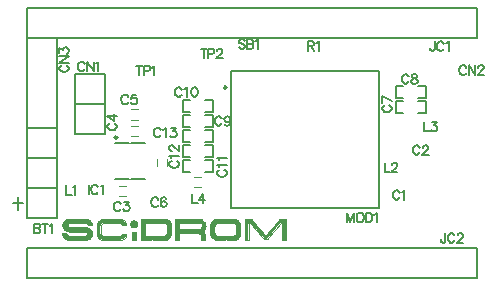
<source format=gto>
G04 Layer_Color=65535*
%FSAX25Y25*%
%MOIN*%
G70*
G01*
G75*
%ADD43C,0.00984*%
%ADD44C,0.01000*%
%ADD45C,0.02204*%
%ADD46C,0.00591*%
%ADD47C,0.00787*%
%ADD48C,0.00394*%
%ADD49C,0.00600*%
%ADD50C,0.00500*%
%ADD51C,0.00245*%
G36*
X0193439Y0171755D02*
X0193440Y0171755D01*
X0193440Y0171755D01*
X0193440Y0171755D01*
X0193440Y0171754D01*
X0193440Y0171755D01*
X0193440Y0171754D01*
X0193439Y0171755D01*
X0193439Y0171755D01*
D02*
G37*
G36*
X0183492Y0171803D02*
X0183488Y0171818D01*
X0183488Y0171817D01*
X0183488Y0171819D01*
X0183488Y0171820D01*
X0183488D01*
X0183488Y0171818D01*
X0183479Y0171861D01*
X0183492Y0171803D01*
D02*
G37*
G36*
X0232852Y0171847D02*
Y0171847D01*
X0232853Y0171841D01*
X0232853Y0171840D01*
X0232852Y0171846D01*
Y0171847D01*
X0232852Y0171847D01*
Y0171847D01*
X0232852Y0171847D01*
D02*
G37*
G36*
X0182558Y0166952D02*
X0182585Y0166975D01*
X0182570Y0166966D01*
X0182576Y0166970D01*
X0182575Y0166970D01*
X0182576Y0166970D01*
D01*
X0182576Y0166970D01*
X0182576Y0166970D01*
X0182586Y0166975D01*
X0182585Y0166975D01*
X0182589Y0166977D01*
X0182558Y0166952D01*
D02*
G37*
G36*
X0185066Y0171565D02*
X0185066Y0171560D01*
Y0171565D01*
X0185066D01*
X0185066Y0171590D01*
X0185066Y0171565D01*
D02*
G37*
G36*
X0232869Y0171572D02*
X0232868Y0171591D01*
X0232868Y0171612D01*
X0232868Y0171591D01*
X0232868Y0171591D01*
X0232868Y0171640D01*
X0232869Y0171572D01*
D02*
G37*
G36*
X0183498Y0171651D02*
Y0171651D01*
X0183498Y0171650D01*
X0183498Y0171651D01*
X0183498Y0171651D01*
X0183498Y0171651D01*
X0183498Y0171651D01*
D02*
G37*
G36*
X0193297Y0171948D02*
X0193299Y0171944D01*
X0193299Y0171945D01*
X0193296Y0171949D01*
X0193297Y0171948D01*
D02*
G37*
G36*
X0234471Y0166834D02*
X0234468Y0166834D01*
X0234469D01*
X0234471Y0166834D01*
D02*
G37*
G36*
X0193285Y0171960D02*
X0193285Y0171960D01*
X0193286Y0171959D01*
X0193287Y0171959D01*
X0193288Y0171958D01*
X0193285Y0171960D01*
X0193285Y0171961D01*
Y0171961D01*
X0193285Y0171960D01*
D02*
G37*
G36*
X0223833Y0166889D02*
X0223864Y0166867D01*
X0223825Y0166893D01*
X0223833Y0166889D01*
D02*
G37*
G36*
X0232853Y0171841D02*
X0232853Y0171841D01*
X0232853Y0171841D01*
X0232853Y0171841D01*
D02*
G37*
G36*
X0232852Y0171853D02*
X0232853Y0171841D01*
X0232852Y0171847D01*
Y0171853D01*
X0232852Y0171854D01*
X0232852Y0171859D01*
Y0171853D01*
D02*
G37*
G36*
X0219618Y0166885D02*
Y0166885D01*
X0219618Y0166887D01*
X0219618Y0166885D01*
D02*
G37*
G36*
X0181985Y0171460D02*
X0181984Y0171460D01*
X0181984Y0171460D01*
X0181986Y0171460D01*
Y0171460D01*
X0181985Y0171460D01*
X0182019Y0171444D01*
X0181974Y0171465D01*
X0181985Y0171460D01*
D02*
G37*
G36*
X0173495Y0170962D02*
X0173495Y0170962D01*
X0173495Y0170961D01*
X0173499Y0170951D01*
X0173497Y0170956D01*
X0173507Y0170921D01*
X0173502Y0170937D01*
X0173506Y0170922D01*
X0173501Y0170941D01*
X0173502Y0170937D01*
X0173496Y0170957D01*
X0173497Y0170956D01*
X0173495Y0170961D01*
X0173496Y0170960D01*
X0173496Y0170960D01*
X0173495Y0170961D01*
X0173495Y0170961D01*
X0173495Y0170962D01*
X0173496Y0170957D01*
X0173496Y0170959D01*
X0173501Y0170941D01*
X0173494Y0170964D01*
X0173496Y0170959D01*
X0173491Y0170975D01*
X0173495Y0170962D01*
D02*
G37*
G36*
X0181225Y0171004D02*
X0181220Y0171004D01*
X0181220D01*
X0181199Y0171005D01*
X0181225Y0171004D01*
D02*
G37*
G36*
X0232464Y0167517D02*
X0232467Y0167523D01*
X0232492Y0167553D01*
X0232464Y0167517D01*
D02*
G37*
G36*
X0182209Y0170765D02*
X0182208Y0170765D01*
X0182208D01*
X0182208Y0170765D01*
X0182208Y0170765D01*
X0182208Y0170765D01*
X0182209Y0170765D01*
D02*
G37*
G36*
X0223107Y0167594D02*
X0223107Y0167594D01*
X0223107Y0167594D01*
X0223107Y0167594D01*
X0223122Y0167563D01*
X0223103Y0167601D01*
X0223107Y0167594D01*
D02*
G37*
G36*
X0182507Y0170589D02*
X0182488Y0170601D01*
X0182491Y0170598D01*
X0182491Y0170598D01*
X0182488Y0170601D01*
X0182488Y0170601D01*
X0182485Y0170603D01*
X0182507Y0170589D01*
D02*
G37*
G36*
X0223119Y0167575D02*
X0223136Y0167552D01*
X0223117Y0167578D01*
X0223119Y0167575D01*
D02*
G37*
G36*
X0223311Y0167323D02*
X0223329Y0167300D01*
X0223310Y0167325D01*
X0223311Y0167323D01*
D02*
G37*
G36*
X0183230Y0171394D02*
X0183244Y0171398D01*
X0183222Y0171396D01*
X0183242Y0171398D01*
X0183241Y0171398D01*
X0183242Y0171399D01*
Y0171399D01*
X0183242Y0171399D01*
X0183242Y0171398D01*
X0183245Y0171399D01*
X0183244Y0171398D01*
X0183250Y0171399D01*
X0183230Y0171394D01*
D02*
G37*
G36*
X0183328Y0171421D02*
X0183336Y0171425D01*
X0183336Y0171424D01*
X0183336Y0171425D01*
X0183337Y0171425D01*
X0183336Y0171425D01*
X0183368Y0171440D01*
X0183328Y0171421D01*
D02*
G37*
G36*
X0182319Y0171379D02*
X0182319D01*
X0182341Y0171377D01*
X0182319Y0171379D01*
X0182300Y0171379D01*
X0182316Y0171379D01*
X0182319Y0171379D01*
D02*
G37*
G36*
X0173412Y0171244D02*
X0173411Y0171244D01*
X0173412Y0171244D01*
X0173411Y0171244D01*
X0173412Y0171243D01*
X0173412Y0171244D01*
X0173423Y0171204D01*
X0173407Y0171257D01*
X0173412Y0171244D01*
D02*
G37*
G36*
X0221301Y0171278D02*
X0221301Y0171280D01*
X0221304Y0171308D01*
X0221301Y0171278D01*
D02*
G37*
G36*
X0209327Y0167507D02*
X0209330Y0167513D01*
X0209358Y0167541D01*
X0209327Y0167507D01*
D02*
G37*
G36*
X0219626Y0166761D02*
X0219627Y0166741D01*
X0219626Y0166762D01*
X0219626Y0166761D01*
D02*
G37*
G36*
X0246914Y0172326D02*
X0246914Y0172325D01*
Y0172325D01*
X0246914Y0172324D01*
Y0172320D01*
X0246913Y0172328D01*
X0246913D01*
X0246914Y0172326D01*
D02*
G37*
G36*
X0219628Y0166738D02*
X0219629Y0166725D01*
X0219627Y0166741D01*
X0219628Y0166738D01*
D02*
G37*
G36*
X0221174Y0166731D02*
X0221174Y0166731D01*
X0221174Y0166730D01*
X0221172Y0166726D01*
X0221173Y0166729D01*
X0221174Y0166731D01*
X0221174Y0166731D01*
X0221180Y0166745D01*
X0221181Y0166746D01*
X0221188Y0166762D01*
X0221180Y0166745D01*
X0221179Y0166742D01*
X0221192Y0166768D01*
X0221174Y0166731D01*
D02*
G37*
G36*
X0182186Y0166749D02*
X0182192Y0166753D01*
X0182192Y0166753D01*
X0182193Y0166753D01*
X0182193D01*
X0182192Y0166753D01*
X0182221Y0166769D01*
X0182186Y0166749D01*
D02*
G37*
G36*
X0182180Y0166746D02*
X0182181Y0166746D01*
X0182180Y0166746D01*
X0182180Y0166746D01*
X0182171Y0166743D01*
X0182171Y0166743D01*
X0182181Y0166747D01*
X0182180Y0166746D01*
X0182181Y0166747D01*
X0182181Y0166746D01*
X0182208Y0166755D01*
X0182180Y0166746D01*
D02*
G37*
G36*
X0182155Y0166732D02*
X0182179Y0166746D01*
X0182157Y0166738D01*
X0182170Y0166743D01*
X0182169Y0166742D01*
X0182171Y0166743D01*
X0182170Y0166743D01*
X0182171Y0166743D01*
X0182170Y0166743D01*
X0182180Y0166746D01*
X0182179Y0166746D01*
X0182180Y0166746D01*
X0182155Y0166732D01*
D02*
G37*
G36*
X0219627Y0166760D02*
X0219629Y0166724D01*
X0219628Y0166738D01*
X0219626Y0166760D01*
X0219627Y0166760D01*
D02*
G37*
G36*
X0192805Y0173536D02*
X0192979Y0173514D01*
X0193298Y0173430D01*
X0193601Y0173294D01*
X0193882Y0173111D01*
X0194131Y0172883D01*
X0194341Y0172614D01*
X0194505Y0172307D01*
X0194615Y0171963D01*
X0194665Y0171646D01*
X0194666Y0171629D01*
X0194641Y0171627D01*
X0193578Y0171627D01*
X0193549Y0171628D01*
X0193533Y0171632D01*
X0193522Y0171637D01*
X0193512Y0171645D01*
X0193500Y0171657D01*
X0193485Y0171679D01*
X0193447Y0171744D01*
X0193447D01*
X0193444Y0171749D01*
X0193440Y0171755D01*
X0193440Y0171755D01*
X0193442Y0171752D01*
X0193422Y0171779D01*
X0193440Y0171755D01*
X0193439Y0171755D01*
X0193300Y0171944D01*
X0193299Y0171945D01*
X0193300Y0171944D01*
X0193299Y0171944D01*
X0193302Y0171941D01*
X0193297Y0171948D01*
X0193297Y0171948D01*
X0193294Y0171952D01*
X0193287Y0171959D01*
X0193270Y0171976D01*
X0193286Y0171960D01*
X0193285Y0171960D01*
X0193285Y0171961D01*
X0193128Y0172114D01*
X0193126Y0172117D01*
X0193126Y0172116D01*
X0193120Y0172122D01*
X0193120Y0172122D01*
X0193127Y0172116D01*
X0193127Y0172116D01*
X0193127Y0172115D01*
X0193127Y0172115D01*
X0193128Y0172114D01*
X0193127Y0172116D01*
X0193137Y0172111D01*
X0193120Y0172122D01*
X0193111Y0172132D01*
X0193120Y0172122D01*
X0193111Y0172128D01*
X0193110Y0172129D01*
X0193109Y0172130D01*
X0192933Y0172250D01*
X0192932Y0172251D01*
X0192932Y0172251D01*
X0192946Y0172241D01*
X0192929Y0172254D01*
X0192927Y0172254D01*
X0192924Y0172257D01*
X0192922Y0172258D01*
X0192931Y0172252D01*
X0192932Y0172251D01*
D01*
X0192931Y0172252D01*
X0192932Y0172251D01*
X0192932Y0172251D01*
Y0172251D01*
X0192932Y0172251D01*
X0192933Y0172250D01*
X0192911Y0172263D01*
X0192716Y0172350D01*
X0192715Y0172350D01*
Y0172350D01*
X0192705Y0172354D01*
X0192736Y0172347D01*
X0192704Y0172355D01*
X0192705Y0172354D01*
X0192694Y0172357D01*
X0192478Y0172411D01*
X0192478Y0172411D01*
X0192468Y0172413D01*
X0192458Y0172414D01*
X0192223Y0172433D01*
Y0172433D01*
X0192221Y0172433D01*
X0192238Y0172433D01*
X0192213Y0172433D01*
X0190644Y0172432D01*
X0190644D01*
X0187467Y0172430D01*
X0187458Y0172430D01*
X0187459Y0172430D01*
X0187467Y0172430D01*
X0187463D01*
X0187459Y0172430D01*
X0187459Y0172430D01*
X0187459D01*
X0187459Y0172430D01*
X0187460Y0172430D01*
X0187459Y0172430D01*
X0187459Y0172430D01*
X0187459Y0172430D01*
X0187459D01*
X0187458Y0172430D01*
X0187458Y0172430D01*
X0187458Y0172430D01*
X0187312Y0172421D01*
X0187311Y0172421D01*
X0187311Y0172421D01*
X0187309Y0172421D01*
X0187327Y0172424D01*
X0187296Y0172419D01*
X0187154Y0172394D01*
X0187148Y0172393D01*
X0187170Y0172400D01*
X0187136Y0172389D01*
X0187136Y0172389D01*
X0187134Y0172389D01*
X0186918Y0172315D01*
X0186917Y0172315D01*
X0186907Y0172312D01*
X0186933Y0172326D01*
X0186896Y0172306D01*
X0186697Y0172195D01*
Y0172195D01*
X0186687Y0172189D01*
X0186679Y0172182D01*
X0186679Y0172183D01*
X0186679Y0172182D01*
X0186679Y0172183D01*
X0186677Y0172181D01*
X0186677Y0172181D01*
X0186679Y0172182D01*
X0186678Y0172182D01*
X0186679Y0172182D01*
X0186678Y0172182D01*
X0186677Y0172181D01*
X0186505Y0172039D01*
X0186504Y0172038D01*
Y0172038D01*
X0186502Y0172036D01*
X0186506Y0172044D01*
X0186488Y0172023D01*
X0186487Y0172022D01*
X0186488Y0172022D01*
X0186488Y0172023D01*
X0186488Y0172023D01*
X0186502Y0172039D01*
X0186456Y0171985D01*
X0186488Y0172023D01*
X0186488Y0172022D01*
X0186342Y0171850D01*
X0186342Y0171850D01*
X0186340Y0171848D01*
X0186346Y0171861D01*
X0186329Y0171833D01*
X0186328Y0171830D01*
X0186216Y0171635D01*
X0186215Y0171634D01*
X0186215Y0171634D01*
X0186211Y0171627D01*
X0186219Y0171651D01*
X0186206Y0171613D01*
X0186205Y0171612D01*
X0186128Y0171395D01*
X0186128Y0171395D01*
X0186125Y0171384D01*
X0186130Y0171418D01*
X0186124Y0171381D01*
X0186125Y0171384D01*
X0186123Y0171372D01*
X0186123Y0171371D01*
X0186123Y0171376D01*
X0186118Y0171343D01*
X0186123Y0171372D01*
X0186086Y0171137D01*
X0186086Y0171137D01*
X0186086Y0171137D01*
X0186085Y0171129D01*
X0186085Y0171122D01*
X0186062Y0170467D01*
X0186073Y0169231D01*
Y0169231D01*
X0186073Y0169229D01*
X0186073Y0169227D01*
X0186073Y0169231D01*
Y0169231D01*
X0186079Y0169089D01*
X0186079D01*
X0186079Y0169088D01*
X0186076Y0169106D01*
X0186080Y0169077D01*
X0186100Y0168942D01*
X0186100Y0168942D01*
X0186100Y0168938D01*
X0186094Y0168959D01*
X0186103Y0168926D01*
X0186160Y0168724D01*
X0186162Y0168716D01*
X0186150Y0168742D01*
X0186167Y0168705D01*
X0186254Y0168517D01*
X0186259Y0168508D01*
X0186239Y0168537D01*
X0186260Y0168505D01*
X0186259Y0168508D01*
X0186264Y0168501D01*
X0186263Y0168501D01*
X0186265Y0168498D01*
X0186379Y0168330D01*
X0186381Y0168327D01*
X0186380Y0168328D01*
X0186380Y0168328D01*
X0186386Y0168321D01*
X0186392Y0168313D01*
X0186394Y0168312D01*
X0186394Y0168312D01*
X0186535Y0168162D01*
X0186536Y0168161D01*
X0186537Y0168161D01*
D01*
X0186537Y0168161D01*
X0186537Y0168161D01*
D01*
X0186537Y0168161D01*
X0186536Y0168161D01*
Y0168161D01*
X0186537Y0168161D01*
D01*
X0186537Y0168161D01*
X0186537Y0168161D01*
X0186536Y0168161D01*
X0186536Y0168161D01*
X0186536Y0168161D01*
X0186536Y0168161D01*
X0186536Y0168161D01*
X0186536Y0168161D01*
D01*
X0186535Y0168162D01*
X0186536Y0168161D01*
X0186527Y0168166D01*
X0186542Y0168155D01*
X0186543Y0168154D01*
X0186536Y0168159D01*
X0186543Y0168153D01*
X0186553Y0168143D01*
X0186544Y0168153D01*
X0186543Y0168153D01*
X0186543Y0168154D01*
X0186543Y0168154D01*
X0186542Y0168155D01*
X0186542Y0168155D01*
X0186536Y0168161D01*
X0186536Y0168161D01*
X0186542Y0168155D01*
X0186543Y0168154D01*
X0186544Y0168153D01*
X0186548Y0168150D01*
X0186549Y0168149D01*
X0186545Y0168152D01*
X0186555Y0168142D01*
X0186549Y0168149D01*
X0186588Y0168119D01*
X0186551Y0168148D01*
X0186548Y0168150D01*
X0186548Y0168150D01*
X0186550Y0168148D01*
X0186550Y0168149D01*
X0186552Y0168147D01*
X0186552Y0168147D01*
X0186552Y0168147D01*
X0186552Y0168147D01*
X0186552Y0168147D01*
X0186552Y0168147D01*
X0186552Y0168147D01*
X0186552Y0168147D01*
X0186718Y0168021D01*
X0186719Y0168020D01*
Y0168020D01*
X0186723Y0168017D01*
X0186706Y0168025D01*
X0186738Y0168008D01*
X0186952Y0167898D01*
X0186960Y0167894D01*
X0186934Y0167901D01*
X0186974Y0167889D01*
X0187243Y0167810D01*
X0187255Y0167807D01*
X0187218Y0167810D01*
X0187258Y0167806D01*
X0187255Y0167807D01*
X0187267Y0167806D01*
X0187566Y0167779D01*
X0187566D01*
X0187569Y0167779D01*
X0187552Y0167779D01*
X0187577Y0167779D01*
X0190854Y0167780D01*
X0192125Y0167776D01*
X0192128Y0167776D01*
X0192129Y0167776D01*
X0192128D01*
X0192129Y0167777D01*
X0192129Y0167777D01*
X0192130Y0167777D01*
X0192130Y0167777D01*
X0192251Y0167780D01*
X0192251Y0167780D01*
D01*
X0192252Y0167780D01*
X0192252Y0167780D01*
X0192252D01*
X0192253D01*
X0192253Y0167780D01*
X0192253Y0167781D01*
X0192253Y0167780D01*
X0192252D01*
X0192253Y0167781D01*
X0192251Y0167780D01*
X0192257Y0167781D01*
X0192253Y0167781D01*
X0192253Y0167781D01*
X0192259Y0167781D01*
X0192256Y0167781D01*
X0192256Y0167781D01*
X0192256Y0167781D01*
X0192255Y0167781D01*
X0192255Y0167781D01*
X0192252Y0167780D01*
X0192229Y0167780D01*
X0192250Y0167780D01*
X0192255Y0167781D01*
X0192255Y0167781D01*
X0192256Y0167781D01*
X0192256Y0167781D01*
X0192256Y0167781D01*
X0192259Y0167781D01*
X0192260Y0167781D01*
X0192256Y0167781D01*
X0192257Y0167781D01*
X0192262Y0167781D01*
X0192260Y0167781D01*
X0192285Y0167782D01*
X0192304Y0167783D01*
X0192262Y0167781D01*
X0192307Y0167785D01*
X0192260Y0167781D01*
X0192257Y0167781D01*
X0192256Y0167781D01*
X0192260Y0167781D01*
X0192259Y0167781D01*
X0192259Y0167781D01*
X0192260Y0167781D01*
X0192260Y0167781D01*
X0192260Y0167781D01*
X0192261Y0167781D01*
X0192261D01*
X0192260Y0167781D01*
X0192259Y0167781D01*
X0192257Y0167781D01*
X0192261Y0167781D01*
X0192377Y0167792D01*
X0192378Y0167792D01*
X0192358Y0167790D01*
X0192379Y0167792D01*
X0192382Y0167793D01*
X0192383Y0167793D01*
X0192380Y0167792D01*
X0192381Y0167792D01*
X0192384Y0167793D01*
X0192384Y0167793D01*
X0192382Y0167792D01*
X0192383Y0167793D01*
X0192385Y0167793D01*
X0192384Y0167793D01*
X0192385Y0167793D01*
X0192386Y0167793D01*
X0192385Y0167793D01*
X0192411Y0167795D01*
X0192408Y0167795D01*
X0192383Y0167793D01*
X0192375Y0167791D01*
X0192408Y0167795D01*
X0192426Y0167797D01*
X0192411Y0167795D01*
X0192426Y0167797D01*
X0192386Y0167793D01*
X0192434Y0167803D01*
X0192391Y0167794D01*
X0192385Y0167793D01*
X0192384Y0167793D01*
X0192390Y0167794D01*
X0192389Y0167794D01*
X0192390Y0167794D01*
X0192392Y0167795D01*
X0192600Y0167836D01*
X0192600Y0167836D01*
X0192600Y0167836D01*
X0192601Y0167836D01*
X0192584Y0167833D01*
X0192607Y0167837D01*
X0192584Y0167829D01*
X0192605Y0167836D01*
X0192604Y0167836D01*
X0192608Y0167837D01*
X0192607Y0167837D01*
X0192608Y0167837D01*
X0192609Y0167838D01*
X0192608Y0167837D01*
X0192609Y0167837D01*
X0192610Y0167838D01*
X0192610Y0167838D01*
X0192609Y0167838D01*
X0192610Y0167838D01*
X0192611Y0167838D01*
X0192631Y0167842D01*
X0192629Y0167841D01*
X0192610Y0167838D01*
X0192607Y0167837D01*
X0192609Y0167838D01*
X0192609Y0167837D01*
X0192605Y0167836D01*
X0192629Y0167841D01*
X0192645Y0167844D01*
X0192631Y0167842D01*
X0192645Y0167845D01*
X0192611Y0167838D01*
X0192656Y0167854D01*
X0192619Y0167841D01*
X0192611Y0167838D01*
X0192610Y0167838D01*
X0192610Y0167838D01*
X0192609Y0167838D01*
X0192609Y0167838D01*
X0192608Y0167838D01*
X0192608Y0167838D01*
X0192602Y0167836D01*
X0192602Y0167836D01*
X0192602Y0167836D01*
X0192600Y0167836D01*
X0192617Y0167841D01*
Y0167841D01*
X0192609Y0167838D01*
X0192610Y0167838D01*
X0192618Y0167841D01*
X0192617Y0167841D01*
X0192619Y0167841D01*
X0192618Y0167841D01*
X0192619Y0167841D01*
X0192620Y0167842D01*
X0192620Y0167842D01*
X0192812Y0167910D01*
X0192812Y0167910D01*
X0192831Y0167918D01*
Y0167918D01*
X0192831Y0167918D01*
X0192831Y0167918D01*
D01*
X0192832Y0167919D01*
X0192832Y0167919D01*
X0192831Y0167918D01*
X0192832Y0167919D01*
X0192832Y0167919D01*
X0192832Y0167919D01*
X0193008Y0168016D01*
X0193026Y0168028D01*
X0193027Y0168029D01*
X0193027D01*
X0193026Y0168028D01*
X0193027Y0168029D01*
D01*
X0193186Y0168156D01*
X0193186Y0168156D01*
X0193184Y0168154D01*
X0193189Y0168158D01*
X0193189Y0168158D01*
X0193195Y0168163D01*
X0193202Y0168171D01*
X0193357Y0168348D01*
X0193357D01*
X0193359Y0168350D01*
X0193354Y0168338D01*
X0193370Y0168366D01*
X0193370Y0168366D01*
X0193371Y0168367D01*
X0193371Y0168368D01*
X0193514Y0168608D01*
X0193515Y0168609D01*
X0193515Y0168609D01*
X0193515Y0168609D01*
X0193530Y0168637D01*
X0193538Y0168651D01*
X0193554Y0168674D01*
X0193568Y0168687D01*
X0193581Y0168695D01*
X0193596Y0168701D01*
X0193621Y0168706D01*
X0193669Y0168708D01*
X0194639Y0168707D01*
X0194664Y0168707D01*
X0194640Y0168707D01*
X0194639D01*
X0194667Y0168708D01*
X0194666Y0168676D01*
X0194625Y0168368D01*
X0194544Y0168088D01*
X0194393Y0167771D01*
X0194173Y0167467D01*
X0193882Y0167193D01*
X0193561Y0166988D01*
X0193233Y0166857D01*
X0193127Y0166838D01*
X0193011Y0166833D01*
X0189855Y0166834D01*
X0186761Y0166831D01*
X0186608Y0166841D01*
X0186465Y0166870D01*
X0186325Y0166918D01*
X0186041Y0167061D01*
X0185790Y0167242D01*
X0185532Y0167502D01*
X0185326Y0167798D01*
X0185177Y0168118D01*
X0185089Y0168450D01*
X0185063Y0168790D01*
X0185066Y0171560D01*
X0185092Y0171877D01*
X0185167Y0172174D01*
X0185305Y0172487D01*
X0185494Y0172770D01*
X0185727Y0173019D01*
X0185998Y0173226D01*
X0186300Y0173385D01*
X0186626Y0173489D01*
X0186975Y0173533D01*
X0187960Y0173536D01*
X0187960D01*
X0192625Y0173542D01*
X0192805Y0173536D01*
D02*
G37*
G36*
X0199693Y0166724D02*
X0199693Y0166724D01*
X0199694Y0166723D01*
X0199693Y0166724D01*
X0199693Y0166724D01*
X0199693Y0166724D01*
X0199693Y0166724D01*
D02*
G37*
G36*
X0199693Y0166724D02*
X0199693Y0166724D01*
X0199692Y0166728D01*
X0199693Y0166724D01*
D02*
G37*
G36*
X0246914Y0172326D02*
X0246914Y0172325D01*
X0246914Y0172326D01*
X0246913Y0172328D01*
X0246914Y0172326D01*
D02*
G37*
G36*
X0246913Y0172330D02*
X0246913Y0172328D01*
X0246913Y0172329D01*
X0246913Y0172328D01*
X0246913D01*
X0246913Y0172330D01*
X0246913Y0172329D01*
X0246913Y0172330D01*
X0246913Y0172330D01*
D02*
G37*
G36*
X0221171Y0166724D02*
X0221174Y0166730D01*
X0221188Y0166758D01*
X0221171Y0166724D01*
D02*
G37*
G36*
X0219626Y0166773D02*
X0219626Y0166760D01*
X0219626Y0166761D01*
X0219624Y0166795D01*
X0219626Y0166773D01*
D02*
G37*
G36*
X0232803Y0172104D02*
X0232802Y0172108D01*
X0232798Y0172126D01*
X0232803Y0172104D01*
D02*
G37*
G36*
X0232798Y0172126D02*
X0232798Y0172129D01*
X0232795Y0172145D01*
X0232798Y0172126D01*
D02*
G37*
G36*
X0183413Y0172144D02*
X0183405Y0172177D01*
X0183413Y0172143D01*
X0183413Y0172144D01*
X0183413Y0172143D01*
X0183410Y0172152D01*
X0183410Y0172151D01*
X0183410Y0172152D01*
X0183409Y0172153D01*
X0183409Y0172152D01*
X0183410Y0172152D01*
X0183396Y0172187D01*
X0183413Y0172144D01*
D02*
G37*
G36*
X0232802Y0172108D02*
X0232806Y0172084D01*
X0232803Y0172101D01*
X0232801Y0172109D01*
X0232802Y0172108D01*
D02*
G37*
G36*
X0246922Y0166832D02*
X0246922D01*
X0246922Y0166832D01*
X0246922Y0166832D01*
D01*
X0246922D01*
Y0166832D01*
D01*
X0246922Y0166832D01*
D01*
X0246919Y0166882D01*
X0246922Y0166832D01*
D02*
G37*
G36*
X0246922Y0166832D02*
Y0166832D01*
X0246895Y0166834D01*
X0246922Y0166832D01*
D02*
G37*
G36*
X0222828Y0172105D02*
X0222823Y0172075D01*
X0222829Y0172108D01*
X0222828Y0172105D01*
D02*
G37*
G36*
X0192927Y0172254D02*
X0192932Y0172251D01*
X0192932Y0172251D01*
X0192927Y0172254D01*
X0192927Y0172254D01*
D02*
G37*
G36*
X0199686Y0166762D02*
Y0166762D01*
Y0166762D01*
Y0166762D01*
D01*
D02*
G37*
G36*
Y0166762D02*
Y0166762D01*
Y0166762D01*
Y0166762D01*
D02*
G37*
G36*
Y0166762D02*
X0199686Y0166762D01*
X0199686Y0166762D01*
X0199686Y0166762D01*
X0199686Y0166762D01*
Y0166762D01*
Y0166762D01*
Y0166762D01*
Y0166762D01*
Y0166762D01*
X0199686Y0166761D01*
X0199688Y0166712D01*
X0199684Y0166784D01*
X0199686Y0166762D01*
D02*
G37*
G36*
X0246922Y0166832D02*
X0246922Y0166832D01*
X0246922Y0166832D01*
X0246922D01*
X0246922Y0166832D01*
D02*
G37*
G36*
Y0166832D02*
Y0166832D01*
X0246924Y0166832D01*
X0246922Y0166832D01*
D01*
X0246922Y0166832D01*
D01*
X0246922Y0166832D01*
D02*
G37*
G36*
X0246922Y0166832D02*
X0246923Y0166809D01*
X0246922Y0166832D01*
X0246922D01*
D02*
G37*
G36*
X0215727Y0170211D02*
X0215727Y0170223D01*
X0215727Y0170207D01*
X0215727Y0170223D01*
Y0170223D01*
X0215727Y0170230D01*
Y0170211D01*
D02*
G37*
G36*
X0222820Y0168323D02*
X0222821Y0168323D01*
X0222821Y0168321D01*
X0222818Y0168332D01*
X0222818Y0168333D01*
X0222820Y0168323D01*
D02*
G37*
G36*
X0222817Y0168343D02*
X0222817Y0168343D01*
X0222817Y0168343D01*
D01*
D02*
G37*
G36*
X0192384Y0167793D02*
X0192383Y0167793D01*
X0192384Y0167793D01*
X0192384Y0167793D01*
X0192384Y0167793D01*
D02*
G37*
G36*
X0222821Y0168321D02*
X0222821Y0168321D01*
X0222821Y0168321D01*
X0222821Y0168321D01*
X0222821Y0168321D01*
D02*
G37*
G36*
X0192611Y0167838D02*
X0192610Y0167838D01*
X0192611Y0167838D01*
X0192611Y0167838D01*
X0192611Y0167838D01*
D02*
G37*
G36*
X0192608Y0167837D02*
X0192601Y0167836D01*
X0192602Y0167836D01*
X0192608Y0167838D01*
X0192608Y0167837D01*
D02*
G37*
G36*
X0192602Y0167836D02*
X0192601Y0167836D01*
X0192602Y0167836D01*
X0192602Y0167836D01*
X0192602Y0167836D01*
D02*
G37*
G36*
X0192382Y0167793D02*
X0192378Y0167792D01*
X0192378Y0167792D01*
X0192382Y0167793D01*
X0192382Y0167793D01*
D02*
G37*
G36*
X0209804Y0168674D02*
X0209804Y0168677D01*
X0209809Y0168706D01*
X0209804Y0168674D01*
D02*
G37*
G36*
X0222773Y0168784D02*
X0222773Y0168740D01*
X0222772Y0168799D01*
X0222773Y0168784D01*
D02*
G37*
G36*
X0183474Y0168433D02*
X0183475Y0168472D01*
X0183472Y0168458D01*
X0183473Y0168462D01*
X0183473Y0168461D01*
X0183473Y0168462D01*
X0183473Y0168462D01*
X0183473Y0168463D01*
X0183473Y0168462D01*
X0183475Y0168473D01*
X0183475Y0168472D01*
X0183476Y0168479D01*
X0183474Y0168433D01*
D02*
G37*
G36*
X0192389Y0167794D02*
X0192384Y0167793D01*
X0192382Y0167793D01*
X0192383Y0167793D01*
X0192379Y0167793D01*
X0192379D01*
X0192379Y0167792D01*
X0192379Y0167793D01*
X0192378Y0167792D01*
X0192378Y0167792D01*
X0192379Y0167792D01*
X0192377Y0167792D01*
X0192389Y0167794D01*
X0192389Y0167794D01*
D02*
G37*
G36*
X0173423Y0168368D02*
X0173419Y0168379D01*
X0173420Y0168379D01*
X0173420Y0168379D01*
X0173420Y0168378D01*
X0173420Y0168379D01*
X0173420Y0168378D01*
X0173420Y0168379D01*
X0173431Y0168339D01*
X0173423Y0168368D01*
X0173431Y0168340D01*
X0173418Y0168383D01*
X0173423Y0168368D01*
D02*
G37*
G36*
X0221114Y0168444D02*
X0221113Y0168449D01*
X0221108Y0168486D01*
X0221114Y0168444D01*
D02*
G37*
G36*
X0247882Y0173534D02*
X0247967Y0173532D01*
X0247985Y0173529D01*
X0247992Y0173418D01*
Y0166907D01*
Y0166905D01*
X0247992Y0166832D01*
X0246922D01*
X0246922Y0167002D01*
Y0172027D01*
X0246921Y0172128D01*
Y0172127D01*
Y0172127D01*
X0246920Y0172225D01*
Y0172225D01*
Y0172224D01*
X0246920Y0172232D01*
X0246920Y0172231D01*
X0246920Y0172231D01*
X0246920Y0172231D01*
X0246920Y0172225D01*
X0246920Y0172229D01*
X0246921Y0172210D01*
X0246921Y0172215D01*
X0246920Y0172230D01*
X0246920Y0172236D01*
X0246921Y0172217D01*
X0246920Y0172277D01*
X0246920Y0172236D01*
X0246917Y0172281D01*
X0246920Y0172233D01*
X0246920Y0172230D01*
Y0172229D01*
X0246920Y0172232D01*
X0246920Y0172233D01*
X0246920Y0172234D01*
X0246920Y0172232D01*
X0246920Y0172232D01*
X0246920Y0172232D01*
X0246920Y0172231D01*
X0246920Y0172232D01*
X0246920Y0172232D01*
X0246914Y0172324D01*
Y0172325D01*
X0246914Y0172326D01*
X0246914Y0172330D01*
X0246913Y0172330D01*
X0246913Y0172340D01*
X0246913Y0172339D01*
X0246912Y0172357D01*
X0246912Y0172357D01*
X0246913Y0172340D01*
X0246909Y0172354D01*
X0246903Y0172375D01*
X0246903D01*
X0246901Y0172383D01*
X0246898Y0172391D01*
X0246889Y0172411D01*
X0246885Y0172420D01*
X0246903Y0172391D01*
X0246884Y0172423D01*
X0246885Y0172420D01*
X0246880Y0172428D01*
X0246868Y0172447D01*
X0246868Y0172447D01*
X0246862Y0172456D01*
X0246855Y0172465D01*
X0246855Y0172465D01*
X0246839Y0172483D01*
X0246837Y0172485D01*
X0246838Y0172484D01*
X0246838D01*
X0246839Y0172483D01*
X0246838Y0172484D01*
X0246838Y0172484D01*
X0246837Y0172485D01*
X0246837Y0172485D01*
X0246830Y0172493D01*
X0246830Y0172493D01*
X0246821Y0172504D01*
X0246830Y0172493D01*
X0246820Y0172501D01*
X0246795Y0172520D01*
X0246795Y0172520D01*
X0246791Y0172523D01*
X0246807Y0172516D01*
X0246775Y0172532D01*
X0246743Y0172549D01*
X0246734Y0172553D01*
X0246763Y0172544D01*
X0246723Y0172556D01*
X0246696Y0172565D01*
X0246696Y0172565D01*
X0246687Y0172568D01*
X0246678Y0172569D01*
X0246679Y0172569D01*
X0246679Y0172569D01*
X0246679Y0172569D01*
X0246679Y0172569D01*
X0246649Y0172574D01*
X0246648Y0172574D01*
X0246647Y0172574D01*
X0246646Y0172574D01*
X0246647Y0172574D01*
Y0172574D01*
X0246648Y0172574D01*
X0246649Y0172574D01*
X0246647Y0172574D01*
D01*
X0246645Y0172574D01*
X0246646Y0172574D01*
X0246642Y0172575D01*
X0246642Y0172575D01*
X0246647Y0172574D01*
X0246650Y0172574D01*
X0246642Y0172575D01*
X0246651Y0172576D01*
X0246637Y0172576D01*
X0246642Y0172575D01*
X0246642Y0172575D01*
X0246637Y0172576D01*
X0246626Y0172576D01*
X0246555Y0172575D01*
Y0172575D01*
X0246555D01*
X0246563Y0172579D01*
X0246532Y0172573D01*
X0246439Y0172554D01*
X0246439Y0172554D01*
X0246432Y0172553D01*
X0246455Y0172561D01*
X0246420Y0172549D01*
X0246420Y0172549D01*
X0246420Y0172549D01*
X0246433Y0172554D01*
X0246383Y0172536D01*
X0246420Y0172549D01*
X0246338Y0172519D01*
X0246338Y0172519D01*
X0246338D01*
X0246330Y0172516D01*
X0246360Y0172531D01*
X0246328Y0172515D01*
X0246330Y0172516D01*
X0246323Y0172513D01*
X0246267Y0172484D01*
Y0172484D01*
X0246260Y0172480D01*
X0246253Y0172476D01*
X0246257Y0172479D01*
X0246228Y0172459D01*
X0246253Y0172476D01*
X0246253Y0172476D01*
X0246253Y0172476D01*
X0246253Y0172476D01*
X0246253Y0172475D01*
X0246253Y0172475D01*
X0246205Y0172443D01*
X0246205Y0172443D01*
X0246205Y0172443D01*
X0246197Y0172437D01*
X0246227Y0172465D01*
X0246189Y0172432D01*
X0246197Y0172437D01*
X0246190Y0172431D01*
X0246188Y0172429D01*
X0246188Y0172429D01*
X0246190Y0172431D01*
X0246170Y0172413D01*
X0246188Y0172429D01*
X0246188Y0172429D01*
X0246151Y0172394D01*
X0246150Y0172393D01*
X0241911Y0167359D01*
X0241807Y0167253D01*
X0241696Y0167171D01*
X0241549Y0167098D01*
X0241393Y0167052D01*
X0241233Y0167034D01*
X0241071Y0167043D01*
X0240914Y0167080D01*
X0240764Y0167144D01*
X0240628Y0167236D01*
X0240503Y0167359D01*
X0236385Y0172239D01*
X0236291Y0172362D01*
X0236266Y0172396D01*
X0236256Y0172409D01*
X0236256D01*
X0236255Y0172410D01*
X0236255Y0172409D01*
X0236238Y0172428D01*
X0236255Y0172410D01*
X0236254Y0172410D01*
X0236254D01*
X0236227Y0172440D01*
X0236225Y0172441D01*
X0236225Y0172441D01*
D01*
X0236225Y0172441D01*
X0236226Y0172440D01*
X0236227Y0172440D01*
X0236225Y0172441D01*
X0236225Y0172441D01*
X0236226Y0172441D01*
X0236225Y0172441D01*
X0236225Y0172441D01*
X0236219Y0172448D01*
X0236210Y0172454D01*
X0236166Y0172488D01*
X0236163Y0172490D01*
X0236178Y0172485D01*
X0236145Y0172501D01*
X0236145Y0172501D01*
X0236145Y0172501D01*
X0236145Y0172501D01*
X0236145Y0172501D01*
X0236145Y0172501D01*
X0236094Y0172526D01*
X0236094Y0172526D01*
X0236094Y0172526D01*
X0236093Y0172526D01*
X0236093Y0172526D01*
X0236094Y0172526D01*
X0236094Y0172526D01*
X0236093Y0172526D01*
X0236084Y0172530D01*
X0236085Y0172530D01*
X0236083Y0172531D01*
X0236070Y0172534D01*
X0235997Y0172554D01*
X0235983Y0172557D01*
X0236020Y0172556D01*
X0235981Y0172558D01*
X0235983Y0172557D01*
X0235970Y0172558D01*
X0235753Y0172567D01*
X0235753Y0172567D01*
X0235752Y0172567D01*
X0235766Y0172569D01*
X0235739Y0172567D01*
X0235721Y0172565D01*
X0235721Y0172565D01*
X0235718Y0172565D01*
X0235733Y0172570D01*
X0235701Y0172563D01*
X0235685Y0172559D01*
X0235678Y0172557D01*
X0235700Y0172567D01*
X0235664Y0172552D01*
X0235648Y0172546D01*
Y0172546D01*
X0235638Y0172541D01*
X0235665Y0172559D01*
X0235637Y0172541D01*
X0235638Y0172541D01*
X0235628Y0172535D01*
X0235613Y0172524D01*
X0235602Y0172518D01*
X0235593Y0172509D01*
X0235578Y0172494D01*
Y0172494D01*
X0235578Y0172494D01*
X0235581Y0172502D01*
X0235563Y0172476D01*
X0235550Y0172457D01*
X0235550D01*
X0235547Y0172452D01*
X0235554Y0172471D01*
X0235539Y0172437D01*
X0235526Y0172409D01*
X0235526Y0172409D01*
X0235522Y0172399D01*
X0235520Y0172391D01*
X0235520Y0172390D01*
X0235521Y0172396D01*
X0235511Y0172359D01*
X0235520Y0172390D01*
X0235520Y0172389D01*
X0235520Y0172391D01*
X0235520Y0172391D01*
X0235519Y0172389D01*
X0235520Y0172389D01*
X0235512Y0172359D01*
X0235511Y0172358D01*
X0235511D01*
X0235509Y0172349D01*
X0235508Y0172341D01*
X0235495Y0172222D01*
X0235494Y0172221D01*
X0235494D01*
X0235494Y0172214D01*
X0235494Y0172260D01*
X0235492Y0172199D01*
X0235494Y0172214D01*
X0235494Y0172208D01*
X0235492Y0172089D01*
Y0166926D01*
X0235492Y0166927D01*
X0235492Y0166924D01*
Y0166926D01*
X0235491Y0166838D01*
X0235399Y0166834D01*
X0234469D01*
X0234425Y0166834D01*
X0234422Y0166888D01*
X0234422Y0169050D01*
Y0173360D01*
X0234422Y0173475D01*
X0234425Y0173511D01*
X0234427Y0173529D01*
X0234477Y0173534D01*
X0234549Y0173535D01*
X0234549D01*
X0236276Y0173537D01*
X0236335Y0173536D01*
X0236385Y0173530D01*
X0236475Y0173509D01*
X0236553Y0173474D01*
X0236632Y0173420D01*
X0236732Y0173319D01*
X0240890Y0168317D01*
X0240891Y0168316D01*
X0240892Y0168315D01*
X0240986Y0168203D01*
X0240986Y0168203D01*
X0240986Y0168203D01*
X0240987Y0168202D01*
X0240988Y0168202D01*
X0240989Y0168200D01*
X0240989Y0168200D01*
X0240992Y0168196D01*
X0240998Y0168191D01*
X0241069Y0168125D01*
X0241070Y0168124D01*
X0241063Y0168125D01*
X0241093Y0168108D01*
X0241112Y0168097D01*
Y0168097D01*
X0241120Y0168093D01*
X0241094Y0168102D01*
X0241132Y0168088D01*
X0241136Y0168087D01*
X0241140Y0168086D01*
Y0168086D01*
X0241140Y0168086D01*
X0241144Y0168084D01*
X0241160Y0168079D01*
X0241171Y0168077D01*
X0241186Y0168075D01*
Y0168075D01*
X0241190Y0168074D01*
X0241183Y0168072D01*
X0241210Y0168074D01*
X0241213Y0168074D01*
X0241217Y0168074D01*
X0241210Y0168074D01*
X0241217Y0168074D01*
X0241217Y0168074D01*
X0241217Y0168074D01*
X0241217D01*
X0241224Y0168075D01*
X0241226Y0168075D01*
X0241226Y0168075D01*
X0241223Y0168075D01*
X0241222D01*
X0241224Y0168075D01*
X0241217Y0168074D01*
D01*
X0241221Y0168074D01*
X0241213Y0168074D01*
X0241195Y0168072D01*
X0241224Y0168074D01*
X0241225Y0168074D01*
X0241221Y0168074D01*
X0241223Y0168075D01*
X0241225Y0168074D01*
X0241226Y0168075D01*
X0241236Y0168075D01*
X0241234Y0168075D01*
X0241254Y0168076D01*
X0241254Y0168076D01*
X0241255Y0168076D01*
X0241255Y0168076D01*
X0241260Y0168076D01*
X0241255Y0168076D01*
X0241268Y0168082D01*
X0241290Y0168086D01*
X0241290Y0168086D01*
X0241270Y0168083D01*
X0241268Y0168082D01*
X0241266Y0168081D01*
X0241267Y0168082D01*
X0241265Y0168082D01*
X0241256Y0168079D01*
X0241249Y0168078D01*
X0241251Y0168079D01*
X0241245Y0168077D01*
X0241249Y0168078D01*
X0241240Y0168075D01*
X0241256Y0168079D01*
X0241266Y0168081D01*
X0241254Y0168076D01*
X0241236Y0168075D01*
X0241248Y0168078D01*
X0241251Y0168079D01*
X0241251Y0168079D01*
X0241248Y0168078D01*
X0241251Y0168079D01*
X0241251D01*
X0241259Y0168081D01*
D01*
X0241251Y0168079D01*
X0241251D01*
X0241259Y0168081D01*
X0241259Y0168081D01*
X0241262Y0168081D01*
X0241262D01*
X0241258Y0168081D01*
X0241255Y0168080D01*
X0241262Y0168081D01*
X0241262Y0168081D01*
X0241262Y0168081D01*
X0241262Y0168081D01*
X0241259Y0168081D01*
X0241259D01*
X0241262Y0168081D01*
X0241259Y0168081D01*
X0241265Y0168082D01*
X0241268Y0168083D01*
X0241269Y0168083D01*
X0241273Y0168084D01*
X0241272Y0168084D01*
X0241268Y0168083D01*
X0241267Y0168082D01*
X0241270Y0168083D01*
X0241272Y0168084D01*
X0241290Y0168088D01*
X0241273Y0168084D01*
X0241283Y0168089D01*
X0241288Y0168091D01*
X0241284Y0168089D01*
X0241294Y0168093D01*
X0241290Y0168092D01*
X0241297Y0168095D01*
D01*
X0241290Y0168092D01*
D01*
X0241297Y0168095D01*
X0241292Y0168093D01*
X0241301Y0168097D01*
X0241312Y0168102D01*
X0241321Y0168108D01*
X0241349Y0168127D01*
X0241353Y0168130D01*
X0241353Y0168127D01*
X0241371Y0168147D01*
X0241518Y0168311D01*
X0241518Y0168311D01*
X0241520Y0168312D01*
X0241507Y0168297D01*
X0241552Y0168348D01*
X0241520Y0168312D01*
X0241521Y0168314D01*
X0241518Y0168311D01*
X0241518Y0168311D01*
X0245670Y0173305D01*
X0245741Y0173382D01*
X0245812Y0173441D01*
X0245885Y0173484D01*
X0245965Y0173515D01*
X0246053Y0173533D01*
X0246158Y0173538D01*
X0247882Y0173534D01*
D02*
G37*
G36*
X0173552Y0167949D02*
X0173552Y0167949D01*
X0173552Y0167948D01*
X0173552Y0167949D01*
X0173568Y0167917D01*
X0173548Y0167956D01*
X0173552Y0167949D01*
D02*
G37*
G36*
X0183408Y0168139D02*
X0183409Y0168143D01*
X0183409Y0168142D01*
X0183409Y0168143D01*
X0183410Y0168144D01*
X0183409Y0168143D01*
X0183415Y0168173D01*
X0183408Y0168139D01*
D02*
G37*
G36*
X0186552Y0168147D02*
X0186550Y0168149D01*
X0186543Y0168154D01*
X0186537Y0168161D01*
X0186537Y0168161D01*
X0186552Y0168147D01*
D02*
G37*
G36*
X0241288Y0168091D02*
X0241290Y0168092D01*
X0241290D01*
X0241288Y0168091D01*
D01*
X0241283Y0168089D01*
X0241292Y0168093D01*
X0241288Y0168091D01*
D02*
G37*
G36*
X0241251Y0168079D02*
X0241248Y0168078D01*
X0241255Y0168080D01*
X0241251Y0168079D01*
D02*
G37*
G36*
X0241251Y0168079D02*
X0241251Y0168079D01*
X0241258Y0168081D01*
X0241259Y0168081D01*
X0241251Y0168079D01*
D02*
G37*
G36*
X0241269Y0168083D02*
X0241264Y0168082D01*
X0241262Y0168081D01*
X0241262Y0168081D01*
X0241264Y0168082D01*
X0241269Y0168083D01*
X0241269Y0168083D01*
D02*
G37*
G36*
X0240987Y0168202D02*
X0240987Y0168202D01*
X0240988Y0168201D01*
X0240988Y0168202D01*
X0240987Y0168202D01*
D01*
X0240986Y0168203D01*
X0240987Y0168202D01*
D02*
G37*
G36*
X0209701Y0168206D02*
X0209706Y0168217D01*
X0209720Y0168251D01*
X0209701Y0168206D01*
D02*
G37*
G36*
X0209706Y0168218D02*
X0209706Y0168217D01*
X0209706Y0168217D01*
X0209706Y0168218D01*
X0209706Y0168218D01*
D02*
G37*
G36*
X0232662Y0167859D02*
X0232660Y0167855D01*
X0232660Y0167856D01*
X0232677Y0167884D01*
X0232662Y0167859D01*
D02*
G37*
G36*
X0193186Y0168156D02*
D01*
X0193186Y0168156D01*
X0193186Y0168156D01*
Y0168156D01*
X0193187Y0168157D01*
X0193186Y0168156D01*
D02*
G37*
G36*
X0193189Y0168158D02*
X0193187Y0168157D01*
X0193189Y0168158D01*
X0193189Y0168158D01*
D02*
G37*
G36*
X0222944Y0167908D02*
X0222960Y0167877D01*
X0222941Y0167915D01*
X0222944Y0167908D01*
D02*
G37*
G36*
X0174145Y0169915D02*
X0174144Y0169915D01*
Y0169915D01*
X0174145Y0169915D01*
D02*
G37*
G36*
X0174137Y0169921D02*
X0174136Y0169922D01*
X0174142Y0169918D01*
X0174141Y0169918D01*
X0174144Y0169915D01*
X0174145Y0169915D01*
X0174142Y0169918D01*
X0174142Y0169917D01*
X0174137Y0169921D01*
X0174137Y0169921D01*
X0174136Y0169921D01*
X0174145Y0169911D01*
X0174136Y0169921D01*
X0174136Y0169921D01*
X0174136Y0169922D01*
X0174137Y0169921D01*
D02*
G37*
G36*
X0174130Y0169928D02*
X0174128Y0169931D01*
X0174129Y0169929D01*
X0174129Y0169930D01*
X0174129Y0169929D01*
X0174129Y0169929D01*
X0174130Y0169929D01*
X0174129Y0169929D01*
X0174129Y0169929D01*
X0174129Y0169930D01*
X0174130Y0169929D01*
X0174129Y0169929D01*
X0174130Y0169929D01*
X0174131Y0169928D01*
X0174131Y0169928D01*
X0174136Y0169922D01*
X0174136Y0169922D01*
X0174136Y0169922D01*
X0174136Y0169922D01*
X0174136Y0169921D01*
X0174130Y0169926D01*
X0174136Y0169922D01*
X0174135Y0169922D01*
X0174136Y0169922D01*
X0174130Y0169928D01*
X0174131Y0169928D01*
X0174129Y0169929D01*
X0174130Y0169928D01*
X0174130Y0169928D01*
X0174135Y0169922D01*
X0174122Y0169932D01*
X0174130Y0169928D01*
D02*
G37*
G36*
X0174446Y0169686D02*
X0174445Y0169687D01*
X0174448Y0169685D01*
X0174446Y0169686D01*
X0174482Y0169668D01*
X0174434Y0169692D01*
X0174446Y0169686D01*
D02*
G37*
G36*
X0197887Y0169320D02*
X0197887D01*
X0197888Y0169315D01*
D01*
X0197887Y0169320D01*
X0197888Y0169320D01*
X0197888Y0169315D01*
X0197888Y0169315D01*
Y0169315D01*
X0197888Y0169315D01*
X0197888Y0169295D01*
X0197888Y0169315D01*
X0197888Y0169314D01*
X0197888Y0169315D01*
X0197888Y0169318D01*
Y0169318D01*
Y0169314D01*
X0197889Y0168069D01*
X0197889Y0168017D01*
X0197894Y0168031D01*
X0197899Y0168020D01*
Y0168020D01*
X0197898Y0166861D01*
X0197898Y0166835D01*
X0197871Y0166834D01*
X0197874D01*
X0197868Y0166834D01*
X0197871Y0166834D01*
X0196645D01*
X0196628Y0166834D01*
X0196627Y0166847D01*
X0196630Y0169223D01*
Y0169226D01*
X0196631Y0169205D01*
X0196630Y0169236D01*
X0196630Y0169248D01*
X0196630Y0169236D01*
X0196630D01*
X0196630Y0169226D01*
D01*
Y0169223D01*
Y0169226D01*
X0196630Y0169227D01*
Y0169227D01*
X0196630Y0169226D01*
X0196630Y0169226D01*
Y0169227D01*
X0196630Y0169228D01*
X0196630Y0169229D01*
X0196630Y0169229D01*
X0196629Y0169264D01*
X0196629Y0169295D01*
X0196630Y0169300D01*
X0196645Y0169299D01*
X0196896Y0169267D01*
X0196899Y0169267D01*
X0196898Y0169267D01*
X0196925Y0169264D01*
X0196899Y0169267D01*
X0196901Y0169267D01*
X0197143Y0169246D01*
X0197171Y0169244D01*
X0197156Y0169246D01*
X0197157Y0169246D01*
X0197157Y0169246D01*
X0197158Y0169246D01*
X0197397Y0169252D01*
X0197398Y0169252D01*
X0197399Y0169252D01*
X0197398Y0169252D01*
X0197399Y0169252D01*
X0197399D01*
X0197399Y0169252D01*
D01*
X0197405Y0169252D01*
X0197405Y0169252D01*
X0197436Y0169253D01*
X0197433Y0169252D01*
X0197402Y0169252D01*
X0197392Y0169250D01*
X0197433Y0169252D01*
X0197449Y0169253D01*
X0197436Y0169253D01*
X0197450Y0169253D01*
X0197405Y0169252D01*
X0197412Y0169253D01*
Y0169253D01*
X0197796Y0169305D01*
X0197797Y0169306D01*
X0197779Y0169303D01*
X0197843Y0169312D01*
X0197797Y0169306D01*
X0197799Y0169306D01*
Y0169306D01*
X0197887Y0169320D01*
X0197887Y0169320D01*
X0197887Y0169320D01*
D02*
G37*
G36*
X0180612Y0169354D02*
X0180612D01*
X0180636Y0169354D01*
X0180611Y0169354D01*
X0180612D01*
X0180612D01*
D02*
G37*
G36*
X0175167Y0169406D02*
X0175168Y0169406D01*
X0175168Y0169406D01*
X0175166Y0169406D01*
X0175194Y0169404D01*
X0175165Y0169407D01*
X0175166Y0169406D01*
X0175165Y0169407D01*
X0175167Y0169406D01*
D02*
G37*
G36*
X0220967Y0170206D02*
X0220949Y0170178D01*
X0220951Y0170182D01*
X0220936Y0170162D01*
X0220947Y0170177D01*
X0220947Y0170177D01*
X0220947Y0170177D01*
X0220947Y0170177D01*
X0220952Y0170184D01*
X0220951Y0170182D01*
X0220967Y0170206D01*
X0220968Y0170207D01*
X0220973Y0170214D01*
X0220967Y0170206D01*
D02*
G37*
G36*
X0220968Y0170207D02*
X0220952Y0170184D01*
X0220952Y0170184D01*
X0220973Y0170214D01*
X0220968Y0170207D01*
D02*
G37*
G36*
X0192130Y0167777D02*
X0192130Y0167777D01*
X0192130D01*
X0192129Y0167777D01*
X0192129Y0167777D01*
X0192129Y0167777D01*
X0192129Y0167777D01*
X0192128Y0167776D01*
X0192129Y0167777D01*
X0192125Y0167776D01*
X0192130Y0167777D01*
X0192130Y0167777D01*
X0192130Y0167777D01*
D02*
G37*
G36*
X0220947Y0170177D02*
X0220947Y0170177D01*
X0220947Y0170177D01*
X0220947Y0170177D01*
D02*
G37*
G36*
X0183147Y0169928D02*
X0183145Y0169930D01*
X0183145Y0169930D01*
X0183145Y0169930D01*
X0183145Y0169930D01*
X0183127Y0169954D01*
X0183147Y0169928D01*
D02*
G37*
G36*
X0183144Y0169931D02*
X0183145Y0169930D01*
X0183144Y0169931D01*
X0183144Y0169931D01*
D02*
G37*
G36*
X0183144Y0169931D02*
X0183144Y0169931D01*
X0183144Y0169931D01*
X0183144Y0169931D01*
D02*
G37*
G36*
X0197399Y0169252D02*
X0197399Y0169252D01*
X0197399Y0169252D01*
X0197399Y0169252D01*
D02*
G37*
G36*
X0222771Y0168799D02*
X0222772Y0168799D01*
X0222771Y0168801D01*
X0222771Y0168799D01*
D02*
G37*
G36*
X0173478Y0168841D02*
X0173480Y0168843D01*
X0173475Y0168840D01*
X0173477Y0168841D01*
X0173472Y0168839D01*
X0173475Y0168840D01*
X0173475Y0168840D01*
X0173480Y0168843D01*
X0173480Y0168843D01*
X0173484Y0168844D01*
X0173478Y0168841D01*
D02*
G37*
G36*
X0173482Y0168843D02*
X0173483Y0168844D01*
X0173480Y0168843D01*
X0173482Y0168843D01*
X0173477Y0168841D01*
X0173487Y0168846D01*
X0173482Y0168843D01*
D02*
G37*
G36*
X0222773Y0168786D02*
X0222773Y0168785D01*
X0222771Y0168799D01*
X0222771Y0168802D01*
X0222773Y0168786D01*
D02*
G37*
G36*
X0174979Y0168749D02*
X0174978Y0168749D01*
X0174979Y0168749D01*
X0174962Y0168766D01*
X0174979Y0168749D01*
D02*
G37*
G36*
X0221021Y0168768D02*
X0221021Y0168768D01*
X0221012Y0168799D01*
X0221021Y0168768D01*
D02*
G37*
G36*
X0222774Y0168780D02*
X0222773Y0168781D01*
X0222774Y0168779D01*
X0222774Y0168780D01*
X0222778Y0168732D01*
X0222773Y0168784D01*
Y0168785D01*
X0222774Y0168780D01*
D02*
G37*
G36*
X0209811Y0169008D02*
X0209811Y0169008D01*
X0209812Y0169027D01*
X0209811Y0169008D01*
D02*
G37*
G36*
X0209811Y0169009D02*
X0209811Y0169009D01*
X0209811Y0169028D01*
X0209811Y0169009D01*
D02*
G37*
G36*
X0196630Y0169226D02*
Y0169226D01*
Y0169226D01*
Y0169226D01*
X0196630Y0169227D01*
X0196630D01*
X0196630Y0169226D01*
D02*
G37*
G36*
X0209811Y0169008D02*
X0209811Y0169006D01*
X0209811Y0169006D01*
X0209811Y0169009D01*
X0209811Y0169008D01*
D02*
G37*
G36*
X0173616Y0168863D02*
X0173619Y0168863D01*
X0173612Y0168863D01*
X0173616Y0168863D01*
X0173567Y0168863D01*
X0173636Y0168864D01*
X0173616Y0168863D01*
D02*
G37*
G36*
X0174679Y0168879D02*
X0174679Y0168879D01*
X0174679Y0168879D01*
X0174677Y0168879D01*
X0174677Y0168879D01*
X0174679Y0168879D01*
X0174653Y0168878D01*
X0174656Y0168878D01*
X0174634Y0168877D01*
X0174666Y0168879D01*
X0174656Y0168878D01*
X0174700Y0168880D01*
X0174679Y0168879D01*
D02*
G37*
G36*
X0209812Y0168986D02*
X0209811Y0169006D01*
X0209811Y0169008D01*
X0209812Y0168986D01*
D02*
G37*
G36*
X0221169Y0166720D02*
X0221170Y0166723D01*
X0221171Y0166724D01*
X0221169Y0166720D01*
D02*
G37*
G36*
X0199676Y0173599D02*
Y0173599D01*
X0199677Y0173609D01*
X0199677Y0173611D01*
X0199676Y0173602D01*
X0199676Y0173603D01*
X0199677Y0173613D01*
X0199676Y0173599D01*
D02*
G37*
G36*
X0231564Y0173602D02*
X0231564Y0173602D01*
X0231563Y0173603D01*
X0231564Y0173602D01*
D02*
G37*
G36*
X0175469Y0173814D02*
X0175470D01*
X0175470Y0173814D01*
X0175569Y0173813D01*
X0175568D01*
X0181239Y0173811D01*
X0181229Y0173812D01*
X0181229D01*
X0181212Y0173813D01*
X0181239Y0173811D01*
X0181239D01*
X0181239Y0173811D01*
X0181240Y0173811D01*
X0181612Y0173782D01*
X0181613Y0173782D01*
X0181612Y0173782D01*
X0181612D01*
X0181612D01*
D01*
X0181612Y0173782D01*
X0181612D01*
X0181612Y0173782D01*
X0181585Y0173784D01*
X0181614Y0173782D01*
X0181613Y0173782D01*
X0181623Y0173781D01*
X0181616Y0173783D01*
X0181662Y0173778D01*
X0181623Y0173781D01*
X0181633Y0173778D01*
Y0173778D01*
X0181976Y0173693D01*
X0181987Y0173690D01*
X0181987Y0173690D01*
X0182018Y0173682D01*
X0181987Y0173690D01*
X0181997Y0173686D01*
X0182310Y0173545D01*
X0182344Y0173530D01*
X0182325Y0173537D01*
X0182330Y0173534D01*
X0182613Y0173340D01*
X0182639Y0173322D01*
X0182629Y0173326D01*
X0182630Y0173326D01*
X0182630Y0173326D01*
X0182884Y0173079D01*
X0182902Y0173062D01*
X0182894Y0173068D01*
X0182896Y0173065D01*
X0183121Y0172767D01*
X0183126Y0172760D01*
X0183123Y0172766D01*
X0183149Y0172729D01*
X0183126Y0172760D01*
X0183130Y0172752D01*
X0183130Y0172752D01*
X0183287Y0172469D01*
X0183291Y0172461D01*
X0183291Y0172463D01*
X0183291Y0172463D01*
X0183281Y0172489D01*
X0183291Y0172462D01*
X0183291Y0172463D01*
X0183292Y0172460D01*
X0183291Y0172461D01*
X0183294Y0172453D01*
X0183294Y0172454D01*
X0183295Y0172452D01*
X0183295Y0172452D01*
X0183295Y0172451D01*
X0183295Y0172452D01*
X0183295Y0172451D01*
Y0172451D01*
D01*
D01*
X0183409Y0172153D01*
X0183410Y0172150D01*
X0183410Y0172151D01*
X0183413Y0172143D01*
X0183413Y0172143D01*
X0183413Y0172142D01*
X0183413Y0172143D01*
X0183414Y0172140D01*
X0183413Y0172142D01*
X0183413Y0172142D01*
X0183413Y0172143D01*
X0183413Y0172142D01*
X0183413Y0172144D01*
X0183414Y0172136D01*
X0183415Y0172135D01*
X0183413Y0172142D01*
X0183414Y0172141D01*
X0183413Y0172142D01*
X0183423Y0172117D01*
X0183414Y0172141D01*
X0183418Y0172119D01*
X0183415Y0172135D01*
X0183415Y0172134D01*
X0183488Y0171820D01*
X0183488Y0171819D01*
X0183488Y0171817D01*
X0183488Y0171817D01*
X0183495Y0171787D01*
X0183495Y0171799D01*
X0183500Y0171738D01*
X0183497Y0171754D01*
X0183498Y0171749D01*
X0183497Y0171758D01*
X0183497Y0171754D01*
X0183495Y0171787D01*
X0183496Y0171787D01*
X0183495Y0171787D01*
Y0171787D01*
X0183490Y0171811D01*
X0183490Y0171807D01*
X0183490D01*
X0183498Y0171749D01*
X0183498Y0171749D01*
X0183498Y0171749D01*
X0183500Y0171702D01*
X0183500Y0171706D01*
X0183500Y0171704D01*
X0183501Y0171724D01*
Y0171699D01*
X0183500Y0171702D01*
X0183500Y0171693D01*
X0183501Y0171699D01*
X0183502Y0171719D01*
X0183500Y0171693D01*
X0183500Y0171694D01*
X0183500Y0171693D01*
X0183500Y0171693D01*
X0183500Y0171693D01*
X0183502Y0171718D01*
X0183500Y0171693D01*
X0183500Y0171693D01*
X0183500Y0171692D01*
X0183500Y0171693D01*
Y0171693D01*
Y0171693D01*
X0183500Y0171693D01*
X0183500Y0171691D01*
X0183500Y0171692D01*
X0183500Y0171691D01*
X0183498Y0171652D01*
X0183498Y0171652D01*
X0183500Y0171677D01*
X0183498Y0171651D01*
X0183498Y0171652D01*
X0183498Y0171651D01*
X0183498Y0171652D01*
X0183499Y0171679D01*
X0183499Y0171657D01*
X0183498Y0171650D01*
X0183498Y0171651D01*
X0183498Y0171642D01*
X0183500Y0171652D01*
X0183496Y0171601D01*
X0183498Y0171642D01*
X0183496Y0171634D01*
X0183496Y0171634D01*
X0183491Y0171607D01*
X0183489Y0171598D01*
X0183491Y0171602D01*
X0183483Y0171562D01*
X0183489Y0171598D01*
X0183486Y0171589D01*
X0183486D01*
X0183478Y0171565D01*
X0183465Y0171527D01*
X0183473Y0171552D01*
X0183469Y0171545D01*
X0183469Y0171545D01*
X0183457Y0171524D01*
X0183440Y0171495D01*
X0183444Y0171505D01*
X0183442Y0171504D01*
X0183442D01*
X0183427Y0171486D01*
X0183409Y0171466D01*
X0183412Y0171472D01*
X0183409Y0171469D01*
Y0171469D01*
X0183388Y0171453D01*
X0183379Y0171446D01*
X0183380Y0171446D01*
X0183380Y0171446D01*
X0183399Y0171455D01*
X0183379Y0171446D01*
X0183380Y0171446D01*
X0183378Y0171445D01*
X0183379Y0171446D01*
X0183368Y0171440D01*
X0183368Y0171440D01*
X0183367Y0171440D01*
X0183368Y0171440D01*
X0183367Y0171440D01*
X0183378Y0171445D01*
X0183378Y0171445D01*
X0183379Y0171446D01*
X0183351Y0171424D01*
X0183378Y0171445D01*
X0183359Y0171436D01*
X0183367Y0171440D01*
X0183367Y0171440D01*
X0183367Y0171440D01*
X0183367Y0171440D01*
X0183367D01*
X0183366Y0171439D01*
X0183367Y0171440D01*
X0183366Y0171439D01*
X0183337Y0171425D01*
X0183337Y0171425D01*
X0183337Y0171425D01*
X0183337Y0171425D01*
D01*
D01*
X0183337Y0171425D01*
X0183337Y0171425D01*
X0183336Y0171425D01*
X0183335Y0171424D01*
X0183336Y0171424D01*
X0183300Y0171407D01*
X0183322Y0171418D01*
X0183314Y0171416D01*
X0183263Y0171402D01*
X0183252Y0171399D01*
X0183290Y0171403D01*
X0183250Y0171399D01*
X0183252Y0171399D01*
X0183245Y0171399D01*
X0183245Y0171399D01*
X0183242Y0171399D01*
X0183243Y0171399D01*
X0183241Y0171398D01*
X0183151Y0171389D01*
X0183151Y0171389D01*
X0183150Y0171389D01*
X0183198Y0171394D01*
X0183130Y0171387D01*
X0183150Y0171389D01*
X0183149Y0171389D01*
X0183150Y0171389D01*
X0183149Y0171389D01*
X0183149Y0171389D01*
X0183122Y0171387D01*
X0183140Y0171389D01*
X0183139D01*
Y0171389D01*
X0182325Y0171379D01*
X0182319Y0171379D01*
X0182316Y0171379D01*
X0182316D01*
X0182313Y0171379D01*
X0182314Y0171379D01*
X0182313Y0171379D01*
X0182314Y0171379D01*
X0182315Y0171379D01*
X0182313Y0171379D01*
X0182211Y0171387D01*
X0182210Y0171387D01*
X0182211Y0171387D01*
X0182210Y0171388D01*
X0182209Y0171388D01*
X0182210Y0171387D01*
X0182210Y0171388D01*
X0182237Y0171385D01*
X0182209Y0171388D01*
X0182210Y0171388D01*
X0182209Y0171388D01*
X0182209Y0171388D01*
X0182209Y0171388D01*
X0182209Y0171388D01*
X0182200Y0171388D01*
X0182207Y0171387D01*
X0182161Y0171391D01*
X0182200Y0171388D01*
X0182190Y0171391D01*
Y0171391D01*
X0182094Y0171414D01*
X0182083Y0171417D01*
X0182083Y0171417D01*
X0182083Y0171417D01*
X0182107Y0171406D01*
X0182082Y0171417D01*
X0182083Y0171417D01*
X0182082Y0171417D01*
X0182083Y0171417D01*
X0182074Y0171421D01*
X0182074Y0171421D01*
X0182073Y0171421D01*
X0182082Y0171417D01*
X0182081Y0171417D01*
X0182082Y0171417D01*
X0182051Y0171424D01*
X0182081Y0171417D01*
X0182062Y0171426D01*
X0182073Y0171421D01*
X0182072Y0171422D01*
X0182072Y0171421D01*
X0182071Y0171422D01*
X0182072Y0171422D01*
X0182071Y0171422D01*
X0181986Y0171460D01*
X0181984Y0171460D01*
X0181983Y0171461D01*
X0181984Y0171460D01*
X0181950Y0171475D01*
X0181968Y0171469D01*
X0181964Y0171472D01*
X0181964D01*
X0181885Y0171526D01*
X0181859Y0171544D01*
X0181867Y0171542D01*
X0181866Y0171542D01*
X0181798Y0171612D01*
X0181790Y0171620D01*
X0181793Y0171614D01*
X0181761Y0171649D01*
X0181790Y0171620D01*
X0181783Y0171630D01*
X0181783D01*
X0181784Y0171629D01*
X0181782Y0171631D01*
X0181726Y0171716D01*
X0181726Y0171715D01*
X0181726Y0171716D01*
X0181742Y0171690D01*
X0181727Y0171713D01*
X0181741Y0171691D01*
X0181724Y0171718D01*
X0181727Y0171713D01*
X0181725Y0171717D01*
X0181726Y0171716D01*
X0181725Y0171716D01*
X0181725Y0171716D01*
X0181725Y0171717D01*
X0181726Y0171716D01*
X0181725Y0171717D01*
X0181725Y0171717D01*
X0181725Y0171717D01*
X0181725Y0171716D01*
X0181725Y0171717D01*
X0181725Y0171717D01*
X0181723Y0171719D01*
X0181724Y0171718D01*
X0181723Y0171719D01*
X0181723Y0171719D01*
X0181722Y0171721D01*
X0181725Y0171717D01*
X0181724Y0171719D01*
X0181724Y0171718D01*
X0181724Y0171719D01*
X0181631Y0171861D01*
X0181531Y0171971D01*
X0181409Y0172064D01*
X0181257Y0172140D01*
X0181073Y0172192D01*
X0180781Y0172218D01*
X0177409Y0172219D01*
X0176142Y0172219D01*
X0175961Y0172207D01*
X0175797Y0172171D01*
X0175616Y0172095D01*
X0175447Y0171980D01*
X0175383Y0171919D01*
X0175331Y0171853D01*
X0175290Y0171779D01*
X0175264Y0171703D01*
X0175253Y0171628D01*
X0175256Y0171552D01*
X0175274Y0171477D01*
X0175306Y0171403D01*
X0175360Y0171322D01*
X0175447Y0171235D01*
X0175565Y0171149D01*
X0175690Y0171082D01*
X0175858Y0171026D01*
X0176064Y0170998D01*
X0176314Y0170997D01*
X0181225Y0171004D01*
X0181225Y0171004D01*
X0181225Y0171004D01*
X0181426Y0170995D01*
X0181433Y0170995D01*
X0181420Y0170997D01*
X0181477Y0170993D01*
X0181433Y0170995D01*
X0181440Y0170994D01*
X0181440Y0170994D01*
X0181644Y0170963D01*
X0181651Y0170962D01*
X0181643Y0170964D01*
X0181690Y0170956D01*
X0181651Y0170962D01*
X0181659Y0170959D01*
Y0170960D01*
X0181929Y0170883D01*
X0181937Y0170881D01*
X0181934Y0170883D01*
X0181935Y0170882D01*
X0181911Y0170893D01*
X0181937Y0170882D01*
X0181935Y0170882D01*
X0181938Y0170881D01*
X0181937Y0170881D01*
X0181944Y0170878D01*
X0181943Y0170879D01*
X0181946Y0170878D01*
X0181945Y0170878D01*
Y0170878D01*
X0181945D01*
X0181945Y0170878D01*
Y0170878D01*
X0181944Y0170878D01*
X0181945Y0170878D01*
X0181938Y0170881D01*
X0181940Y0170880D01*
X0181937Y0170882D01*
X0181970Y0170872D01*
X0181940Y0170880D01*
X0181955Y0170874D01*
X0181945Y0170878D01*
X0181947Y0170877D01*
X0181946Y0170878D01*
X0181947Y0170877D01*
X0181947Y0170877D01*
X0181947Y0170877D01*
X0182208Y0170765D01*
X0182208Y0170765D01*
X0182210Y0170764D01*
X0182209Y0170765D01*
X0182210Y0170764D01*
X0182176Y0170779D01*
X0182215Y0170762D01*
X0182186Y0170779D01*
X0182210Y0170765D01*
X0182188Y0170779D01*
X0182214Y0170763D01*
X0182210Y0170765D01*
X0182217Y0170761D01*
X0182215Y0170762D01*
X0182216Y0170762D01*
X0182210Y0170764D01*
X0182211Y0170764D01*
X0182210Y0170764D01*
Y0170764D01*
D01*
D01*
D01*
X0182212Y0170763D01*
X0182211Y0170764D01*
X0182217Y0170761D01*
X0182216Y0170762D01*
X0182217Y0170761D01*
X0182217Y0170761D01*
X0182219Y0170761D01*
X0182214Y0170763D01*
X0182222Y0170759D01*
X0182220Y0170760D01*
X0182220Y0170760D01*
X0182218Y0170761D01*
X0182219Y0170760D01*
X0182218Y0170761D01*
X0182224Y0170757D01*
X0182223Y0170758D01*
X0182217Y0170761D01*
X0182218Y0170761D01*
X0182217Y0170761D01*
X0182218Y0170761D01*
X0182218Y0170761D01*
X0182220Y0170760D01*
X0182219Y0170761D01*
X0182220Y0170760D01*
X0182219Y0170761D01*
X0182219Y0170761D01*
X0182217Y0170761D01*
X0182218Y0170761D01*
X0182217Y0170761D01*
X0182217Y0170761D01*
X0182212Y0170763D01*
X0182208Y0170765D01*
X0182223Y0170758D01*
X0182223Y0170758D01*
X0182224Y0170757D01*
Y0170757D01*
X0182224Y0170757D01*
X0182225Y0170757D01*
X0182219Y0170760D01*
X0182221Y0170759D01*
X0182220Y0170760D01*
X0182246Y0170748D01*
X0182221Y0170759D01*
X0182237Y0170749D01*
X0182225Y0170757D01*
X0182226Y0170756D01*
X0182223Y0170758D01*
D01*
D01*
X0182226Y0170756D01*
X0182476Y0170608D01*
X0182478Y0170607D01*
X0182442Y0170629D01*
X0182483Y0170605D01*
X0182453Y0170628D01*
X0182492Y0170599D01*
X0182484Y0170603D01*
X0182485Y0170603D01*
X0182479Y0170607D01*
X0182478Y0170607D01*
X0182479Y0170607D01*
X0182491Y0170598D01*
X0182726Y0170415D01*
X0182749Y0170397D01*
X0182739Y0170404D01*
X0182739Y0170404D01*
X0182739D01*
X0182951Y0170189D01*
X0182957Y0170183D01*
X0182950Y0170192D01*
X0182951Y0170191D01*
X0182945Y0170199D01*
X0182951Y0170191D01*
X0182951Y0170191D01*
X0182957Y0170183D01*
X0182957Y0170183D01*
X0182962Y0170176D01*
D01*
X0182961Y0170177D01*
X0182962Y0170176D01*
D01*
X0182962Y0170175D01*
X0182957Y0170183D01*
X0182957Y0170182D01*
X0182951Y0170191D01*
X0182987Y0170152D01*
X0182957Y0170182D01*
X0182964Y0170173D01*
X0182963Y0170175D01*
X0183144Y0169931D01*
X0183145Y0169930D01*
X0183145Y0169930D01*
X0183150Y0169923D01*
X0183147Y0169929D01*
X0183173Y0169893D01*
X0183150Y0169923D01*
X0183154Y0169915D01*
X0183301Y0169642D01*
X0183306Y0169633D01*
X0183306Y0169634D01*
X0183321Y0169605D01*
X0183306Y0169633D01*
X0183309Y0169624D01*
X0183415Y0169325D01*
X0183427Y0169290D01*
X0183420Y0169309D01*
X0183421Y0169304D01*
X0183483Y0168942D01*
X0183485Y0168930D01*
X0183485Y0168944D01*
X0183485Y0168930D01*
X0183485Y0168930D01*
X0183484Y0168921D01*
X0183485Y0168921D01*
X0183485Y0168930D01*
X0183488Y0168912D01*
X0183485Y0168921D01*
X0183484Y0168918D01*
X0183476Y0168506D01*
X0183476Y0168510D01*
X0183475Y0168484D01*
X0183476Y0168506D01*
X0183475Y0168487D01*
X0183475Y0168484D01*
X0183475Y0168473D01*
X0183477Y0168481D01*
X0183476Y0168479D01*
X0183479Y0168492D01*
X0183476Y0168479D01*
X0183476Y0168479D01*
X0183475Y0168473D01*
X0183475Y0168473D01*
X0183473Y0168463D01*
X0183473Y0168464D01*
X0183473Y0168462D01*
D01*
X0183473Y0168461D01*
X0183473Y0168461D01*
X0183473Y0168461D01*
X0183410Y0168144D01*
X0183409Y0168143D01*
X0183409Y0168141D01*
X0183409Y0168142D01*
X0183407Y0168133D01*
X0183408Y0168137D01*
X0183400Y0168099D01*
X0183407Y0168133D01*
X0183404Y0168124D01*
X0183404D01*
X0183292Y0167822D01*
X0183288Y0167812D01*
X0183304Y0167840D01*
X0183288Y0167812D01*
X0183288Y0167812D01*
X0183287Y0167811D01*
X0183287Y0167811D01*
X0183283Y0167804D01*
D01*
X0183284Y0167804D01*
X0183283Y0167804D01*
D01*
X0183283Y0167803D01*
X0183287Y0167811D01*
X0183287Y0167810D01*
X0183288Y0167812D01*
X0183278Y0167785D01*
X0183287Y0167810D01*
X0183276Y0167790D01*
X0183283Y0167803D01*
X0183283Y0167803D01*
X0183283Y0167804D01*
X0183283D01*
X0183283Y0167803D01*
X0183121Y0167519D01*
X0183121Y0167519D01*
X0183104Y0167489D01*
X0183111Y0167504D01*
X0183109Y0167501D01*
Y0167501D01*
X0182898Y0167245D01*
X0182880Y0167223D01*
X0182885Y0167231D01*
X0182883Y0167229D01*
X0182595Y0166984D01*
X0182586Y0166976D01*
X0182590Y0166978D01*
X0182589Y0166977D01*
X0182605Y0166986D01*
X0182589Y0166977D01*
X0182589Y0166977D01*
X0182586Y0166975D01*
X0182586Y0166976D01*
X0182576Y0166970D01*
X0182577Y0166970D01*
X0182576Y0166970D01*
X0182576Y0166970D01*
X0182574Y0166969D01*
X0182575Y0166970D01*
X0182574Y0166969D01*
X0182193Y0166753D01*
X0182192Y0166753D01*
X0182191Y0166752D01*
X0182191Y0166752D01*
X0182191Y0166752D01*
Y0166752D01*
X0182192Y0166753D01*
D01*
X0182184Y0166748D01*
X0182208Y0166756D01*
X0182181Y0166747D01*
X0182184Y0166748D01*
X0182183Y0166748D01*
X0182191Y0166752D01*
X0182169Y0166742D01*
X0181722Y0166594D01*
X0181722Y0166594D01*
X0181720Y0166593D01*
X0181722Y0166594D01*
X0181720Y0166593D01*
X0181721Y0166593D01*
X0181707Y0166589D01*
X0181741Y0166592D01*
X0181713Y0166589D01*
X0181741Y0166591D01*
X0181706Y0166588D01*
X0181707Y0166588D01*
X0181706Y0166588D01*
X0181706Y0166589D01*
X0181696Y0166588D01*
X0181696Y0166588D01*
X0181693Y0166587D01*
X0181693Y0166587D01*
X0181693Y0166587D01*
X0181693Y0166587D01*
X0181692Y0166587D01*
X0181696Y0166588D01*
X0181696Y0166587D01*
X0181706Y0166588D01*
X0181687Y0166582D01*
X0181696Y0166587D01*
X0181672Y0166585D01*
X0181692Y0166587D01*
X0181692Y0166587D01*
X0181693Y0166587D01*
X0181692Y0166587D01*
X0181693Y0166587D01*
X0181693Y0166587D01*
X0181693D01*
X0181693Y0166587D01*
X0181693Y0166587D01*
X0181693Y0166587D01*
X0181693Y0166587D01*
X0181696Y0166588D01*
X0181696Y0166588D01*
X0181707Y0166589D01*
X0181706Y0166589D01*
X0181707Y0166589D01*
X0181707Y0166588D01*
X0181713Y0166589D01*
X0181707Y0166589D01*
X0181707Y0166589D01*
X0181707Y0166589D01*
X0181720Y0166593D01*
X0181720Y0166593D01*
X0181692Y0166587D01*
X0181605Y0166580D01*
X0181604Y0166580D01*
X0181605Y0166580D01*
X0181604Y0166580D01*
X0181597Y0166579D01*
X0181592Y0166579D01*
X0181592Y0166579D01*
X0181588Y0166579D01*
X0181592Y0166579D01*
X0181588Y0166579D01*
X0181502Y0166581D01*
X0179973Y0166581D01*
X0178444D01*
X0175382Y0166581D01*
X0175382Y0166581D01*
X0175382Y0166581D01*
X0175382D01*
X0175382D01*
X0175382D01*
X0175383D01*
X0175382D01*
X0175383Y0166581D01*
X0175383D01*
X0175384Y0166581D01*
X0175383Y0166581D01*
X0175385Y0166581D01*
X0175408Y0166580D01*
X0175384Y0166581D01*
X0175408Y0166580D01*
X0175383Y0166581D01*
X0175383D01*
X0175382D01*
X0175383D01*
X0175382Y0166581D01*
X0175290Y0166583D01*
X0175289Y0166583D01*
X0175290Y0166583D01*
X0175290D01*
X0175290Y0166583D01*
X0175290Y0166583D01*
X0175290D01*
X0175290Y0166583D01*
D01*
X0175315Y0166582D01*
X0175290Y0166583D01*
X0175290D01*
X0175285Y0166583D01*
X0175301Y0166581D01*
X0175238Y0166584D01*
X0175285Y0166583D01*
X0175279Y0166583D01*
Y0166583D01*
X0175188Y0166592D01*
X0175180Y0166593D01*
X0175189Y0166591D01*
X0175140Y0166597D01*
X0175180Y0166593D01*
X0175172Y0166595D01*
Y0166595D01*
X0175082Y0166616D01*
X0175073Y0166618D01*
X0175076Y0166616D01*
X0175039Y0166626D01*
X0175073Y0166618D01*
X0175064Y0166621D01*
X0175064D01*
X0174670Y0166776D01*
X0174634Y0166790D01*
X0174659Y0166781D01*
X0174652Y0166785D01*
X0174309Y0166988D01*
X0174280Y0167005D01*
X0174292Y0166999D01*
X0174290Y0167001D01*
X0173999Y0167253D01*
X0173979Y0167271D01*
X0173985Y0167267D01*
X0173983Y0167270D01*
X0173746Y0167573D01*
X0173739Y0167583D01*
X0173740Y0167580D01*
X0173739Y0167581D01*
X0173749Y0167562D01*
X0173739Y0167581D01*
X0173739Y0167581D01*
X0173738Y0167583D01*
X0173739Y0167583D01*
X0173733Y0167593D01*
X0173733Y0167593D01*
X0173733Y0167593D01*
X0173733Y0167593D01*
X0173733Y0167594D01*
X0173738Y0167583D01*
X0173738Y0167583D01*
X0173739Y0167581D01*
X0173717Y0167611D01*
X0173738Y0167583D01*
X0173729Y0167601D01*
X0173732Y0167595D01*
X0173552Y0167948D01*
X0173553Y0167947D01*
X0173552Y0167948D01*
X0173533Y0167985D01*
X0173547Y0167960D01*
X0173544Y0167969D01*
Y0167969D01*
X0173419Y0168379D01*
X0173420Y0168379D01*
X0173419Y0168379D01*
X0173420Y0168379D01*
X0173419Y0168380D01*
X0173419Y0168379D01*
X0173417Y0168389D01*
X0173418Y0168383D01*
X0173416Y0168393D01*
X0173417Y0168389D01*
X0173415Y0168394D01*
X0173419Y0168380D01*
X0173419Y0168380D01*
X0173419Y0168379D01*
X0173419Y0168379D01*
X0173419Y0168381D01*
X0173395Y0168463D01*
X0173395Y0168466D01*
X0173395Y0168465D01*
X0173395Y0168466D01*
X0173406Y0168425D01*
X0173391Y0168480D01*
X0173395Y0168466D01*
X0173395Y0168467D01*
X0173395Y0168466D01*
X0173395Y0168467D01*
X0173372Y0168552D01*
X0173363Y0168585D01*
X0173370Y0168561D01*
X0173369Y0168565D01*
X0173363Y0168605D01*
X0173358Y0168634D01*
X0173362Y0168614D01*
X0173362Y0168616D01*
X0173360Y0168648D01*
X0173358Y0168675D01*
X0173360Y0168662D01*
X0173360Y0168664D01*
X0173361Y0168680D01*
X0173361Y0168688D01*
X0173359Y0168676D01*
X0173364Y0168730D01*
X0173361Y0168688D01*
X0173363Y0168695D01*
Y0168695D01*
X0173364Y0168706D01*
X0173366Y0168714D01*
X0173364Y0168707D01*
X0173373Y0168751D01*
X0173366Y0168714D01*
X0173368Y0168722D01*
Y0168722D01*
X0173372Y0168731D01*
X0173374Y0168741D01*
X0173374Y0168740D01*
X0173384Y0168771D01*
X0173374Y0168741D01*
X0173379Y0168749D01*
X0173379D01*
X0173383Y0168758D01*
X0173399Y0168790D01*
X0173392Y0168773D01*
X0173395Y0168777D01*
X0173395Y0168777D01*
X0173400Y0168784D01*
X0173418Y0168808D01*
X0173415Y0168800D01*
X0173415Y0168801D01*
X0173415Y0168801D01*
X0173423Y0168808D01*
X0173431Y0168816D01*
X0173427Y0168813D01*
X0173446Y0168830D01*
X0173440Y0168828D01*
X0173446Y0168830D01*
X0173446Y0168830D01*
X0173447Y0168831D01*
X0173431Y0168816D01*
X0173442Y0168822D01*
X0173452Y0168829D01*
X0173462Y0168835D01*
X0173448Y0168829D01*
X0173461Y0168835D01*
X0173460Y0168834D01*
X0173462Y0168835D01*
X0173462Y0168835D01*
X0173472Y0168839D01*
X0173472Y0168839D01*
X0173462Y0168835D01*
X0173462Y0168835D01*
X0173461Y0168835D01*
X0173463Y0168836D01*
X0173447Y0168831D01*
X0173447Y0168831D01*
X0173446Y0168830D01*
X0173460Y0168842D01*
X0173447Y0168831D01*
X0173464Y0168837D01*
X0173463Y0168836D01*
X0173464Y0168837D01*
X0173462Y0168835D01*
X0173470Y0168839D01*
X0173464Y0168837D01*
X0173465Y0168837D01*
X0173464Y0168837D01*
X0173490Y0168853D01*
X0173465Y0168837D01*
X0173477Y0168841D01*
X0173470Y0168839D01*
X0173475Y0168840D01*
X0173472Y0168839D01*
X0173472Y0168839D01*
X0173472D01*
X0173478Y0168841D01*
X0173477Y0168841D01*
X0173478Y0168841D01*
X0173478Y0168841D01*
X0173478Y0168841D01*
X0173484Y0168844D01*
X0173497Y0168849D01*
X0173495Y0168849D01*
X0173497Y0168849D01*
X0173497Y0168849D01*
X0173501Y0168850D01*
X0173499Y0168849D01*
X0173505Y0168851D01*
Y0168851D01*
X0173507Y0168851D01*
X0173537Y0168857D01*
X0173537Y0168857D01*
X0173538Y0168858D01*
X0173537Y0168857D01*
X0173540Y0168858D01*
X0173538Y0168858D01*
X0173538Y0168858D01*
X0173537Y0168857D01*
X0173538Y0168858D01*
X0173501Y0168850D01*
X0173501Y0168850D01*
X0173497Y0168849D01*
X0173519Y0168858D01*
X0173501Y0168850D01*
X0173555Y0168861D01*
X0173538Y0168858D01*
X0173539Y0168858D01*
X0173538Y0168858D01*
X0173538Y0168858D01*
X0173540Y0168858D01*
X0173539Y0168858D01*
X0173570Y0168864D01*
X0173556Y0168860D01*
X0173557Y0168860D01*
X0173619Y0168863D01*
X0174314Y0168864D01*
X0174314D01*
X0174469Y0168865D01*
X0174620Y0168874D01*
X0174652Y0168877D01*
X0174644Y0168877D01*
X0174649Y0168877D01*
X0174602Y0168875D01*
X0174633Y0168877D01*
X0174629Y0168877D01*
X0174634Y0168877D01*
X0174633Y0168877D01*
X0174653Y0168878D01*
X0174649Y0168877D01*
X0174653Y0168878D01*
X0174652Y0168877D01*
X0174653Y0168878D01*
X0174654Y0168878D01*
X0174677Y0168879D01*
X0174680Y0168879D01*
X0174679Y0168879D01*
X0174705Y0168880D01*
X0174690Y0168879D01*
X0174692Y0168879D01*
X0174739Y0168876D01*
X0174749Y0168875D01*
X0174741Y0168877D01*
X0174788Y0168872D01*
X0174749Y0168875D01*
X0174759Y0168873D01*
X0174802Y0168863D01*
X0174813Y0168860D01*
X0174812Y0168861D01*
X0174845Y0168853D01*
X0174813Y0168860D01*
X0174824Y0168856D01*
X0174824Y0168856D01*
X0174864Y0168839D01*
X0174899Y0168824D01*
X0174880Y0168831D01*
X0174885Y0168827D01*
Y0168827D01*
X0174923Y0168802D01*
X0174949Y0168784D01*
X0174941Y0168787D01*
X0174941Y0168787D01*
X0174941D01*
X0174941Y0168787D01*
X0174941Y0168787D01*
Y0168787D01*
X0174942Y0168786D01*
X0174980Y0168748D01*
X0174979Y0168749D01*
X0174979Y0168749D01*
X0174997Y0168731D01*
X0174991Y0168736D01*
X0174994Y0168731D01*
X0174994Y0168731D01*
X0175033Y0168674D01*
X0175032Y0168675D01*
X0175035Y0168672D01*
X0175033Y0168675D01*
X0175032Y0168675D01*
X0175032Y0168675D01*
X0175032Y0168676D01*
X0175032Y0168675D01*
X0175015Y0168701D01*
X0175035Y0168671D01*
X0175035Y0168672D01*
X0175171Y0168472D01*
X0175323Y0168319D01*
X0175495Y0168205D01*
X0175688Y0168125D01*
X0175905Y0168078D01*
X0176149Y0168062D01*
X0180832Y0168069D01*
X0180951Y0168072D01*
X0181063Y0168086D01*
X0181171Y0168110D01*
X0181235Y0168133D01*
X0181294Y0168163D01*
X0181388Y0168225D01*
X0181468Y0168301D01*
X0181535Y0168387D01*
X0181587Y0168482D01*
X0181622Y0168584D01*
X0181639Y0168688D01*
X0181637Y0168796D01*
X0181622Y0168883D01*
X0181596Y0168963D01*
X0181540Y0169071D01*
X0181467Y0169163D01*
X0181377Y0169239D01*
X0181272Y0169298D01*
X0181154Y0169338D01*
X0181020Y0169356D01*
X0180612Y0169354D01*
X0180611Y0169354D01*
X0175566Y0169367D01*
X0175560Y0169367D01*
X0175575Y0169366D01*
X0175572Y0169366D01*
X0175581Y0169365D01*
X0175572Y0169366D01*
X0175572D01*
X0175559Y0169367D01*
X0175560D01*
X0175555Y0169368D01*
X0175555Y0169368D01*
X0175554Y0169368D01*
X0175555Y0169368D01*
X0175554Y0169368D01*
X0175559Y0169367D01*
X0175559D01*
X0175572Y0169366D01*
X0175514Y0169367D01*
X0175559Y0169367D01*
X0175552Y0169368D01*
X0175554Y0169368D01*
X0175553Y0169368D01*
X0175554Y0169368D01*
X0175554Y0169368D01*
Y0169368D01*
X0175552Y0169368D01*
X0175553Y0169368D01*
X0175552Y0169368D01*
X0175168Y0169406D01*
X0175167Y0169406D01*
X0175165Y0169407D01*
X0175165Y0169407D01*
X0175155Y0169408D01*
X0175160Y0169406D01*
X0175118Y0169411D01*
X0175155Y0169408D01*
X0175144Y0169411D01*
X0175144Y0169411D01*
X0174799Y0169510D01*
X0174758Y0169522D01*
X0174786Y0169514D01*
X0174777Y0169519D01*
D01*
X0174778Y0169518D01*
X0174777Y0169519D01*
X0174777D01*
X0174776Y0169519D01*
X0174445Y0169687D01*
X0174414Y0169703D01*
X0174430Y0169696D01*
X0174426Y0169699D01*
X0174426Y0169699D01*
X0174425Y0169699D01*
X0174146Y0169914D01*
X0174146Y0169914D01*
X0174145Y0169914D01*
X0174182Y0169886D01*
X0174142Y0169917D01*
X0174147Y0169910D01*
X0174137Y0169921D01*
X0174142Y0169917D01*
X0174142Y0169917D01*
X0174145Y0169914D01*
X0174145Y0169915D01*
X0174145Y0169915D01*
X0174145Y0169915D01*
X0174146Y0169914D01*
X0174144Y0169915D01*
X0174145Y0169915D01*
X0174146Y0169914D01*
X0174127Y0169931D01*
X0174129Y0169930D01*
X0174128Y0169931D01*
X0174128Y0169931D01*
X0174127Y0169931D01*
X0174128Y0169931D01*
X0174127Y0169931D01*
X0174127Y0169931D01*
X0174127Y0169931D01*
X0174127Y0169931D01*
X0174127Y0169931D01*
X0173874Y0170211D01*
X0173875Y0170211D01*
X0173873Y0170213D01*
X0173874Y0170211D01*
X0173874Y0170212D01*
X0173875Y0170211D01*
X0173874Y0170211D01*
X0173891Y0170193D01*
X0173873Y0170213D01*
X0173874Y0170212D01*
X0173874Y0170212D01*
X0173873Y0170213D01*
X0173873Y0170213D01*
X0173866Y0170221D01*
X0173869Y0170215D01*
X0173840Y0170249D01*
X0173866Y0170221D01*
X0173860Y0170230D01*
X0173648Y0170575D01*
X0173642Y0170585D01*
X0173642Y0170585D01*
X0173625Y0170613D01*
X0173642Y0170585D01*
X0173637Y0170596D01*
X0173637D01*
X0173495Y0170961D01*
X0173495Y0170963D01*
X0173495Y0170962D01*
X0173495Y0170963D01*
X0173412Y0171243D01*
X0173412Y0171242D01*
X0173411Y0171245D01*
X0173411Y0171244D01*
X0173411Y0171245D01*
X0173411Y0171244D01*
X0173402Y0171277D01*
X0173409Y0171254D01*
X0173408Y0171259D01*
X0173408D01*
X0173359Y0171553D01*
X0173354Y0171583D01*
X0173358Y0171584D01*
X0173358Y0171587D01*
X0173358Y0171587D01*
X0173397Y0171932D01*
X0173398Y0171945D01*
X0173397Y0171942D01*
X0173402Y0171980D01*
X0173398Y0171945D01*
X0173402Y0171957D01*
X0173402Y0171957D01*
X0173505Y0172281D01*
X0173504Y0172280D01*
X0173505Y0172281D01*
X0173505Y0172281D01*
X0173505Y0172281D01*
X0173494Y0172248D01*
X0173507Y0172288D01*
X0173506Y0172285D01*
X0173517Y0172320D01*
X0173507Y0172288D01*
X0173510Y0172295D01*
X0173510D01*
X0173684Y0172674D01*
X0173699Y0172708D01*
X0173691Y0172688D01*
X0173695Y0172693D01*
X0173916Y0173016D01*
X0173934Y0173042D01*
X0173931Y0173034D01*
X0173931Y0173034D01*
Y0173034D01*
X0173932Y0173035D01*
X0174199Y0173301D01*
X0174182Y0173284D01*
X0174200Y0173302D01*
X0174199Y0173301D01*
X0174199Y0173301D01*
X0174199Y0173301D01*
X0174200Y0173302D01*
X0174209Y0173310D01*
X0174203Y0173306D01*
X0174237Y0173338D01*
X0174209Y0173310D01*
X0174218Y0173317D01*
X0174218Y0173317D01*
X0174220Y0173318D01*
X0174532Y0173527D01*
X0174535Y0173530D01*
X0174544Y0173535D01*
X0174542Y0173534D01*
X0174573Y0173554D01*
X0174544Y0173535D01*
X0174554Y0173539D01*
X0174554Y0173539D01*
X0174555Y0173540D01*
X0174913Y0173695D01*
X0174913Y0173695D01*
X0174915Y0173696D01*
X0174915Y0173696D01*
X0174915Y0173696D01*
X0174915Y0173696D01*
X0174950Y0173711D01*
X0174926Y0173700D01*
X0174934Y0173702D01*
X0174934D01*
X0175339Y0173803D01*
X0175371Y0173811D01*
X0175358Y0173807D01*
X0175360Y0173807D01*
Y0173807D01*
X0175362Y0173807D01*
X0175457Y0173814D01*
X0175459Y0173814D01*
X0175486Y0173816D01*
X0175469Y0173814D01*
D02*
G37*
G36*
X0199676Y0173591D02*
X0199675Y0173582D01*
X0199676Y0173593D01*
X0199676Y0173591D01*
D02*
G37*
G36*
X0199676Y0173603D02*
X0199675Y0173601D01*
X0199675Y0173600D01*
X0199674Y0173588D01*
X0199675Y0173601D01*
X0199675Y0173610D01*
X0199676Y0173603D01*
D02*
G37*
G36*
X0199676Y0173599D02*
X0199676Y0173593D01*
X0199675Y0173600D01*
X0199676Y0173602D01*
X0199676Y0173599D01*
D02*
G37*
G36*
X0231557Y0173606D02*
X0231563Y0173603D01*
X0231556Y0173606D01*
X0231557Y0173606D01*
D02*
G37*
G36*
X0181709Y0166589D02*
X0181721Y0166594D01*
X0181721Y0166593D01*
X0181721Y0166593D01*
X0181722Y0166594D01*
X0181722Y0166594D01*
X0181722Y0166594D01*
X0181722Y0166594D01*
X0181722Y0166594D01*
X0181721Y0166594D01*
X0181759Y0166606D01*
X0181709Y0166589D01*
D02*
G37*
G36*
X0199830Y0166593D02*
X0199827Y0166594D01*
X0199827D01*
X0199830Y0166593D01*
D02*
G37*
G36*
X0224573Y0166594D02*
X0224580Y0166593D01*
X0224581Y0166593D01*
X0224575Y0166594D01*
X0224574Y0166594D01*
X0224573Y0166594D01*
X0224573Y0166594D01*
X0224573Y0166594D01*
X0224575Y0166594D01*
X0224582Y0166593D01*
X0224581Y0166593D01*
X0224591Y0166591D01*
X0224588Y0166591D01*
X0224580Y0166593D01*
X0224580Y0166593D01*
X0224568Y0166595D01*
X0224573Y0166594D01*
D02*
G37*
G36*
X0231148Y0166601D02*
X0231157Y0166603D01*
X0231174Y0166605D01*
X0231148Y0166601D01*
D02*
G37*
G36*
X0231557Y0173606D02*
X0231583Y0173597D01*
X0231558Y0173606D01*
X0231578Y0173594D01*
X0231565Y0173602D01*
X0231558Y0173606D01*
X0231557Y0173606D01*
X0231556Y0173607D01*
X0231557Y0173606D01*
X0231556Y0173607D01*
X0231556Y0173607D01*
X0231528Y0173623D01*
X0231556Y0173607D01*
X0231556Y0173607D01*
X0231529Y0173623D01*
X0231557Y0173606D01*
D02*
G37*
G36*
X0219738Y0166609D02*
X0219754Y0166599D01*
X0219752Y0166600D01*
X0219738Y0166609D01*
X0219738Y0166609D01*
D02*
G37*
G36*
X0199841Y0173810D02*
X0199831Y0173808D01*
X0199831Y0173808D01*
X0199841Y0173810D01*
X0199841D01*
D02*
G37*
G36*
X0207865Y0166615D02*
X0207839Y0166612D01*
X0207843Y0166613D01*
X0207814Y0166611D01*
X0207834Y0166613D01*
X0207844Y0166614D01*
X0207843Y0166613D01*
X0207865Y0166615D01*
X0207869Y0166615D01*
X0207883Y0166616D01*
X0207865Y0166615D01*
D02*
G37*
G36*
X0231907Y0173408D02*
X0231902Y0173410D01*
X0231902Y0173411D01*
X0231905Y0173409D01*
X0231901Y0173411D01*
X0231873Y0173434D01*
X0231907Y0173408D01*
D02*
G37*
G36*
X0234422Y0173479D02*
Y0173480D01*
X0234422Y0173504D01*
X0234422Y0173479D01*
D02*
G37*
G36*
X0199858Y0173813D02*
X0199818Y0173813D01*
X0199864Y0173815D01*
X0199858Y0173813D01*
D02*
G37*
G36*
X0232215Y0173147D02*
X0232215Y0173146D01*
X0232214Y0173147D01*
X0232215Y0173147D01*
D02*
G37*
G36*
X0232215Y0173147D02*
X0232215Y0173147D01*
X0232215Y0173146D01*
X0232215Y0173147D01*
X0232214Y0173148D01*
X0232214Y0173148D01*
X0232215Y0173147D01*
X0232197Y0173168D01*
X0232215Y0173147D01*
D02*
G37*
G36*
X0207834Y0166613D02*
X0207833Y0166613D01*
X0207833D01*
X0207834Y0166613D01*
X0207834Y0166613D01*
D02*
G37*
G36*
X0219751Y0166604D02*
X0219750Y0166604D01*
X0219751Y0166604D01*
X0219751Y0166604D01*
X0219756Y0166602D01*
X0219751Y0166604D01*
X0219751Y0166604D01*
X0219755Y0166602D01*
X0219745Y0166605D01*
X0219751Y0166604D01*
D02*
G37*
G36*
X0199845Y0173811D02*
X0199845Y0173811D01*
X0199841Y0173810D01*
X0199841Y0173810D01*
X0199845Y0173811D01*
X0199845D01*
X0199841Y0173810D01*
X0199842Y0173810D01*
X0199845Y0173811D01*
X0199845Y0173811D01*
X0199845Y0173811D01*
D02*
G37*
G36*
X0199842Y0173810D02*
X0199835Y0173809D01*
X0199851Y0173813D01*
X0199842Y0173810D01*
D02*
G37*
G36*
X0199677Y0173593D02*
X0199677Y0173584D01*
X0199677Y0173576D01*
X0199677Y0173575D01*
X0199676Y0173562D01*
X0199677Y0173576D01*
X0199676Y0173591D01*
X0199676Y0173596D01*
X0199677Y0173593D01*
D02*
G37*
G36*
X0219707Y0166627D02*
X0219727Y0166610D01*
X0219707Y0166627D01*
X0219707Y0166627D01*
D02*
G37*
G36*
X0219727Y0166609D02*
X0219727Y0166609D01*
X0219727Y0166610D01*
X0219727Y0166609D01*
D02*
G37*
G36*
X0199685Y0173668D02*
X0199686Y0173671D01*
X0199679Y0173647D01*
X0199685Y0173668D01*
X0199675Y0173640D01*
X0199686Y0173673D01*
X0199685Y0173668D01*
D02*
G37*
G36*
X0199723Y0173745D02*
X0199723Y0173745D01*
X0199724Y0173746D01*
X0199723Y0173745D01*
D02*
G37*
G36*
X0224717Y0173789D02*
X0224708Y0173788D01*
X0224710Y0173789D01*
X0224738Y0173790D01*
X0224717Y0173789D01*
D02*
G37*
G36*
X0225175Y0173814D02*
X0225179D01*
X0230599Y0173813D01*
X0230599D01*
X0230580Y0173814D01*
X0230607Y0173812D01*
X0230884Y0173795D01*
X0230886Y0173795D01*
X0230869Y0173799D01*
X0230900Y0173793D01*
X0231167Y0173742D01*
Y0173742D01*
X0231173Y0173741D01*
X0231151Y0173750D01*
X0231185Y0173738D01*
X0231184Y0173738D01*
X0231185Y0173737D01*
X0231185Y0173738D01*
X0231185Y0173738D01*
X0231187Y0173737D01*
X0231543Y0173611D01*
Y0173611D01*
X0231545Y0173611D01*
X0231512Y0173623D01*
X0231553Y0173608D01*
X0231545Y0173611D01*
X0231546Y0173610D01*
X0231546Y0173610D01*
X0231556Y0173607D01*
X0231556Y0173607D01*
X0231547Y0173610D01*
X0231564Y0173602D01*
X0231565Y0173601D01*
X0231567Y0173601D01*
X0231564Y0173602D01*
X0231565Y0173602D01*
X0231567Y0173601D01*
X0231567Y0173601D01*
X0231891Y0173416D01*
X0231893Y0173415D01*
X0231893Y0173416D01*
X0231893Y0173415D01*
X0231893Y0173415D01*
X0231892Y0173416D01*
Y0173416D01*
X0231893Y0173416D01*
X0231892Y0173416D01*
X0231892D01*
X0231891Y0173416D01*
X0231892Y0173416D01*
X0231856Y0173437D01*
X0231901Y0173411D01*
X0231902Y0173411D01*
X0231892Y0173416D01*
X0231893Y0173415D01*
X0231902Y0173410D01*
X0231911Y0173403D01*
X0232199Y0173163D01*
Y0173163D01*
X0232201Y0173162D01*
X0232196Y0173169D01*
X0232214Y0173148D01*
X0232213Y0173149D01*
X0232215Y0173146D01*
X0232455Y0172861D01*
X0232456Y0172859D01*
X0232439Y0172880D01*
X0232457Y0172859D01*
X0232456Y0172859D01*
X0232457Y0172858D01*
X0232456Y0172859D01*
X0232455Y0172861D01*
X0232457Y0172859D01*
X0232456Y0172859D01*
X0232457Y0172858D01*
X0232457Y0172859D01*
X0232458Y0172857D01*
X0232452Y0172870D01*
X0232469Y0172841D01*
X0232658Y0172509D01*
X0232663Y0172502D01*
X0232655Y0172527D01*
X0232667Y0172490D01*
X0232668Y0172488D01*
X0232667Y0172490D01*
X0232668Y0172488D01*
X0232668Y0172488D01*
X0232668Y0172488D01*
X0232668Y0172488D01*
X0232668Y0172488D01*
X0232668Y0172488D01*
X0232668Y0172489D01*
X0232667Y0172490D01*
X0232655Y0172526D01*
X0232672Y0172476D01*
X0232668Y0172487D01*
X0232798Y0172120D01*
X0232798Y0172119D01*
X0232798Y0172118D01*
X0232801Y0172110D01*
X0232794Y0172145D01*
X0232798Y0172129D01*
X0232801Y0172109D01*
X0232801Y0172110D01*
X0232803Y0172101D01*
X0232803Y0172102D01*
X0232803Y0172102D01*
X0232803D01*
X0232803Y0172102D01*
X0232803Y0172101D01*
X0232803Y0172100D01*
X0232849Y0171859D01*
X0232849Y0171859D01*
X0232850Y0171858D01*
X0232850Y0171857D01*
X0232850Y0171857D01*
X0232850Y0171855D01*
X0232850Y0171858D01*
X0232850Y0171858D01*
X0232849Y0171859D01*
X0232849Y0171859D01*
X0232849Y0171859D01*
X0232849D01*
X0232849Y0171859D01*
X0232851Y0171843D01*
X0232852Y0171843D01*
Y0171843D01*
X0232851Y0171843D01*
X0232851Y0171845D01*
X0232851Y0171845D01*
X0232852Y0171843D01*
X0232852Y0171843D01*
X0232852Y0171843D01*
X0232852Y0171842D01*
X0232852Y0171842D01*
X0232852Y0171843D01*
X0232852Y0171843D01*
X0232852Y0171842D01*
X0232851Y0171845D01*
X0232851Y0171845D01*
X0232851Y0171850D01*
X0232850Y0171855D01*
X0232851Y0171850D01*
X0232851Y0171851D01*
X0232850Y0171858D01*
X0232841Y0171902D01*
X0232851Y0171852D01*
X0232848Y0171892D01*
X0232849Y0171884D01*
X0232849Y0171891D01*
X0232849Y0171883D01*
X0232849Y0171884D01*
X0232851Y0171852D01*
X0232851Y0171852D01*
X0232851Y0171851D01*
X0232851Y0171850D01*
X0232851Y0171850D01*
X0232851Y0171850D01*
X0232851Y0171850D01*
X0232851Y0171849D01*
X0232851Y0171850D01*
X0232851Y0171849D01*
X0232851Y0171849D01*
X0232851Y0171850D01*
X0232851Y0171852D01*
X0232851Y0171850D01*
X0232849Y0171883D01*
X0232852Y0171854D01*
X0232852Y0171847D01*
X0232851Y0171850D01*
X0232851Y0171849D01*
X0232852Y0171847D01*
Y0171846D01*
X0232852Y0171846D01*
Y0171845D01*
X0232853Y0171838D01*
X0232853Y0171840D01*
X0232855Y0171827D01*
X0232852Y0171843D01*
Y0171845D01*
X0232852Y0171846D01*
X0232852Y0171844D01*
X0232852Y0171843D01*
Y0171841D01*
X0232853Y0171821D01*
X0232852Y0171838D01*
Y0171841D01*
X0232852Y0171842D01*
X0232852Y0171840D01*
X0232852Y0171838D01*
Y0171838D01*
X0232868Y0171596D01*
X0232868Y0171595D01*
X0232868Y0171595D01*
X0232868Y0171591D01*
X0232868Y0171587D01*
Y0171587D01*
Y0171591D01*
D01*
Y0171587D01*
X0232871Y0168748D01*
X0232871D01*
Y0168748D01*
X0232871Y0168773D01*
X0232871Y0168748D01*
Y0168748D01*
Y0168748D01*
X0232873Y0168766D01*
X0232871Y0168739D01*
X0232852Y0168487D01*
Y0168487D01*
X0232852Y0168484D01*
X0232856Y0168501D01*
X0232850Y0168470D01*
X0232797Y0168221D01*
X0232797D01*
X0232795Y0168215D01*
X0232805Y0168238D01*
X0232791Y0168203D01*
X0232664Y0167865D01*
X0232660Y0167856D01*
X0232655Y0167847D01*
X0232654Y0167845D01*
X0232656Y0167848D01*
X0232655Y0167847D01*
X0232660Y0167855D01*
X0232660Y0167855D01*
X0232662Y0167859D01*
X0232676Y0167883D01*
X0232648Y0167834D01*
X0232655Y0167847D01*
X0232654Y0167845D01*
X0232473Y0167533D01*
X0232472Y0167532D01*
X0232467Y0167523D01*
X0232461Y0167515D01*
X0232230Y0167232D01*
X0232230D01*
X0232228Y0167230D01*
X0232237Y0167236D01*
X0232237Y0167236D01*
X0232237Y0167236D01*
X0232237Y0167236D01*
X0232232Y0167231D01*
X0232216Y0167217D01*
X0232217Y0167218D01*
D01*
X0232224Y0167225D01*
X0232217Y0167218D01*
X0232217Y0167218D01*
X0232216Y0167218D01*
X0231946Y0166977D01*
X0231945Y0166976D01*
X0231945Y0166976D01*
X0231944Y0166975D01*
X0231957Y0166982D01*
X0231930Y0166964D01*
X0231927Y0166963D01*
X0231625Y0166774D01*
X0231624Y0166773D01*
Y0166773D01*
X0231618Y0166769D01*
X0231640Y0166777D01*
X0231604Y0166763D01*
X0231603Y0166762D01*
X0231640Y0166776D01*
X0231592Y0166758D01*
X0231603Y0166762D01*
X0231603Y0166762D01*
X0231274Y0166632D01*
X0231273Y0166632D01*
Y0166632D01*
X0231265Y0166629D01*
X0231257Y0166627D01*
Y0166627D01*
X0231256Y0166626D01*
X0231264Y0166628D01*
X0231265Y0166629D01*
X0231299Y0166637D01*
X0231277Y0166631D01*
X0231298Y0166636D01*
X0231273Y0166630D01*
X0231277Y0166631D01*
X0231264Y0166628D01*
X0231263Y0166628D01*
X0231240Y0166622D01*
X0231256Y0166626D01*
X0231255Y0166626D01*
X0231166Y0166605D01*
X0231165Y0166605D01*
Y0166605D01*
X0231160Y0166604D01*
X0231201Y0166610D01*
X0231178Y0166606D01*
X0231200Y0166609D01*
X0231174Y0166605D01*
X0231178Y0166606D01*
X0231159Y0166603D01*
X0231157Y0166603D01*
X0231136Y0166600D01*
X0231155Y0166603D01*
X0231153Y0166603D01*
X0231064Y0166589D01*
X0231063Y0166589D01*
X0231063D01*
X0231057Y0166588D01*
X0231052Y0166588D01*
X0231052Y0166588D01*
X0231050Y0166588D01*
X0231048Y0166588D01*
X0230902Y0166580D01*
X0230900Y0166580D01*
X0230900D01*
X0230897Y0166580D01*
X0230894D01*
X0228249Y0166581D01*
X0228197Y0166581D01*
X0228123Y0166683D01*
Y0166708D01*
Y0167939D01*
Y0167964D01*
X0228197Y0168065D01*
X0228249Y0168065D01*
X0230142Y0168066D01*
X0230360Y0168082D01*
X0230556Y0168127D01*
X0230742Y0168204D01*
X0230907Y0168308D01*
X0231048Y0168438D01*
X0231165Y0168592D01*
X0231255Y0168768D01*
X0231322Y0168989D01*
X0231350Y0169268D01*
X0231350Y0170274D01*
X0231349Y0171044D01*
X0231335Y0171205D01*
X0231304Y0171354D01*
X0231226Y0171562D01*
X0231115Y0171746D01*
X0230973Y0171903D01*
X0230804Y0172031D01*
X0230611Y0172127D01*
X0230397Y0172188D01*
X0230158Y0172209D01*
X0225462Y0172209D01*
X0225284Y0172196D01*
X0225121Y0172160D01*
X0224920Y0172081D01*
X0224742Y0171968D01*
X0224587Y0171826D01*
X0224460Y0171658D01*
X0224364Y0171469D01*
X0224304Y0171260D01*
X0224282Y0171031D01*
X0224282Y0169232D01*
X0224286Y0169104D01*
X0224306Y0168984D01*
X0224364Y0168801D01*
X0224445Y0168636D01*
X0224555Y0168479D01*
X0224687Y0168346D01*
X0224838Y0168236D01*
X0225006Y0168152D01*
X0225212Y0168091D01*
X0225466Y0168066D01*
X0227824Y0168065D01*
Y0168065D01*
X0227876Y0168065D01*
X0227950Y0167964D01*
Y0167939D01*
X0227955Y0167932D01*
X0227943Y0167898D01*
Y0166707D01*
Y0166682D01*
X0227869Y0166581D01*
X0227817Y0166581D01*
X0224819Y0166578D01*
X0224819D01*
X0224838Y0166577D01*
X0224811Y0166578D01*
X0224809Y0166579D01*
X0224593Y0166592D01*
X0224593Y0166592D01*
X0224591Y0166592D01*
X0224617Y0166590D01*
X0224590Y0166592D01*
X0224590Y0166592D01*
X0224589Y0166592D01*
X0224605Y0166588D01*
X0224582Y0166593D01*
X0224589Y0166592D01*
X0224590Y0166592D01*
X0224590Y0166592D01*
X0224590Y0166592D01*
X0224589Y0166592D01*
X0224572Y0166595D01*
X0224573Y0166594D01*
D01*
X0224572Y0166595D01*
D01*
X0224571Y0166595D01*
X0224572Y0166595D01*
X0224571Y0166595D01*
X0224363Y0166639D01*
Y0166639D01*
X0224363Y0166639D01*
X0224363Y0166639D01*
X0224362Y0166639D01*
X0224393Y0166632D01*
X0224357Y0166640D01*
X0224362Y0166639D01*
X0224362D01*
D01*
X0224362D01*
X0224362Y0166639D01*
D01*
X0224362Y0166639D01*
X0224356Y0166640D01*
X0224378Y0166631D01*
X0224343Y0166644D01*
X0224141Y0166722D01*
X0224141Y0166722D01*
X0224133Y0166725D01*
X0224162Y0166709D01*
X0224140Y0166721D01*
X0224161Y0166709D01*
X0224134Y0166724D01*
X0224130Y0166726D01*
X0224130Y0166726D01*
X0224113Y0166736D01*
X0224125Y0166729D01*
X0224132Y0166726D01*
X0224130Y0166726D01*
X0224134Y0166724D01*
X0224140Y0166721D01*
X0224132Y0166726D01*
X0224133Y0166725D01*
X0224126Y0166729D01*
X0224126Y0166729D01*
X0224124Y0166730D01*
X0224125Y0166729D01*
X0224126Y0166729D01*
X0224125Y0166729D01*
X0224124Y0166730D01*
X0223840Y0166885D01*
X0223839Y0166886D01*
X0223839Y0166886D01*
X0223833Y0166889D01*
X0223826Y0166894D01*
X0223574Y0167074D01*
Y0167074D01*
X0223567Y0167079D01*
X0223598Y0167049D01*
X0223558Y0167085D01*
X0223567Y0167079D01*
X0223561Y0167085D01*
X0223325Y0167308D01*
X0223325Y0167308D01*
X0223324Y0167309D01*
X0223329Y0167300D01*
X0223311Y0167323D01*
X0223311Y0167324D01*
X0223312Y0167322D01*
X0223312D01*
X0223311Y0167323D01*
X0223311Y0167324D01*
X0223119Y0167575D01*
X0223119D01*
X0223119Y0167575D01*
X0223118Y0167576D01*
X0223115Y0167580D01*
X0223123Y0167563D01*
X0223107Y0167594D01*
X0223107Y0167594D01*
X0223107Y0167593D01*
X0223107D01*
X0223107Y0167594D01*
X0223106Y0167595D01*
X0222945Y0167907D01*
X0222944Y0167908D01*
X0222944Y0167909D01*
X0222944D01*
X0222939Y0167918D01*
X0222947Y0167890D01*
X0222936Y0167929D01*
X0222936Y0167930D01*
X0222946Y0167891D01*
X0222932Y0167943D01*
X0222936Y0167930D01*
X0222935Y0167932D01*
X0222822Y0168319D01*
X0222821Y0168321D01*
X0222832Y0168282D01*
X0222818Y0168331D01*
X0222818Y0168332D01*
X0222821Y0168321D01*
X0222821Y0168321D01*
X0222821Y0168321D01*
X0222821Y0168321D01*
X0222821Y0168321D01*
X0222821Y0168321D01*
X0222821Y0168323D01*
X0222821D01*
X0222820Y0168323D01*
X0222817Y0168343D01*
X0222817Y0168344D01*
X0222816Y0168345D01*
X0222817Y0168343D01*
X0222817D01*
X0222816Y0168344D01*
X0222817Y0168340D01*
X0222817Y0168340D01*
X0222817Y0168343D01*
X0222817Y0168340D01*
X0222817Y0168340D01*
X0222818Y0168333D01*
X0222818Y0168333D01*
X0222818Y0168333D01*
X0222818Y0168332D01*
X0222818Y0168332D01*
X0222818Y0168332D01*
X0222818Y0168333D01*
X0222817Y0168333D01*
X0222818Y0168332D01*
X0222818Y0168332D01*
X0222818Y0168331D01*
X0222818Y0168332D01*
X0222821Y0168300D01*
X0222821Y0168299D01*
X0222818Y0168331D01*
X0222818Y0168331D01*
X0222821Y0168296D01*
X0222821Y0168299D01*
X0222821Y0168296D01*
X0222821Y0168300D01*
X0222816Y0168337D01*
X0222817Y0168333D01*
X0222817Y0168334D01*
X0222818Y0168333D01*
X0222817Y0168340D01*
X0222817Y0168341D01*
X0222817Y0168334D01*
X0222816Y0168339D01*
X0222816Y0168337D01*
X0222811Y0168354D01*
X0222817Y0168341D01*
X0222814Y0168365D01*
X0222816Y0168344D01*
X0222816Y0168345D01*
X0222774Y0168779D01*
X0222774Y0168780D01*
X0222773Y0168786D01*
Y0168792D01*
X0222772Y0171651D01*
Y0171651D01*
X0222770Y0171632D01*
X0222772Y0171659D01*
X0222787Y0171877D01*
X0222787D01*
X0222787Y0171879D01*
X0222783Y0171861D01*
X0222789Y0171892D01*
X0222789Y0171893D01*
X0222788Y0171890D01*
X0222788Y0171890D01*
X0222789Y0171892D01*
X0222783Y0171862D01*
X0222789Y0171895D01*
X0222789Y0171892D01*
X0222789Y0171893D01*
X0222828Y0172103D01*
X0222829Y0172105D01*
X0222829Y0172105D01*
X0222829Y0172105D01*
X0222828Y0172103D01*
X0222828Y0172105D01*
X0222829Y0172106D01*
X0222829Y0172105D01*
X0222829Y0172106D01*
X0222829Y0172105D01*
X0222830Y0172110D01*
X0222821Y0172089D01*
X0222833Y0172123D01*
X0222950Y0172462D01*
X0222950D01*
X0222954Y0172472D01*
X0222939Y0172445D01*
X0222959Y0172482D01*
X0222960Y0172483D01*
X0222960Y0172484D01*
X0222967Y0172496D01*
X0222965Y0172492D01*
X0223133Y0172796D01*
X0223133Y0172796D01*
X0223134Y0172796D01*
X0223134Y0172797D01*
X0223134Y0172796D01*
X0223136Y0172801D01*
X0223134Y0172796D01*
X0223113Y0172759D01*
X0223139Y0172805D01*
X0223139Y0172805D01*
X0223136Y0172801D01*
X0223139Y0172805D01*
X0223145Y0172814D01*
X0223370Y0173095D01*
X0223370D01*
X0223372Y0173098D01*
X0223364Y0173092D01*
X0223384Y0173110D01*
X0223651Y0173351D01*
X0223651D01*
X0223652Y0173352D01*
X0223641Y0173346D01*
X0223668Y0173364D01*
X0223971Y0173557D01*
Y0173557D01*
X0223977Y0173561D01*
X0223955Y0173553D01*
X0223990Y0173567D01*
X0224322Y0173705D01*
X0224322Y0173705D01*
X0224333Y0173709D01*
X0224301Y0173702D01*
X0224334Y0173709D01*
X0224333Y0173709D01*
X0224344Y0173712D01*
X0224697Y0173786D01*
Y0173786D01*
X0224707Y0173788D01*
X0224666Y0173786D01*
X0224687Y0173788D01*
X0224667Y0173787D01*
X0224691Y0173788D01*
X0224687Y0173788D01*
X0224708Y0173788D01*
X0224707Y0173788D01*
X0224716Y0173789D01*
X0224718Y0173789D01*
X0224715Y0173789D01*
X0224717Y0173789D01*
X0224718Y0173789D01*
X0225170Y0173813D01*
X0225171Y0173814D01*
X0225172Y0173814D01*
X0225173Y0173814D01*
X0225175Y0173814D01*
X0225175Y0173814D01*
X0225172Y0173814D01*
X0225122Y0173812D01*
X0225167Y0173814D01*
X0225175Y0173814D01*
X0225192Y0173815D01*
X0225195Y0173815D01*
X0225175Y0173814D01*
D02*
G37*
G36*
X0219761Y0166600D02*
X0219790Y0166587D01*
X0219755Y0166602D01*
X0219761Y0166600D01*
D02*
G37*
G36*
X0231193Y0173735D02*
X0231185Y0173738D01*
X0231152Y0173749D01*
X0231193Y0173735D01*
D02*
G37*
G36*
X0199736Y0173757D02*
X0199719Y0173742D01*
X0199736Y0173757D01*
X0199736Y0173757D01*
D02*
G37*
G36*
X0199736Y0173757D02*
X0199736Y0173757D01*
X0199737Y0173757D01*
X0199736Y0173757D01*
D02*
G37*
G36*
X0219894Y0166582D02*
X0219895Y0166582D01*
X0219895Y0166582D01*
X0219895Y0166582D01*
X0219893Y0166582D01*
X0219894Y0166582D01*
D02*
G37*
G36*
X0219895Y0166582D02*
X0219900Y0166581D01*
X0219900D01*
X0219895Y0166582D01*
X0219895Y0166582D01*
D02*
G37*
G36*
X0199790Y0173794D02*
X0199794Y0173796D01*
X0199768Y0173785D01*
X0199790Y0173794D01*
X0199759Y0173784D01*
X0199796Y0173797D01*
X0199790Y0173794D01*
D02*
G37*
G36*
X0199740Y0173761D02*
X0199737Y0173758D01*
X0199737Y0173758D01*
X0199736Y0173757D01*
X0199736Y0173757D01*
X0199737Y0173757D01*
X0199736Y0173757D01*
X0199740Y0173761D01*
Y0173761D01*
D02*
G37*
G36*
X0224710Y0173789D02*
X0224691Y0173788D01*
X0224715Y0173790D01*
X0224710Y0173789D01*
D02*
G37*
G36*
X0207450Y0166583D02*
X0207468Y0166584D01*
X0207515Y0166584D01*
X0207450Y0166583D01*
D02*
G37*
G36*
X0231076Y0166589D02*
X0231099Y0166590D01*
X0231070Y0166588D01*
X0231043Y0166586D01*
X0231052Y0166587D01*
X0231029Y0166586D01*
X0231050Y0166588D01*
X0231056Y0166588D01*
X0231052Y0166587D01*
X0231070Y0166588D01*
X0231076Y0166589D01*
X0231056Y0166588D01*
X0231057Y0166588D01*
X0231102Y0166591D01*
X0231076Y0166589D01*
D02*
G37*
G36*
X0199801Y0173799D02*
X0199801Y0173799D01*
X0199802Y0173799D01*
X0199801Y0173799D01*
D02*
G37*
G36*
X0174914Y0173696D02*
X0174915Y0173696D01*
X0174914Y0173696D01*
X0174915Y0173696D01*
X0174913Y0173695D01*
X0174914Y0173696D01*
X0174880Y0173681D01*
X0174924Y0173700D01*
X0174914Y0173696D01*
D02*
G37*
G36*
X0199801Y0173799D02*
X0199796Y0173797D01*
X0199807Y0173802D01*
X0199801Y0173799D01*
D02*
G37*
G36*
X0199694Y0173695D02*
X0199679Y0173666D01*
X0199697Y0173702D01*
X0199694Y0173695D01*
D02*
G37*
G36*
X0199688Y0173677D02*
X0199686Y0173671D01*
X0199686Y0173671D01*
X0199688Y0173677D01*
X0199688Y0173677D01*
Y0173677D01*
D02*
G37*
G36*
X0199688Y0173677D02*
X0199688Y0173677D01*
X0199686Y0173673D01*
X0199689Y0173681D01*
X0199688Y0173677D01*
D02*
G37*
G36*
X0199800Y0173799D02*
X0199794Y0173796D01*
X0199794Y0173796D01*
X0199801Y0173799D01*
X0199800Y0173799D01*
D02*
G37*
G36*
X0199700Y0173707D02*
X0199697Y0173702D01*
X0199703Y0173714D01*
X0199700Y0173707D01*
D02*
G37*
G36*
X0199711Y0173726D02*
X0199712Y0173728D01*
X0199712Y0173728D01*
X0199711Y0173726D01*
D02*
G37*
G36*
X0224588Y0166591D02*
X0224604Y0166587D01*
X0224588Y0166591D01*
X0224588Y0166591D01*
D02*
G37*
G36*
X0199791Y0173794D02*
X0199794Y0173796D01*
X0199794Y0173796D01*
X0199791Y0173794D01*
D02*
G37*
G36*
X0199705Y0173717D02*
X0199691Y0173698D01*
X0199691Y0173698D01*
X0199705Y0173717D01*
Y0173717D01*
D02*
G37*
G36*
X0224580Y0166593D02*
X0224588Y0166591D01*
X0224540Y0166596D01*
X0224580Y0166593D01*
D02*
G37*
G36*
X0207958Y0173815D02*
X0208090Y0173807D01*
X0208090Y0173807D01*
X0208092Y0173807D01*
X0208076Y0173811D01*
X0208107Y0173805D01*
X0208234Y0173780D01*
X0208240Y0173779D01*
X0208216Y0173787D01*
X0208250Y0173776D01*
X0208250Y0173776D01*
X0208217Y0173787D01*
X0208259Y0173773D01*
X0208250Y0173776D01*
X0208251Y0173776D01*
X0208251Y0173775D01*
X0208251Y0173776D01*
X0208251Y0173775D01*
X0208374Y0173735D01*
X0208374D01*
X0208375Y0173734D01*
X0208342Y0173746D01*
X0208382Y0173732D01*
X0208383Y0173732D01*
X0208375Y0173734D01*
X0208376Y0173734D01*
X0208383Y0173732D01*
X0208390Y0173728D01*
X0208391Y0173728D01*
X0208384Y0173731D01*
X0208383Y0173732D01*
X0208383Y0173732D01*
X0208383Y0173732D01*
X0208382Y0173732D01*
X0208354Y0173746D01*
X0208382Y0173733D01*
X0208356Y0173746D01*
X0208403Y0173722D01*
X0208391Y0173728D01*
X0208393Y0173727D01*
X0208690Y0173580D01*
X0208691Y0173580D01*
X0208690Y0173580D01*
X0208691Y0173580D01*
X0208656Y0173597D01*
X0208699Y0173576D01*
X0208670Y0173596D01*
X0208704Y0173573D01*
X0208700Y0173575D01*
X0208708Y0173569D01*
X0208974Y0173381D01*
Y0173381D01*
X0208982Y0173375D01*
X0208990Y0173368D01*
X0208990Y0173368D01*
X0208983Y0173375D01*
X0208982Y0173375D01*
X0208953Y0173404D01*
X0208990Y0173370D01*
X0208983Y0173375D01*
X0208991Y0173367D01*
X0209261Y0173099D01*
X0209262Y0173098D01*
X0209262Y0173098D01*
X0209262Y0173098D01*
X0209263Y0173097D01*
X0209262Y0173098D01*
X0209262Y0173098D01*
X0209263Y0173097D01*
X0209262Y0173098D01*
D01*
X0209262Y0173098D01*
X0209261Y0173099D01*
X0209245Y0173115D01*
X0209262Y0173098D01*
X0209259Y0173106D01*
X0209277Y0173081D01*
X0209494Y0172773D01*
X0209494Y0172773D01*
X0209497Y0172768D01*
X0209489Y0172787D01*
X0209505Y0172754D01*
X0209664Y0172418D01*
X0209664Y0172418D01*
X0209668Y0172408D01*
X0209660Y0172439D01*
X0209671Y0172399D01*
X0209671Y0172399D01*
X0209672Y0172396D01*
X0209672Y0172396D01*
Y0172396D01*
X0209767Y0172047D01*
X0209768Y0172046D01*
X0209768D01*
X0209771Y0172035D01*
X0209767Y0172072D01*
X0209772Y0172030D01*
X0209771Y0172035D01*
X0209771Y0172023D01*
X0209802Y0171665D01*
Y0171665D01*
X0209802Y0171662D01*
X0209802Y0171680D01*
Y0171654D01*
X0209802Y0171679D01*
X0209802Y0171654D01*
X0209799Y0169313D01*
X0209811Y0169010D01*
X0209811Y0169009D01*
X0209811Y0169009D01*
Y0169009D01*
X0209811Y0169009D01*
X0209811Y0169009D01*
X0209811Y0169009D01*
Y0169009D01*
Y0169009D01*
Y0169009D01*
Y0169009D01*
D01*
X0209811Y0169010D01*
X0209811Y0169010D01*
X0209809Y0169060D01*
X0209811Y0169012D01*
X0209811Y0169030D01*
Y0169011D01*
X0209811Y0169009D01*
X0209811Y0169007D01*
X0209811Y0169007D01*
Y0169011D01*
X0209811Y0169012D01*
X0209811Y0169008D01*
X0209811Y0169007D01*
Y0169004D01*
X0209811Y0169007D01*
X0209811Y0169006D01*
X0209811Y0169004D01*
X0209811Y0169003D01*
X0209811Y0169003D01*
X0209811Y0169002D01*
X0209811Y0169004D01*
X0209811Y0169006D01*
X0209811Y0169006D01*
X0209811Y0169001D01*
X0209806Y0168696D01*
X0209806Y0168695D01*
X0209806D01*
X0209806Y0168694D01*
X0209809Y0168708D01*
X0209804Y0168678D01*
X0209804Y0168677D01*
X0209804Y0168676D01*
X0209769Y0168456D01*
X0209768Y0168455D01*
X0209768Y0168455D01*
X0209768Y0168450D01*
X0209774Y0168475D01*
X0209766Y0168443D01*
X0209711Y0168233D01*
X0209709Y0168226D01*
X0209720Y0168252D01*
X0209706Y0168218D01*
D01*
X0209706Y0168217D01*
X0209706Y0168217D01*
X0209706Y0168217D01*
X0209706Y0168217D01*
X0209705Y0168216D01*
X0209557Y0167860D01*
X0209556Y0167859D01*
X0209552Y0167849D01*
X0209546Y0167839D01*
X0209545Y0167839D01*
X0209552Y0167848D01*
X0209552Y0167849D01*
X0209570Y0167877D01*
X0209554Y0167851D01*
X0209570Y0167876D01*
X0209536Y0167824D01*
X0209545Y0167839D01*
X0209545Y0167838D01*
X0209337Y0167523D01*
X0209337Y0167522D01*
X0209337D01*
X0209330Y0167513D01*
X0209322Y0167504D01*
X0209035Y0167205D01*
X0209034Y0167205D01*
X0209042Y0167208D01*
X0209018Y0167191D01*
X0209017Y0167190D01*
X0209042Y0167207D01*
X0209015Y0167188D01*
X0209017Y0167190D01*
X0209016Y0167189D01*
Y0167189D01*
X0208582Y0166879D01*
X0208580Y0166878D01*
X0208576Y0166875D01*
X0208593Y0166881D01*
X0208560Y0166866D01*
X0208228Y0166712D01*
X0208228D01*
X0208218Y0166707D01*
X0208248Y0166715D01*
X0208206Y0166704D01*
X0207855Y0166616D01*
X0207855Y0166616D01*
X0207845Y0166614D01*
X0207884Y0166617D01*
X0207869Y0166615D01*
X0207844Y0166614D01*
X0207845Y0166614D01*
X0207835Y0166613D01*
X0207834D01*
X0207836Y0166613D01*
X0207833Y0166613D01*
X0207474Y0166585D01*
X0207472Y0166585D01*
X0207472Y0166585D01*
X0207468Y0166584D01*
X0207463D01*
X0204234Y0166581D01*
Y0166581D01*
X0204234D01*
X0203569Y0166581D01*
Y0166581D01*
X0203544D01*
X0203472Y0166611D01*
X0203443Y0166682D01*
Y0166707D01*
X0203443Y0168019D01*
X0203443D01*
Y0168044D01*
X0203472Y0168115D01*
X0203544Y0168145D01*
X0204234D01*
X0207108Y0168145D01*
X0207333Y0168162D01*
X0207532Y0168208D01*
X0207719Y0168288D01*
X0207880Y0168397D01*
X0208015Y0168534D01*
X0208123Y0168699D01*
X0208212Y0168915D01*
X0208267Y0169197D01*
X0208307Y0170781D01*
X0208251Y0171357D01*
X0208204Y0171557D01*
X0208133Y0171726D01*
X0208036Y0171877D01*
X0207919Y0172001D01*
X0207769Y0172112D01*
X0207584Y0172202D01*
X0207364Y0172264D01*
X0207111Y0172287D01*
X0201324Y0172271D01*
X0201234Y0172267D01*
X0201207Y0172263D01*
X0201200Y0172145D01*
Y0168655D01*
X0201201Y0168203D01*
Y0168198D01*
X0201201Y0168199D01*
Y0168198D01*
Y0168199D01*
Y0168199D01*
Y0168199D01*
X0201201Y0168203D01*
X0201204Y0168165D01*
X0201207Y0168153D01*
X0201217Y0168150D01*
X0201263Y0168145D01*
X0201395Y0168145D01*
X0202982D01*
Y0168145D01*
X0203007D01*
X0203079Y0168115D01*
X0203108Y0168044D01*
Y0168019D01*
Y0166724D01*
Y0166699D01*
X0203079Y0166627D01*
X0203007Y0166598D01*
X0202982D01*
X0200056Y0166598D01*
X0200056Y0166598D01*
X0200042Y0166590D01*
X0200018Y0166581D01*
X0199993Y0166581D01*
X0199919Y0166582D01*
Y0166582D01*
X0199918D01*
X0199936Y0166580D01*
X0199907Y0166583D01*
X0199856Y0166588D01*
X0199853Y0166588D01*
X0199865Y0166583D01*
X0199832Y0166593D01*
D01*
X0199846Y0166588D01*
X0199828Y0166594D01*
X0199827Y0166594D01*
X0199832Y0166593D01*
Y0166593D01*
X0199830Y0166593D01*
X0199832Y0166593D01*
X0199827Y0166594D01*
Y0166594D01*
X0199823Y0166595D01*
D01*
X0199827Y0166594D01*
X0199822Y0166596D01*
X0199818Y0166597D01*
X0199823Y0166595D01*
X0199823Y0166595D01*
X0199827Y0166594D01*
X0199827Y0166594D01*
X0199823Y0166595D01*
X0199824Y0166595D01*
X0199828Y0166594D01*
X0199857Y0166582D01*
X0199824Y0166595D01*
X0199816Y0166597D01*
X0199817Y0166597D01*
X0199813Y0166599D01*
X0199818Y0166597D01*
X0199817D01*
X0199823Y0166595D01*
X0199823Y0166595D01*
X0199818Y0166597D01*
X0199818Y0166597D01*
X0199813Y0166599D01*
X0199804Y0166601D01*
X0199827Y0166588D01*
X0199790Y0166608D01*
X0199787Y0166609D01*
X0199785Y0166611D01*
X0199785Y0166611D01*
X0199782Y0166612D01*
X0199787Y0166609D01*
X0199787Y0166609D01*
X0199782Y0166612D01*
X0199782Y0166612D01*
X0199776Y0166615D01*
X0199776D01*
X0199780Y0166613D01*
X0199782Y0166612D01*
X0199780Y0166613D01*
X0199785Y0166610D01*
X0199793Y0166606D01*
X0199787Y0166609D01*
X0199816Y0166594D01*
X0199793Y0166606D01*
X0199822Y0166589D01*
X0199785Y0166610D01*
X0199778Y0166614D01*
X0199794Y0166602D01*
X0199776Y0166615D01*
X0199778Y0166614D01*
X0199777Y0166615D01*
X0199775Y0166615D01*
X0199773Y0166617D01*
X0199770Y0166619D01*
X0199762Y0166624D01*
X0199762Y0166624D01*
X0199770Y0166619D01*
X0199770Y0166619D01*
X0199790Y0166603D01*
X0199789Y0166603D01*
X0199770Y0166619D01*
X0199768Y0166620D01*
X0199789Y0166603D01*
X0199798Y0166596D01*
X0199766Y0166621D01*
X0199768Y0166620D01*
X0199755Y0166630D01*
X0199762Y0166624D01*
X0199761Y0166626D01*
D01*
X0199762Y0166624D01*
X0199773Y0166617D01*
X0199775Y0166616D01*
X0199761Y0166626D01*
X0199761Y0166626D01*
X0199761D01*
X0199759Y0166628D01*
X0199761Y0166626D01*
X0199761Y0166626D01*
X0199756Y0166629D01*
X0199759Y0166628D01*
X0199757Y0166629D01*
X0199754Y0166631D01*
X0199752Y0166632D01*
X0199749Y0166635D01*
X0199749Y0166634D01*
X0199754Y0166631D01*
X0199756Y0166629D01*
X0199751Y0166633D01*
X0199750Y0166633D01*
X0199749Y0166634D01*
X0199744Y0166638D01*
X0199744Y0166638D01*
X0199750Y0166633D01*
X0199750Y0166633D01*
X0199746Y0166636D01*
X0199744Y0166638D01*
X0199740Y0166641D01*
X0199744Y0166638D01*
X0199734Y0166650D01*
X0199727Y0166658D01*
X0199727D01*
X0199726Y0166660D01*
X0199731Y0166647D01*
X0199714Y0166676D01*
X0199714Y0166677D01*
X0199725Y0166658D01*
X0199714Y0166677D01*
X0199713Y0166679D01*
X0199714Y0166677D01*
X0199713Y0166679D01*
X0199711Y0166682D01*
X0199711Y0166682D01*
X0199709Y0166685D01*
X0199708Y0166687D01*
X0199704Y0166695D01*
X0199711Y0166672D01*
X0199698Y0166710D01*
X0199697Y0166713D01*
X0199696Y0166715D01*
X0199695Y0166719D01*
X0199695Y0166719D01*
X0199693Y0166724D01*
X0199692Y0166728D01*
X0199687Y0166742D01*
X0199688Y0166711D01*
X0199686Y0166761D01*
X0199686Y0166762D01*
X0199686Y0166761D01*
X0199686Y0166762D01*
X0199678Y0166902D01*
X0199678Y0166903D01*
Y0166902D01*
X0199678Y0166902D01*
X0199680Y0166853D01*
X0199678Y0166902D01*
X0199678Y0166885D01*
X0199678Y0166903D01*
X0199677Y0166926D01*
X0199678Y0166906D01*
Y0166910D01*
X0199682Y0170207D01*
X0199678Y0173444D01*
Y0173444D01*
X0199677Y0173567D01*
X0199677Y0173575D01*
X0199677Y0173582D01*
X0199677Y0173581D01*
Y0173581D01*
Y0173583D01*
Y0173583D01*
X0199677Y0173582D01*
X0199677Y0173584D01*
X0199677Y0173588D01*
Y0173588D01*
X0199677Y0173593D01*
X0199676Y0173598D01*
X0199676Y0173599D01*
X0199676Y0173596D01*
X0199676Y0173599D01*
Y0173599D01*
Y0173599D01*
D01*
X0199677Y0173617D01*
X0199677Y0173617D01*
Y0173617D01*
X0199677Y0173617D01*
X0199677Y0173613D01*
X0199678Y0173626D01*
X0199678Y0173627D01*
X0199674Y0173609D01*
X0199677Y0173626D01*
X0199680Y0173642D01*
X0199680Y0173643D01*
X0199680Y0173644D01*
X0199680Y0173644D01*
X0199680Y0173644D01*
X0199680Y0173642D01*
X0199673Y0173614D01*
X0199680Y0173644D01*
X0199681Y0173650D01*
X0199681Y0173649D01*
X0199681Y0173653D01*
X0199681Y0173652D01*
X0199681Y0173653D01*
X0199681D01*
X0199682Y0173658D01*
X0199675Y0173635D01*
X0199685Y0173668D01*
X0199686Y0173671D01*
X0199687Y0173674D01*
X0199687Y0173674D01*
X0199688Y0173677D01*
X0199688Y0173677D01*
X0199688Y0173677D01*
X0199688Y0173677D01*
X0199689Y0173680D01*
X0199691Y0173689D01*
X0199678Y0173661D01*
X0199683Y0173672D01*
X0199683Y0173672D01*
X0199691Y0173689D01*
X0199691Y0173689D01*
X0199683Y0173672D01*
X0199694Y0173695D01*
X0199697Y0173700D01*
X0199691Y0173689D01*
D01*
X0199695Y0173697D01*
X0199697Y0173700D01*
X0199697Y0173700D01*
X0199699Y0173705D01*
X0199699Y0173705D01*
X0199697Y0173700D01*
X0199697Y0173700D01*
X0199699Y0173705D01*
X0199699Y0173705D01*
X0199701Y0173710D01*
X0199701Y0173710D01*
X0199700Y0173708D01*
X0199699Y0173705D01*
X0199700Y0173707D01*
X0199701Y0173710D01*
X0199705Y0173717D01*
X0199712Y0173728D01*
X0199712Y0173728D01*
X0199716Y0173733D01*
X0199716Y0173733D01*
X0199712Y0173728D01*
X0199712Y0173728D01*
X0199716Y0173733D01*
X0199718Y0173737D01*
X0199713Y0173731D01*
X0199708Y0173722D01*
X0199706Y0173720D01*
X0199706Y0173720D01*
X0199705Y0173719D01*
X0199706Y0173720D01*
X0199706Y0173719D01*
X0199708Y0173722D01*
X0199712Y0173728D01*
X0199711Y0173726D01*
X0199711Y0173726D01*
X0199705Y0173717D01*
X0199706Y0173719D01*
X0199691Y0173698D01*
X0199685Y0173688D01*
X0199705Y0173719D01*
X0199685Y0173693D01*
X0199713Y0173731D01*
X0199719Y0173739D01*
X0199714Y0173735D01*
X0199721Y0173742D01*
X0199719Y0173739D01*
X0199720Y0173739D01*
X0199718Y0173737D01*
X0199720Y0173740D01*
X0199720Y0173740D01*
X0199716Y0173733D01*
X0199716Y0173733D01*
X0199712Y0173728D01*
X0199714Y0173731D01*
X0199714Y0173731D01*
X0199714Y0173731D01*
X0199716Y0173733D01*
X0199717Y0173735D01*
X0199720Y0173740D01*
X0199720Y0173740D01*
X0199722Y0173742D01*
X0199720Y0173740D01*
X0199720Y0173739D01*
X0199722Y0173743D01*
X0199732Y0173753D01*
X0199732Y0173753D01*
X0199723Y0173745D01*
X0199722Y0173743D01*
X0199721Y0173742D01*
X0199723Y0173745D01*
X0199716Y0173739D01*
X0199723Y0173745D01*
X0199723Y0173745D01*
X0199723Y0173745D01*
X0199723Y0173745D01*
X0199734Y0173755D01*
X0199732Y0173753D01*
X0199734Y0173755D01*
X0199735Y0173756D01*
X0199734Y0173755D01*
X0199736Y0173757D01*
X0199736Y0173757D01*
X0199735Y0173756D01*
X0199736Y0173757D01*
X0199736Y0173757D01*
Y0173757D01*
D01*
X0199737Y0173758D01*
X0199737Y0173757D01*
X0199737Y0173758D01*
X0199740Y0173760D01*
X0199736Y0173757D01*
Y0173757D01*
X0199734Y0173755D01*
X0199733Y0173754D01*
X0199740Y0173760D01*
X0199740Y0173761D01*
X0199740Y0173761D01*
X0199732Y0173758D01*
X0199758Y0173776D01*
X0199761Y0173777D01*
D01*
X0199758Y0173776D01*
X0199758Y0173776D01*
D01*
X0199742Y0173765D01*
X0199760Y0173777D01*
X0199735Y0173762D01*
X0199762Y0173778D01*
X0199760Y0173777D01*
X0199761Y0173777D01*
X0199763Y0173779D01*
X0199762Y0173778D01*
X0199767Y0173782D01*
X0199766Y0173781D01*
X0199763Y0173779D01*
X0199763Y0173779D01*
X0199761Y0173777D01*
X0199761Y0173777D01*
X0199766Y0173781D01*
D01*
X0199768Y0173783D01*
X0199766Y0173781D01*
X0199766Y0173781D01*
X0199768Y0173783D01*
X0199774Y0173786D01*
X0199755Y0173780D01*
X0199791Y0173794D01*
X0199791Y0173794D01*
X0199794Y0173796D01*
X0199797Y0173797D01*
X0199797D01*
Y0173797D01*
X0199800Y0173799D01*
X0199804Y0173800D01*
X0199801Y0173799D01*
X0199801Y0173799D01*
X0199794Y0173796D01*
X0199794Y0173796D01*
X0199801Y0173799D01*
X0199801Y0173799D01*
X0199802Y0173799D01*
X0199802Y0173799D01*
X0199804Y0173800D01*
X0199815Y0173804D01*
X0199827Y0173807D01*
D01*
X0199815Y0173804D01*
D01*
X0199783Y0173798D01*
X0199805Y0173802D01*
X0199802Y0173802D01*
X0199815Y0173804D01*
X0199815Y0173805D01*
X0199805Y0173802D01*
X0199826Y0173807D01*
X0199789Y0173802D01*
X0199835Y0173809D01*
X0199826Y0173807D01*
X0199831Y0173808D01*
X0199827Y0173807D01*
Y0173807D01*
D01*
X0199831Y0173808D01*
X0199831D01*
X0199827Y0173807D01*
X0199831Y0173808D01*
X0199831D01*
X0199841Y0173810D01*
X0199841Y0173810D01*
X0199831Y0173808D01*
X0199836Y0173809D01*
X0199836D01*
X0199841Y0173810D01*
X0199846Y0173811D01*
X0199858Y0173813D01*
X0199870Y0173813D01*
X0199905Y0173814D01*
X0199905D01*
X0199881Y0173814D01*
X0199907Y0173814D01*
X0200046Y0173813D01*
X0203978D01*
X0207950Y0173815D01*
Y0173815D01*
X0207950D01*
X0207931Y0173816D01*
X0207958Y0173815D01*
D02*
G37*
G36*
X0219684Y0166645D02*
X0219684Y0166644D01*
X0219682Y0166646D01*
X0219684Y0166645D01*
D02*
G37*
G36*
X0219687Y0166643D02*
X0219688Y0166642D01*
X0219688Y0166642D01*
X0219687Y0166643D01*
X0219683Y0166647D01*
X0219681Y0166649D01*
X0219687Y0166643D01*
D02*
G37*
G36*
X0236225Y0172441D02*
X0236225D01*
X0236225Y0172441D01*
X0236225Y0172441D01*
D02*
G37*
G36*
X0187459Y0172430D02*
X0187459D01*
X0187459Y0172430D01*
X0187459Y0172430D01*
D02*
G37*
G36*
X0219652Y0166689D02*
X0219665Y0166661D01*
X0219650Y0166693D01*
X0219652Y0166689D01*
D02*
G37*
G36*
X0219681Y0166649D02*
X0219681D01*
X0219681Y0166649D01*
X0219681Y0166649D01*
D02*
G37*
G36*
X0222960Y0172484D02*
X0222959Y0172482D01*
X0222938Y0172445D01*
X0222965Y0172492D01*
X0222960Y0172484D01*
D02*
G37*
G36*
X0246253Y0172476D02*
X0246253Y0172476D01*
X0246253Y0172476D01*
X0246253Y0172476D01*
D02*
G37*
G36*
X0246254Y0172476D02*
X0246253Y0172476D01*
X0246254Y0172476D01*
X0246254Y0172476D01*
D02*
G37*
G36*
X0222959Y0172482D02*
X0222959Y0172482D01*
X0222960Y0172483D01*
X0222959Y0172482D01*
D02*
G37*
G36*
X0219683Y0166647D02*
X0219683Y0166646D01*
X0219688Y0166642D01*
X0219689Y0166641D01*
X0219688Y0166642D01*
X0219690Y0166640D01*
X0219694Y0166638D01*
X0219694Y0166638D01*
X0219696Y0166635D01*
X0219693Y0166638D01*
X0219694Y0166637D01*
X0219698Y0166634D01*
X0219701Y0166631D01*
X0219694Y0166637D01*
X0219692Y0166639D01*
X0219693Y0166638D01*
X0219690Y0166640D01*
X0219689Y0166641D01*
X0219689Y0166641D01*
X0219692Y0166639D01*
X0219689Y0166641D01*
X0219691Y0166636D01*
X0219684Y0166644D01*
X0219689Y0166641D01*
X0219689Y0166641D01*
X0219688Y0166642D01*
X0219684Y0166645D01*
X0219683Y0166646D01*
X0219677Y0166651D01*
X0219683Y0166647D01*
D02*
G37*
G36*
X0183308Y0172432D02*
X0183292Y0172460D01*
X0183299Y0172441D01*
X0183295Y0172453D01*
X0183295Y0172452D01*
X0183295Y0172453D01*
X0183294Y0172453D01*
X0183295Y0172453D01*
X0183292Y0172460D01*
X0183292Y0172460D01*
X0183291Y0172462D01*
X0183308Y0172432D01*
D02*
G37*
G36*
X0246253Y0172475D02*
X0246254Y0172476D01*
X0246254Y0172476D01*
X0246253Y0172475D01*
D02*
G37*
G36*
X0199698Y0166710D02*
D01*
X0199697Y0166712D01*
X0199698Y0166710D01*
D02*
G37*
G36*
X0221163Y0166708D02*
X0221164Y0166710D01*
X0221185Y0166738D01*
X0221163Y0166708D01*
D02*
G37*
G36*
X0235520Y0172391D02*
X0235520Y0172390D01*
X0235520Y0172391D01*
X0235520Y0172392D01*
X0235520Y0172391D01*
D02*
G37*
G36*
X0199693Y0166724D02*
X0199695Y0166718D01*
X0199690Y0166731D01*
X0199693Y0166724D01*
D02*
G37*
G36*
X0199693Y0166724D02*
X0199696Y0166715D01*
X0199696Y0166715D01*
X0199697Y0166713D01*
X0199697Y0166712D01*
X0199696Y0166715D01*
X0199696Y0166715D01*
X0199698Y0166710D01*
X0199698D01*
X0199705Y0166690D01*
X0199697Y0166711D01*
X0199706Y0166677D01*
X0199695Y0166718D01*
X0199697Y0166711D01*
X0199696Y0166715D01*
X0199694Y0166723D01*
X0199696Y0166715D01*
Y0166715D01*
X0199693Y0166724D01*
X0199693Y0166724D01*
D02*
G37*
G36*
X0221170Y0166723D02*
X0221166Y0166714D01*
X0221170Y0166724D01*
X0221172Y0166726D01*
X0221170Y0166723D01*
D02*
G37*
G36*
X0209675Y0172384D02*
X0209671Y0172398D01*
X0209672Y0172396D01*
X0209672Y0172396D01*
X0209672Y0172396D01*
X0209672Y0172396D01*
X0209671Y0172398D01*
X0209671Y0172399D01*
X0209671Y0172398D01*
X0209661Y0172438D01*
X0209675Y0172384D01*
D02*
G37*
G36*
X0219651Y0166691D02*
X0219651Y0166691D01*
X0219648Y0166697D01*
X0219648Y0166697D01*
X0219651Y0166691D01*
D02*
G37*
G36*
X0199709Y0166685D02*
X0199713Y0166679D01*
X0199713Y0166679D01*
X0199710Y0166684D01*
X0199712Y0166681D01*
X0199714Y0166677D01*
X0199727Y0166650D01*
X0199712Y0166681D01*
X0199707Y0166688D01*
X0199709Y0166685D01*
D02*
G37*
G36*
X0219653Y0166688D02*
X0219653Y0166688D01*
X0219662Y0166670D01*
X0219652Y0166689D01*
X0219651Y0166691D01*
X0219653Y0166688D01*
D02*
G37*
G36*
X0225192Y0173815D02*
X0225192Y0173815D01*
X0225194Y0173815D01*
X0225192Y0173815D01*
D02*
G37*
G36*
X0225167Y0173814D02*
X0225127Y0173814D01*
X0225192Y0173815D01*
X0225167Y0173814D01*
D02*
G37*
G36*
X0181598Y0166579D02*
X0181598Y0166579D01*
X0181615Y0166578D01*
X0181598Y0166579D01*
X0181583Y0166578D01*
X0181597Y0166579D01*
X0181598Y0166579D01*
D02*
G37*
G36*
X0219695Y0166637D02*
X0219695Y0166637D01*
X0219694Y0166638D01*
X0219695Y0166637D01*
D02*
G37*
G36*
X0218971Y0173813D02*
X0218970Y0173814D01*
X0218971Y0173813D01*
X0219267Y0173795D01*
X0219267Y0173795D01*
X0219267D01*
X0219269Y0173795D01*
X0219253Y0173799D01*
X0219284Y0173793D01*
X0219565Y0173737D01*
X0219565D01*
X0219571Y0173736D01*
X0219549Y0173745D01*
X0219584Y0173732D01*
X0219888Y0173622D01*
X0219899Y0173618D01*
X0219871Y0173634D01*
X0219908Y0173612D01*
X0220221Y0173432D01*
Y0173432D01*
X0220232Y0173426D01*
X0220203Y0173451D01*
X0220236Y0173424D01*
X0220232Y0173426D01*
X0220240Y0173418D01*
X0220556Y0173148D01*
Y0173148D01*
X0220557Y0173146D01*
X0220551Y0173155D01*
X0220569Y0173134D01*
X0220790Y0172877D01*
X0220792Y0172875D01*
X0220782Y0172891D01*
X0220800Y0172864D01*
X0220799Y0172865D01*
X0220800Y0172864D01*
X0220783Y0172890D01*
X0220803Y0172860D01*
X0220800Y0172864D01*
X0220800Y0172863D01*
X0220981Y0172590D01*
X0220981Y0172590D01*
X0220981Y0172589D01*
X0220964Y0172615D01*
X0220984Y0172585D01*
X0220981Y0172589D01*
X0220982Y0172589D01*
X0220981Y0172589D01*
X0220985Y0172584D01*
X0220974Y0172607D01*
X0220990Y0172574D01*
Y0172574D01*
X0220990Y0172573D01*
X0220991Y0172572D01*
X0221148Y0172235D01*
X0221148Y0172234D01*
X0221133Y0172267D01*
X0221152Y0172226D01*
X0221148Y0172234D01*
X0221149Y0172233D01*
X0221148Y0172234D01*
X0221149Y0172233D01*
X0221149Y0172233D01*
X0221153Y0172224D01*
X0221145Y0172255D01*
X0221153Y0172224D01*
X0221153Y0172224D01*
X0221156Y0172214D01*
X0221264Y0171810D01*
X0221264D01*
X0221267Y0171799D01*
X0221265Y0171836D01*
X0221268Y0171794D01*
X0221267Y0171799D01*
X0221268Y0171786D01*
X0221301Y0171305D01*
X0221302Y0171305D01*
X0221302Y0171302D01*
X0221302Y0171321D01*
X0221302Y0171296D01*
Y0171296D01*
X0221304Y0171309D01*
X0221301Y0171281D01*
X0221301Y0171280D01*
X0221301Y0171278D01*
X0221254Y0170913D01*
X0221254Y0170912D01*
X0221254D01*
X0221253Y0170907D01*
X0221259Y0170923D01*
X0221249Y0170890D01*
X0221248Y0170887D01*
X0221135Y0170541D01*
X0221134Y0170540D01*
X0221131Y0170530D01*
X0221146Y0170557D01*
X0221127Y0170521D01*
X0220955Y0170191D01*
Y0170191D01*
X0220952Y0170184D01*
X0220947Y0170177D01*
X0220947Y0170178D01*
X0220947Y0170177D01*
X0220946Y0170176D01*
X0220675Y0169790D01*
X0220663Y0169772D01*
X0220674Y0169787D01*
X0220674Y0169787D01*
X0220674Y0169788D01*
X0220675Y0169790D01*
X0220699Y0169825D01*
X0220674Y0169788D01*
X0220674Y0169788D01*
X0220674Y0169788D01*
X0220674Y0169787D01*
X0220606Y0169690D01*
X0220566Y0169615D01*
X0220556Y0169588D01*
X0220551Y0169564D01*
X0220550Y0169545D01*
X0220553Y0169523D01*
X0220564Y0169491D01*
X0220599Y0169432D01*
X0220682Y0169331D01*
X0220682Y0169331D01*
X0220782Y0169209D01*
X0220784Y0169206D01*
X0220773Y0169225D01*
X0220790Y0169198D01*
X0220790Y0169198D01*
X0220790Y0169199D01*
X0220790Y0169199D01*
X0220790Y0169199D01*
X0220790Y0169199D01*
X0220790Y0169199D01*
X0220790Y0169198D01*
X0220790Y0169199D01*
X0220773Y0169225D01*
X0220793Y0169194D01*
X0220790Y0169198D01*
X0220790Y0169198D01*
X0220791Y0169197D01*
X0220790Y0169198D01*
X0220791Y0169197D01*
X0220875Y0169070D01*
X0220875Y0169070D01*
X0220876Y0169070D01*
X0220877Y0169069D01*
X0220876Y0169069D01*
X0220876Y0169069D01*
X0220876Y0169069D01*
X0220876Y0169070D01*
Y0169070D01*
X0220876Y0169069D01*
X0220876Y0169069D01*
X0220876Y0169070D01*
D01*
X0220876Y0169070D01*
X0220859Y0169096D01*
X0220878Y0169066D01*
X0220876Y0169069D01*
X0220879Y0169065D01*
X0220878Y0169066D01*
X0220879Y0169064D01*
X0220869Y0169087D01*
X0220885Y0169054D01*
X0221017Y0168778D01*
X0221021Y0168768D01*
X0221024Y0168758D01*
X0221110Y0168459D01*
Y0168459D01*
X0221113Y0168449D01*
X0221114Y0168438D01*
X0221196Y0167711D01*
X0221196Y0167707D01*
X0221197Y0167722D01*
X0221197Y0167696D01*
Y0167696D01*
Y0167696D01*
X0221197Y0166902D01*
Y0166902D01*
Y0166902D01*
Y0166902D01*
X0221198Y0166926D01*
X0221197Y0166902D01*
X0221198Y0166925D01*
X0221197Y0166900D01*
X0221197Y0166900D01*
X0221197Y0166900D01*
X0221197Y0166899D01*
X0221196Y0166841D01*
X0221196Y0166840D01*
X0221196D01*
X0221196Y0166839D01*
X0221198Y0166857D01*
X0221195Y0166828D01*
X0221191Y0166787D01*
X0221191D01*
X0221190Y0166783D01*
X0221196Y0166798D01*
X0221186Y0166764D01*
X0221182Y0166751D01*
X0221181Y0166746D01*
X0221174Y0166731D01*
X0221174Y0166731D01*
Y0166731D01*
X0221173Y0166729D01*
X0221172Y0166726D01*
X0221172Y0166726D01*
X0221170Y0166724D01*
X0221169Y0166721D01*
X0221164Y0166710D01*
X0221156Y0166700D01*
X0221151Y0166693D01*
X0221151Y0166693D01*
X0221148Y0166690D01*
X0221154Y0166693D01*
X0221134Y0166675D01*
X0221127Y0166669D01*
Y0166669D01*
X0221126Y0166668D01*
X0221137Y0166673D01*
X0221109Y0166656D01*
X0221100Y0166651D01*
Y0166651D01*
X0221094Y0166647D01*
X0221117Y0166655D01*
X0221081Y0166641D01*
X0221067Y0166636D01*
X0221067Y0166636D01*
X0221055Y0166631D01*
X0221078Y0166634D01*
X0221085Y0166635D01*
X0221080Y0166634D01*
X0221086Y0166635D01*
X0221071Y0166633D01*
X0221020Y0166626D01*
X0221038Y0166629D01*
X0221039Y0166629D01*
X0221071Y0166633D01*
X0221080Y0166634D01*
X0221078Y0166634D01*
X0221039Y0166629D01*
X0221038Y0166629D01*
X0221038Y0166629D01*
X0221039Y0166629D01*
X0221040Y0166629D01*
X0221040D01*
X0221038Y0166629D01*
X0220951Y0166617D01*
X0220950Y0166617D01*
Y0166617D01*
X0220944Y0166616D01*
X0220938Y0166616D01*
X0220937Y0166616D01*
X0220936Y0166616D01*
X0219907Y0166582D01*
Y0166582D01*
X0219906Y0166582D01*
X0219905Y0166582D01*
X0219905D01*
X0219904Y0166582D01*
X0219904Y0166582D01*
X0219906Y0166582D01*
X0219956Y0166583D01*
X0219907Y0166581D01*
X0219922Y0166580D01*
X0219903Y0166581D01*
X0219902Y0166581D01*
X0219921Y0166580D01*
X0219902Y0166581D01*
X0219883Y0166581D01*
X0219900Y0166581D01*
X0219902Y0166581D01*
X0219902D01*
X0219900Y0166581D01*
X0219900Y0166581D01*
X0219895Y0166582D01*
X0219895Y0166582D01*
X0219896Y0166582D01*
X0219894Y0166582D01*
X0219894Y0166582D01*
X0219840Y0166585D01*
X0219838Y0166585D01*
X0219838D01*
X0219836Y0166585D01*
X0219854Y0166581D01*
X0219824Y0166587D01*
X0219824Y0166587D01*
X0219853Y0166581D01*
X0219820Y0166587D01*
X0219824Y0166587D01*
X0219822Y0166587D01*
X0219784Y0166594D01*
X0219783Y0166594D01*
Y0166594D01*
X0219777Y0166595D01*
X0219796Y0166587D01*
X0219761Y0166600D01*
X0219757Y0166601D01*
X0219755Y0166603D01*
X0219751Y0166604D01*
X0219748Y0166605D01*
X0219751Y0166604D01*
X0219751Y0166604D01*
X0219757Y0166601D01*
X0219758Y0166601D01*
X0219761Y0166600D01*
X0219758Y0166601D01*
X0219758Y0166601D01*
X0219783Y0166592D01*
X0219761Y0166600D01*
X0219758Y0166601D01*
X0219756Y0166602D01*
X0219758Y0166601D01*
X0219758Y0166601D01*
X0219751Y0166604D01*
X0219751Y0166604D01*
X0219748Y0166605D01*
X0219748Y0166605D01*
X0219738Y0166609D01*
X0219726Y0166616D01*
X0219723Y0166617D01*
X0219720Y0166619D01*
X0219726Y0166616D01*
X0219726Y0166616D01*
X0219725Y0166616D01*
X0219726Y0166615D01*
X0219726Y0166615D01*
X0219729Y0166614D01*
X0219726Y0166615D01*
X0219726Y0166616D01*
X0219729Y0166614D01*
X0219738Y0166609D01*
X0219737Y0166609D01*
X0219747Y0166603D01*
X0219752Y0166600D01*
X0219766Y0166593D01*
X0219747Y0166603D01*
X0219731Y0166612D01*
X0219761Y0166593D01*
X0219723Y0166617D01*
X0219731Y0166612D01*
X0219726Y0166615D01*
X0219720Y0166619D01*
X0219720Y0166619D01*
X0219725Y0166616D01*
X0219720Y0166619D01*
X0219720Y0166619D01*
X0219719Y0166619D01*
X0219714Y0166622D01*
X0219715Y0166622D01*
X0219717Y0166621D01*
X0219717D01*
X0219719Y0166619D01*
X0219720Y0166619D01*
X0219720Y0166619D01*
X0219717Y0166621D01*
X0219720Y0166619D01*
X0219718Y0166620D01*
X0219723Y0166617D01*
X0219715Y0166621D01*
X0219714Y0166622D01*
X0219718Y0166620D01*
X0219715Y0166622D01*
X0219712Y0166624D01*
X0219714Y0166622D01*
X0219713Y0166623D01*
X0219713Y0166622D01*
X0219715Y0166621D01*
X0219732Y0166608D01*
X0219713Y0166622D01*
X0219710Y0166624D01*
X0219713Y0166623D01*
X0219710Y0166625D01*
X0219712Y0166624D01*
X0219696Y0166636D01*
X0219695Y0166637D01*
X0219695Y0166637D01*
X0219696Y0166636D01*
X0219698Y0166635D01*
X0219695Y0166637D01*
X0219690Y0166641D01*
X0219694Y0166638D01*
D01*
X0219694Y0166638D01*
X0219694Y0166638D01*
D01*
X0219694Y0166638D01*
X0219694Y0166638D01*
X0219695Y0166637D01*
X0219695Y0166637D01*
X0219698Y0166634D01*
X0219698Y0166634D01*
X0219700Y0166632D01*
X0219700Y0166632D01*
X0219707Y0166627D01*
X0219705Y0166628D01*
X0219727Y0166609D01*
X0219736Y0166602D01*
X0219708Y0166624D01*
X0219731Y0166603D01*
X0219701Y0166630D01*
X0219708Y0166623D01*
X0219701Y0166631D01*
X0219701Y0166630D01*
X0219698Y0166633D01*
X0219698Y0166634D01*
X0219696Y0166635D01*
X0219696Y0166635D01*
X0219695Y0166637D01*
X0219694Y0166638D01*
X0219694Y0166638D01*
X0219695Y0166637D01*
X0219694Y0166637D01*
X0219694Y0166638D01*
X0219694Y0166638D01*
X0219694Y0166638D01*
X0219694Y0166638D01*
X0219694Y0166638D01*
X0219694Y0166638D01*
X0219694Y0166638D01*
X0219692Y0166639D01*
X0219693Y0166638D01*
X0219690Y0166641D01*
X0219690Y0166641D01*
X0219690D01*
X0219690D01*
X0219692Y0166639D01*
X0219692Y0166639D01*
X0219694Y0166638D01*
X0219694Y0166638D01*
X0219692Y0166639D01*
X0219688Y0166642D01*
X0219688Y0166643D01*
X0219690Y0166641D01*
D01*
X0219692Y0166639D01*
X0219692Y0166639D01*
X0219690Y0166641D01*
X0219690Y0166641D01*
D01*
D01*
X0219688Y0166643D01*
X0219688Y0166643D01*
X0219681Y0166649D01*
X0219673Y0166658D01*
X0219666Y0166667D01*
X0219666Y0166667D01*
X0219664Y0166670D01*
X0219669Y0166657D01*
X0219653Y0166688D01*
X0219651Y0166691D01*
X0219651Y0166692D01*
X0219648Y0166697D01*
X0219648Y0166697D01*
X0219648Y0166698D01*
X0219647Y0166698D01*
X0219648Y0166697D01*
X0219650Y0166693D01*
X0219645Y0166702D01*
X0219647Y0166698D01*
X0219646Y0166701D01*
X0219641Y0166710D01*
X0219648Y0166684D01*
X0219637Y0166725D01*
X0219630Y0166747D01*
X0219627Y0166760D01*
X0219626Y0166772D01*
D01*
X0219626Y0166773D01*
X0219626Y0166772D01*
X0219626Y0166772D01*
X0219626Y0166773D01*
X0219626Y0166774D01*
X0219620Y0166864D01*
X0219620Y0166865D01*
X0219620Y0166865D01*
X0219620Y0166864D01*
X0219620Y0166865D01*
X0219623Y0166816D01*
X0219619Y0166866D01*
X0219620Y0166821D01*
X0219618Y0166885D01*
X0219619Y0166866D01*
Y0166869D01*
X0219618Y0166885D01*
X0219618Y0166888D01*
X0219619Y0166869D01*
Y0166869D01*
X0219620Y0166865D01*
X0219620Y0166866D01*
X0219620Y0166865D01*
X0219620Y0166866D01*
X0219620Y0166865D01*
Y0166865D01*
X0219619Y0166869D01*
X0219619Y0166873D01*
X0219618Y0167803D01*
X0219609Y0167933D01*
X0219588Y0168053D01*
X0219518Y0168265D01*
X0219387Y0168500D01*
X0219137Y0168803D01*
X0219135Y0168804D01*
X0219133Y0168806D01*
X0219131Y0168808D01*
X0219130Y0168808D01*
X0219117Y0168816D01*
X0219104Y0168820D01*
X0219077Y0168824D01*
X0218926Y0168825D01*
X0215828D01*
X0215757Y0168855D01*
X0215727Y0168926D01*
Y0168951D01*
X0215727Y0170211D01*
X0215728Y0170181D01*
X0215727Y0170230D01*
X0215727Y0170231D01*
Y0170231D01*
X0215727Y0170231D01*
X0215727Y0170231D01*
Y0170231D01*
Y0170231D01*
Y0170231D01*
Y0170231D01*
Y0170231D01*
Y0170231D01*
X0215727Y0170232D01*
X0215727Y0170231D01*
X0215727Y0170232D01*
X0215727D01*
Y0170232D01*
X0215727Y0170231D01*
X0215727Y0170230D01*
X0215727Y0170230D01*
X0215727Y0170230D01*
Y0170230D01*
X0215727Y0170223D01*
X0215727Y0170255D01*
X0215727Y0170232D01*
Y0170233D01*
Y0170258D01*
X0215757Y0170329D01*
X0215828Y0170359D01*
X0218898D01*
X0218891Y0170362D01*
X0218922Y0170356D01*
X0219056Y0170363D01*
X0219207Y0170390D01*
X0219352Y0170438D01*
X0219469Y0170496D01*
X0219574Y0170569D01*
X0219707Y0170697D01*
X0219813Y0170845D01*
X0219892Y0171011D01*
X0219941Y0171190D01*
X0219956Y0171377D01*
X0219936Y0171568D01*
X0219894Y0171724D01*
X0219831Y0171864D01*
X0219745Y0171995D01*
X0219641Y0172105D01*
X0219519Y0172195D01*
X0219381Y0172263D01*
X0219208Y0172313D01*
X0218988Y0172333D01*
X0215421D01*
X0212464Y0172333D01*
Y0172333D01*
X0212464D01*
X0212362Y0172333D01*
Y0170432D01*
X0212365Y0170371D01*
X0212367Y0170357D01*
X0212433Y0170351D01*
X0215127Y0170380D01*
Y0170380D01*
X0215153Y0170380D01*
X0215225Y0170351D01*
X0215255Y0170279D01*
Y0170254D01*
Y0168951D01*
Y0168926D01*
X0215225Y0168855D01*
X0215154Y0168825D01*
X0215128D01*
X0213752Y0168825D01*
X0213742D01*
X0213732Y0168825D01*
X0212531Y0168831D01*
X0212418Y0168830D01*
X0212372Y0168826D01*
X0212369Y0168826D01*
X0212364Y0168774D01*
Y0168343D01*
X0212366Y0166853D01*
Y0166853D01*
X0212366Y0166878D01*
X0212366Y0166853D01*
Y0166708D01*
Y0166683D01*
X0212336Y0166611D01*
X0212265Y0166582D01*
X0212099D01*
X0211086Y0166579D01*
Y0166579D01*
X0211086D01*
X0211111Y0166579D01*
X0211086Y0166579D01*
X0210964Y0166579D01*
Y0166579D01*
X0210939D01*
X0210868Y0166609D01*
X0210838Y0166680D01*
Y0166705D01*
Y0173687D01*
Y0173712D01*
X0210868Y0173784D01*
X0210939Y0173813D01*
X0215128D01*
X0218963Y0173814D01*
X0218963D01*
X0218943Y0173815D01*
X0218970Y0173814D01*
X0218970Y0173814D01*
X0218970Y0173813D01*
X0218970Y0173814D01*
X0218970Y0173814D01*
X0218944Y0173815D01*
X0218971Y0173813D01*
D02*
G37*
G36*
X0220994Y0172564D02*
X0220990Y0172573D01*
X0220975Y0172606D01*
X0220994Y0172564D01*
D02*
G37*
G36*
X0181598Y0166579D02*
X0181597Y0166579D01*
X0181597Y0166579D01*
X0181596Y0166579D01*
X0181576Y0166577D01*
X0181592Y0166579D01*
X0181596Y0166579D01*
X0181597Y0166579D01*
X0181597Y0166579D01*
X0181604Y0166580D01*
X0181603Y0166580D01*
X0181604Y0166580D01*
X0181604Y0166580D01*
X0181652Y0166584D01*
X0181598Y0166579D01*
D02*
G37*
G36*
X0236093Y0172526D02*
X0236093Y0172526D01*
X0236093Y0172526D01*
X0236093Y0172526D01*
D02*
G37*
G36*
X0199750Y0166633D02*
X0199752Y0166629D01*
X0199746Y0166636D01*
X0199750Y0166633D01*
D02*
G37*
G36*
X0231261Y0166627D02*
X0231263Y0166628D01*
X0231273Y0166630D01*
X0231261Y0166627D01*
D02*
G37*
G36*
X0223139Y0172807D02*
X0223141Y0172810D01*
X0223139Y0172805D01*
X0223139Y0172805D01*
X0223139Y0172807D01*
X0223139Y0172805D01*
X0223115Y0172776D01*
X0223141Y0172810D01*
X0223139Y0172807D01*
D02*
G37*
G36*
X0220799Y0172865D02*
X0220799Y0172865D01*
Y0172865D01*
X0220799Y0172865D01*
D02*
G37*
G36*
X0220962Y0166616D02*
X0220988Y0166617D01*
X0220959Y0166616D01*
X0220929Y0166614D01*
X0220940Y0166616D01*
X0220959Y0166616D01*
X0220962Y0166616D01*
X0220942Y0166616D01*
X0220940Y0166616D01*
X0220914Y0166615D01*
X0220937Y0166616D01*
X0220942Y0166616D01*
X0220944Y0166616D01*
X0220989Y0166618D01*
X0220962Y0166616D01*
D02*
G37*
G36*
X0219710Y0166625D02*
X0219707Y0166627D01*
X0219700Y0166632D01*
X0219710Y0166625D01*
D02*
G37*
G36*
X0199775Y0166615D02*
X0199776Y0166615D01*
X0199772Y0166617D01*
X0199775Y0166615D01*
D02*
G37*
G36*
X0199751Y0166633D02*
X0199755Y0166630D01*
X0199750Y0166633D01*
X0199750Y0166633D01*
X0199751Y0166633D01*
D02*
G37*
G36*
X0230877Y0166579D02*
X0230897Y0166580D01*
X0230946Y0166580D01*
X0230877Y0166579D01*
D02*
G37*
G36*
X0199746Y0166636D02*
Y0166636D01*
X0199746Y0166636D01*
X0199746Y0166636D01*
D02*
G37*
G36*
X0236145Y0172501D02*
X0236145Y0172501D01*
X0236144Y0172501D01*
X0236145Y0172501D01*
D02*
G37*
%LPC*%
G36*
X0192861Y0167935D02*
X0192832Y0167919D01*
X0192825Y0167915D01*
X0192861Y0167935D01*
D02*
G37*
G36*
X0192832Y0167919D02*
X0192832Y0167919D01*
X0192831Y0167918D01*
X0192832Y0167919D01*
X0192832Y0167919D01*
D02*
G37*
G36*
X0192392Y0167795D02*
X0192390Y0167794D01*
X0192390Y0167794D01*
X0192391Y0167794D01*
X0192392Y0167795D01*
X0192392Y0167795D01*
D02*
G37*
G36*
X0192825Y0167915D02*
X0192823Y0167914D01*
X0192823Y0167914D01*
X0192825Y0167915D01*
X0192825Y0167915D01*
D02*
G37*
G36*
X0193039Y0168033D02*
X0193024Y0168026D01*
X0193019Y0168022D01*
X0193024Y0168025D01*
X0193023Y0168024D01*
X0193039Y0168033D01*
D02*
G37*
G36*
X0241255Y0168076D02*
X0241254Y0168076D01*
X0241248Y0168073D01*
X0241255Y0168076D01*
D02*
G37*
G36*
X0193049Y0168046D02*
X0193027Y0168029D01*
X0193027Y0168028D01*
X0193024Y0168027D01*
X0193024Y0168026D01*
X0193026Y0168028D01*
X0193026Y0168028D01*
X0193026Y0168028D01*
X0193026Y0168028D01*
X0193024Y0168026D01*
X0193024Y0168026D01*
X0193024Y0168027D01*
X0193049Y0168046D01*
D02*
G37*
G36*
X0241225Y0168074D02*
X0241225Y0168074D01*
X0241229Y0168074D01*
X0241230Y0168074D01*
X0241225Y0168074D01*
D02*
G37*
G36*
X0222936Y0167930D02*
X0222936Y0167929D01*
X0222936Y0167929D01*
X0222936Y0167930D01*
D02*
G37*
G36*
X0193019Y0168022D02*
X0193010Y0168017D01*
X0193009Y0168017D01*
X0193009Y0168017D01*
X0193009Y0168017D01*
X0193010Y0168017D01*
X0193009Y0168017D01*
X0193010Y0168017D01*
X0193010Y0168017D01*
X0193018Y0168022D01*
X0193019Y0168022D01*
D02*
G37*
G36*
X0181592Y0166579D02*
X0181591D01*
X0181592Y0166579D01*
X0181592Y0166579D01*
X0181592Y0166579D01*
D02*
G37*
G36*
X0193009Y0168017D02*
X0193008Y0168016D01*
X0193009Y0168017D01*
X0193009Y0168017D01*
D02*
G37*
G36*
X0209554Y0167851D02*
X0209552Y0167848D01*
X0209551Y0167848D01*
X0209554Y0167851D01*
D02*
G37*
G36*
X0192831Y0167918D02*
X0192823Y0167914D01*
X0192823Y0167914D01*
X0192831Y0167918D01*
D02*
G37*
G36*
X0193039Y0168033D02*
X0193023Y0168024D01*
X0193023Y0168024D01*
X0193018Y0168022D01*
X0193018Y0168021D01*
X0193009Y0168017D01*
X0193002Y0168013D01*
X0193018Y0168021D01*
X0192989Y0167998D01*
X0193022Y0168024D01*
X0193039Y0168033D01*
D02*
G37*
G36*
X0241234Y0168075D02*
X0241230Y0168074D01*
X0241233Y0168074D01*
X0241233Y0168074D01*
X0241229Y0168074D01*
X0241224Y0168074D01*
X0241216Y0168070D01*
X0241233Y0168074D01*
X0241242Y0168074D01*
X0241233Y0168074D01*
X0241234Y0168075D01*
D02*
G37*
G36*
X0181605Y0166580D02*
X0181605Y0166580D01*
X0181605Y0166580D01*
X0181605Y0166580D01*
D02*
G37*
G36*
X0192851Y0167924D02*
X0192825Y0167915D01*
X0192824Y0167914D01*
X0192823Y0167914D01*
X0192823Y0167914D01*
X0192823Y0167914D01*
X0192823Y0167914D01*
X0192815Y0167911D01*
X0192815D01*
X0192814Y0167911D01*
X0192812Y0167910D01*
X0192812Y0167910D01*
X0192813Y0167910D01*
X0192802Y0167906D01*
X0192821Y0167913D01*
X0192795Y0167898D01*
X0192823Y0167913D01*
X0192850Y0167923D01*
X0192823Y0167914D01*
X0192824Y0167914D01*
X0192851Y0167924D01*
D02*
G37*
G36*
X0175382Y0166581D02*
X0175382D01*
X0175382D01*
X0175382Y0166581D01*
X0175382Y0166581D01*
D01*
X0175382D01*
D02*
G37*
G36*
X0199678Y0166904D02*
X0199678Y0166903D01*
X0199678Y0166903D01*
X0199678Y0166903D01*
D01*
D01*
D01*
X0199678Y0166903D01*
X0199678Y0166904D01*
D02*
G37*
G36*
X0199678Y0166906D02*
X0199678Y0166903D01*
X0199678Y0166902D01*
X0199678Y0166904D01*
X0199678Y0166903D01*
X0199678Y0166905D01*
Y0166904D01*
X0199678Y0166906D01*
D02*
G37*
G36*
X0221197Y0166901D02*
X0221197Y0166900D01*
X0221197Y0166901D01*
D01*
D02*
G37*
G36*
X0199678Y0166903D02*
X0199678Y0166903D01*
X0199678Y0166903D01*
D01*
X0199678Y0166903D01*
X0199678Y0166903D01*
X0199678Y0166902D01*
X0199678Y0166903D01*
D02*
G37*
G36*
X0247992Y0166907D02*
Y0166906D01*
X0247992Y0166905D01*
Y0166905D01*
X0247992Y0166907D01*
D02*
G37*
G36*
X0219703Y0166629D02*
X0219708Y0166624D01*
X0219705Y0166628D01*
X0219703Y0166629D01*
D02*
G37*
G36*
X0232217Y0167218D02*
X0232217Y0167218D01*
X0232217Y0167218D01*
D01*
D02*
G37*
G36*
X0219703Y0166630D02*
X0219705Y0166628D01*
X0219705Y0166628D01*
X0219703Y0166630D01*
D02*
G37*
G36*
X0209019Y0167191D02*
X0209016Y0167189D01*
X0209017Y0167190D01*
X0209018Y0167191D01*
X0209019Y0167191D01*
D02*
G37*
G36*
X0221197Y0166902D02*
X0221197Y0166901D01*
X0221197Y0166901D01*
X0221197Y0166900D01*
Y0166900D01*
X0221197Y0166902D01*
D02*
G37*
G36*
X0224126Y0166729D02*
X0224127Y0166728D01*
X0224127D01*
X0224126Y0166729D01*
D02*
G37*
G36*
X0219646Y0166702D02*
X0219646Y0166701D01*
X0219648Y0166698D01*
X0219649Y0166695D01*
X0219650Y0166695D01*
X0219649Y0166695D01*
X0219648Y0166698D01*
X0219646Y0166702D01*
D02*
G37*
G36*
X0219646Y0166701D02*
X0219646Y0166701D01*
X0219646Y0166701D01*
X0219646Y0166701D01*
D02*
G37*
G36*
X0219646Y0166701D02*
X0219648Y0166698D01*
X0219649Y0166695D01*
X0219646Y0166701D01*
D02*
G37*
G36*
X0219650Y0166695D02*
X0219651Y0166692D01*
X0219653Y0166688D01*
X0219650Y0166695D01*
D02*
G37*
G36*
X0219693Y0166638D02*
X0219694Y0166638D01*
X0219694Y0166638D01*
X0219694Y0166638D01*
X0219693Y0166638D01*
D02*
G37*
G36*
X0219694Y0166638D02*
X0219694Y0166637D01*
X0219696Y0166636D01*
X0219696Y0166636D01*
X0219695Y0166637D01*
X0219695Y0166637D01*
X0219696Y0166636D01*
X0219698Y0166634D01*
X0219696Y0166635D01*
X0219698Y0166633D01*
X0219703Y0166630D01*
X0219698Y0166634D01*
X0219700Y0166632D01*
X0219696Y0166636D01*
X0219696Y0166636D01*
X0219698Y0166634D01*
X0219698Y0166634D01*
X0219696Y0166636D01*
X0219695Y0166637D01*
X0219694Y0166638D01*
D02*
G37*
G36*
X0224361Y0166639D02*
X0224362Y0166639D01*
X0224362Y0166639D01*
Y0166639D01*
X0224362Y0166639D01*
X0224363Y0166639D01*
X0224361Y0166639D01*
D02*
G37*
G36*
X0219693Y0166639D02*
X0219694Y0166638D01*
X0219694Y0166638D01*
Y0166638D01*
X0219693Y0166639D01*
D02*
G37*
G36*
X0224590Y0166592D02*
X0224591Y0166592D01*
Y0166592D01*
X0224590Y0166592D01*
D02*
G37*
G36*
X0192380Y0167792D02*
X0192379Y0167792D01*
X0192374Y0167791D01*
X0192371Y0167790D01*
X0192371Y0167791D01*
X0192359Y0167788D01*
X0192373Y0167791D01*
X0192371Y0167791D01*
X0192374Y0167791D01*
X0192380Y0167792D01*
D02*
G37*
G36*
X0192251Y0167780D02*
X0192251Y0167780D01*
X0192251D01*
X0192251Y0167780D01*
D02*
G37*
G36*
X0192256Y0167781D02*
X0192253Y0167781D01*
X0192253Y0167781D01*
X0192255Y0167781D01*
X0192256Y0167781D01*
D02*
G37*
G36*
X0219824Y0166587D02*
X0219824Y0166587D01*
X0219824Y0166587D01*
X0219824Y0166587D01*
D02*
G37*
G36*
X0192382Y0167792D02*
X0192381Y0167792D01*
X0192373Y0167791D01*
X0192375Y0167791D01*
X0192382Y0167792D01*
D02*
G37*
G36*
X0219904Y0166582D02*
X0219900Y0166581D01*
X0219903Y0166581D01*
X0219907Y0166581D01*
X0219904Y0166582D01*
D02*
G37*
G36*
X0219824Y0166587D02*
X0219825Y0166586D01*
X0219825Y0166586D01*
X0219824Y0166587D01*
D02*
G37*
G36*
X0192375Y0167791D02*
X0192375Y0167791D01*
X0192373Y0167791D01*
X0192375Y0167791D01*
D02*
G37*
G36*
X0192252Y0167780D02*
X0192252Y0167780D01*
X0192251Y0167780D01*
X0192251Y0167780D01*
X0192252Y0167780D01*
X0192252Y0167780D01*
D02*
G37*
G36*
X0231160Y0166604D02*
X0231155Y0166603D01*
Y0166603D01*
X0231155Y0166603D01*
X0231159Y0166603D01*
X0231160Y0166604D01*
D02*
G37*
G36*
X0173732Y0167595D02*
X0173732Y0167594D01*
X0173733Y0167594D01*
X0173733Y0167594D01*
X0173733Y0167593D01*
X0173733Y0167594D01*
X0173732Y0167594D01*
X0173733Y0167594D01*
X0173732Y0167595D01*
D02*
G37*
G36*
X0232237Y0167236D02*
D01*
X0232224Y0167225D01*
X0232232Y0167231D01*
X0232237Y0167236D01*
D02*
G37*
G36*
X0199775Y0166616D02*
X0199777Y0166615D01*
X0199780Y0166613D01*
X0199776Y0166615D01*
X0199775Y0166616D01*
D02*
G37*
G36*
X0192128Y0167776D02*
X0192107Y0167775D01*
X0192135Y0167776D01*
X0192128Y0167776D01*
D02*
G37*
G36*
X0192303Y0167782D02*
X0192285Y0167782D01*
X0192276Y0167781D01*
X0192259Y0167781D01*
X0192255Y0167780D01*
X0192271Y0167781D01*
X0192276Y0167781D01*
X0192284Y0167781D01*
X0192279Y0167781D01*
X0192271Y0167781D01*
X0192255Y0167780D01*
X0192246Y0167780D01*
X0192255Y0167780D01*
X0192253Y0167780D01*
X0192244Y0167779D01*
X0192241Y0167779D01*
X0192252Y0167780D01*
X0192250Y0167780D01*
X0192236Y0167779D01*
X0192241Y0167779D01*
X0192238Y0167779D01*
X0192242Y0167779D01*
X0192239Y0167779D01*
X0192243Y0167779D01*
X0192255Y0167780D01*
X0192279Y0167781D01*
X0192302Y0167782D01*
X0192284Y0167781D01*
X0192303Y0167782D01*
D02*
G37*
G36*
X0192256Y0167781D02*
X0192255Y0167781D01*
X0192252Y0167780D01*
X0192253Y0167780D01*
X0192256Y0167781D01*
D02*
G37*
G36*
X0192136Y0167776D02*
X0192135Y0167776D01*
X0192150Y0167776D01*
X0192136Y0167776D01*
D02*
G37*
G36*
X0192180Y0167778D02*
X0192129Y0167777D01*
X0192129Y0167776D01*
X0192136Y0167776D01*
X0192180Y0167778D01*
D02*
G37*
G36*
X0241144Y0168084D02*
X0241146Y0168083D01*
X0241159Y0168079D01*
X0241159Y0168079D01*
X0241161Y0168078D01*
X0241161Y0168078D01*
X0241166Y0168076D01*
X0241160Y0168079D01*
X0241159D01*
X0241148Y0168083D01*
X0241144Y0168084D01*
D02*
G37*
G36*
X0187460Y0172430D02*
X0187459Y0172430D01*
X0187459Y0172430D01*
X0187460Y0172430D01*
D02*
G37*
G36*
X0187459Y0172430D02*
X0187459Y0172430D01*
X0187458Y0172430D01*
X0187458Y0172430D01*
X0187459Y0172430D01*
D02*
G37*
G36*
X0187480Y0172432D02*
X0187477Y0172431D01*
X0187478Y0172431D01*
X0187480Y0172432D01*
D02*
G37*
G36*
X0187482Y0172431D02*
X0187478Y0172431D01*
X0187462Y0172430D01*
X0187463D01*
X0187482Y0172431D01*
D02*
G37*
G36*
X0236248Y0172422D02*
X0236256Y0172408D01*
X0236260Y0172404D01*
X0236265Y0172398D01*
X0236266Y0172396D01*
X0236266Y0172397D01*
X0236268Y0172394D01*
X0236261Y0172403D01*
X0236261Y0172403D01*
X0236255Y0172412D01*
X0236255Y0172412D01*
X0236248Y0172421D01*
X0236255Y0172412D01*
X0236254Y0172413D01*
X0236261Y0172404D01*
X0236261Y0172403D01*
X0236266Y0172397D01*
X0236265Y0172398D01*
X0236265Y0172397D01*
X0236261Y0172404D01*
X0236260Y0172404D01*
X0236253Y0172414D01*
X0236254Y0172413D01*
X0236248Y0172422D01*
D02*
G37*
G36*
X0192461Y0172415D02*
X0192468Y0172413D01*
X0192507Y0172410D01*
X0192461Y0172415D01*
D02*
G37*
G36*
X0187477Y0172431D02*
X0187414Y0172430D01*
X0187459Y0172430D01*
X0187410Y0172427D01*
X0187459Y0172430D01*
X0187462Y0172430D01*
X0187459D01*
X0187477Y0172431D01*
D02*
G37*
G36*
X0246859Y0172462D02*
X0246862Y0172456D01*
X0246888Y0172427D01*
X0246859Y0172462D01*
D02*
G37*
G36*
X0236219Y0172448D02*
X0236225Y0172441D01*
X0236234Y0172436D01*
X0236219Y0172448D01*
D02*
G37*
G36*
X0236110Y0172518D02*
X0236145Y0172501D01*
X0236157Y0172495D01*
X0236110Y0172518D01*
D02*
G37*
G36*
X0232668Y0172488D02*
X0232668Y0172488D01*
X0232668Y0172487D01*
X0232668Y0172488D01*
X0232668Y0172488D01*
D02*
G37*
G36*
X0235630Y0172545D02*
X0235597Y0172514D01*
X0235602Y0172518D01*
X0235630Y0172545D01*
D02*
G37*
G36*
X0236145Y0172501D02*
X0236146Y0172500D01*
X0236146Y0172500D01*
X0236146Y0172500D01*
X0236145Y0172501D01*
X0236146Y0172500D01*
X0236145Y0172501D01*
D02*
G37*
G36*
X0246291Y0172502D02*
X0246254Y0172477D01*
X0246260Y0172480D01*
X0246291Y0172502D01*
D02*
G37*
G36*
X0236209Y0172459D02*
X0236219Y0172448D01*
X0236219Y0172448D01*
X0236209Y0172459D01*
D02*
G37*
G36*
X0246837Y0172485D02*
X0246838Y0172484D01*
X0246838Y0172484D01*
X0246837Y0172485D01*
X0246837D01*
D02*
G37*
G36*
X0246830Y0172493D02*
X0246837Y0172485D01*
X0246844Y0172483D01*
X0246830Y0172493D01*
D02*
G37*
G36*
X0236255Y0172409D02*
X0236256Y0172409D01*
X0236256Y0172408D01*
X0236256Y0172408D01*
X0236255Y0172409D01*
D02*
G37*
G36*
X0246914Y0172345D02*
X0246914Y0172337D01*
X0246914Y0172337D01*
Y0172330D01*
X0246914Y0172329D01*
X0246918Y0172321D01*
X0246914Y0172337D01*
Y0172345D01*
D02*
G37*
G36*
X0235508Y0172341D02*
X0235504Y0172312D01*
X0235508Y0172339D01*
X0235508Y0172341D01*
D02*
G37*
G36*
X0235508Y0172341D02*
X0235508Y0172339D01*
X0235507Y0172337D01*
X0235508Y0172341D01*
D02*
G37*
G36*
X0246913Y0172339D02*
X0246914Y0172331D01*
X0246914Y0172337D01*
X0246913Y0172339D01*
D02*
G37*
G36*
X0173507Y0172290D02*
X0173507Y0172288D01*
X0173507Y0172288D01*
X0173505Y0172281D01*
X0173505Y0172281D01*
X0173505Y0172281D01*
X0173505Y0172281D01*
X0173505Y0172281D01*
X0173505Y0172281D01*
X0173505Y0172280D01*
X0173505Y0172281D01*
X0173507Y0172288D01*
X0173507Y0172288D01*
X0173507Y0172290D01*
D02*
G37*
G36*
X0192911Y0172263D02*
X0192911D01*
X0192912Y0172262D01*
Y0172262D01*
X0192912Y0172262D01*
X0192912Y0172262D01*
X0192911Y0172263D01*
D02*
G37*
G36*
X0246914Y0172331D02*
X0246914Y0172330D01*
X0246914Y0172329D01*
Y0172325D01*
X0246915Y0172308D01*
X0246914Y0172329D01*
X0246914Y0172329D01*
Y0172330D01*
X0246914Y0172331D01*
D02*
G37*
G36*
X0173505Y0172281D02*
X0173505Y0172281D01*
X0173505Y0172281D01*
Y0172281D01*
X0173505Y0172281D01*
X0173505Y0172281D01*
X0173505Y0172281D01*
D02*
G37*
G36*
X0235514Y0172388D02*
X0235507Y0172342D01*
X0235509Y0172349D01*
X0235514Y0172388D01*
D02*
G37*
G36*
X0246150Y0172393D02*
X0246132Y0172375D01*
X0246143Y0172385D01*
X0246141Y0172383D01*
X0246150Y0172393D01*
D02*
G37*
G36*
X0187148Y0172393D02*
X0187098Y0172377D01*
X0187135Y0172389D01*
X0187148Y0172393D01*
D02*
G37*
G36*
X0235531Y0172431D02*
X0235522Y0172398D01*
X0235522Y0172399D01*
X0235531Y0172431D01*
D02*
G37*
G36*
X0187136Y0172389D02*
X0187135Y0172389D01*
X0187134Y0172389D01*
X0187134D01*
X0187135Y0172389D01*
X0187136Y0172389D01*
D02*
G37*
G36*
X0246911Y0172377D02*
X0246912Y0172357D01*
X0246912Y0172357D01*
X0246911Y0172377D01*
D02*
G37*
G36*
X0246912Y0172357D02*
Y0172357D01*
X0246913Y0172355D01*
X0246912Y0172357D01*
D02*
G37*
G36*
X0236255Y0172412D02*
X0236261Y0172403D01*
X0236290Y0172372D01*
X0236255Y0172412D01*
D02*
G37*
G36*
X0246901Y0172384D02*
X0246901Y0172383D01*
X0246912Y0172357D01*
Y0172357D01*
X0246901Y0172384D01*
D02*
G37*
G36*
X0236058Y0172544D02*
X0236083Y0172531D01*
X0236083Y0172531D01*
X0236085Y0172530D01*
X0236085Y0172530D01*
X0236094Y0172526D01*
X0236105Y0172520D01*
X0236085Y0172530D01*
X0236112Y0172523D01*
X0236083Y0172531D01*
X0236058Y0172544D01*
D02*
G37*
G36*
X0199733Y0173754D02*
X0199732Y0173753D01*
X0199732Y0173753D01*
X0199732Y0173753D01*
X0199732Y0173753D01*
X0199722Y0173743D01*
X0199733Y0173754D01*
D02*
G37*
G36*
X0208375Y0173734D02*
Y0173734D01*
X0208376Y0173734D01*
X0208376Y0173734D01*
X0208375Y0173734D01*
D02*
G37*
G36*
X0199737Y0173758D02*
X0199737Y0173757D01*
X0199737Y0173758D01*
X0199737Y0173758D01*
D02*
G37*
G36*
X0199736Y0173757D02*
X0199736Y0173757D01*
X0199736Y0173757D01*
D01*
D02*
G37*
G36*
X0199700Y0173708D02*
X0199699Y0173705D01*
X0199699Y0173705D01*
X0199697Y0173700D01*
X0199698Y0173702D01*
X0199699Y0173705D01*
X0199700Y0173708D01*
D02*
G37*
G36*
X0199697Y0173700D02*
X0199697Y0173700D01*
X0199695Y0173697D01*
X0199695D01*
X0199697Y0173700D01*
D02*
G37*
G36*
X0199717Y0173735D02*
X0199716Y0173733D01*
X0199716Y0173733D01*
X0199717Y0173735D01*
D02*
G37*
G36*
X0208382Y0173733D02*
X0208384Y0173731D01*
X0208385Y0173731D01*
X0208382Y0173733D01*
D02*
G37*
G36*
X0208249Y0173776D02*
X0208249D01*
X0208249Y0173776D01*
X0208250Y0173776D01*
X0208251Y0173776D01*
X0208251Y0173776D01*
X0208250Y0173776D01*
X0208250Y0173776D01*
X0208249Y0173776D01*
X0208249Y0173776D01*
D02*
G37*
G36*
X0225173Y0173814D02*
X0225173D01*
X0225173D01*
X0225172Y0173814D01*
X0225172Y0173814D01*
D01*
X0225172Y0173814D01*
X0225172D01*
X0225173Y0173814D01*
X0225173D01*
D02*
G37*
G36*
X0225173D02*
X0225172Y0173814D01*
X0225172Y0173814D01*
X0225172D01*
Y0173814D01*
X0225171Y0173814D01*
X0225170Y0173813D01*
X0225172Y0173814D01*
D01*
X0225172D01*
X0225173Y0173814D01*
D02*
G37*
G36*
X0225173Y0173814D02*
X0225173Y0173814D01*
X0225173Y0173814D01*
X0225173Y0173814D01*
D02*
G37*
G36*
Y0173814D02*
X0225173Y0173814D01*
X0225173Y0173814D01*
X0225173Y0173814D01*
D02*
G37*
G36*
X0199766Y0173781D02*
X0199761Y0173777D01*
X0199763Y0173779D01*
Y0173779D01*
X0199763Y0173779D01*
X0199766Y0173781D01*
D02*
G37*
G36*
X0199761Y0173777D02*
X0199761Y0173777D01*
X0199758Y0173776D01*
X0199758D01*
X0199758Y0173776D01*
X0199761Y0173777D01*
D02*
G37*
G36*
X0199827Y0173807D02*
X0199827D01*
D01*
X0199827D01*
D02*
G37*
G36*
X0181612Y0173782D02*
X0181613Y0173782D01*
X0181612Y0173782D01*
X0181612Y0173782D01*
D02*
G37*
G36*
X0199681Y0173653D02*
X0199680Y0173646D01*
X0199680Y0173646D01*
X0199681Y0173652D01*
X0199681Y0173649D01*
X0199680Y0173646D01*
X0199680Y0173646D01*
X0199680Y0173645D01*
X0199680Y0173643D01*
X0199680Y0173641D01*
X0199679Y0173639D01*
X0199680Y0173645D01*
X0199680Y0173646D01*
X0199681Y0173653D01*
D02*
G37*
G36*
X0246618Y0172579D02*
X0246637Y0172576D01*
X0246637D01*
X0246618Y0172579D01*
D02*
G37*
G36*
X0246676Y0172570D02*
X0246677Y0172569D01*
X0246677Y0172570D01*
X0246676Y0172570D01*
D02*
G37*
G36*
X0208973Y0173385D02*
X0208983Y0173375D01*
X0208983Y0173375D01*
X0208973Y0173385D01*
D02*
G37*
G36*
X0209262Y0173098D02*
X0209262Y0173098D01*
X0209262Y0173098D01*
X0209262Y0173098D01*
D02*
G37*
G36*
X0246649Y0172574D02*
X0246678Y0172569D01*
X0246681Y0172569D01*
X0246649Y0172574D01*
D02*
G37*
G36*
X0246681Y0172570D02*
X0246687Y0172568D01*
X0246724Y0172562D01*
X0246681Y0172570D01*
D02*
G37*
G36*
X0246676Y0172570D02*
X0246677Y0172570D01*
X0246677Y0172569D01*
X0246678Y0172569D01*
X0246678Y0172569D01*
X0246678Y0172569D01*
X0246677Y0172569D01*
X0246676Y0172570D01*
D02*
G37*
G36*
X0246677Y0172569D02*
X0246678Y0172569D01*
X0246679Y0172569D01*
X0246679D01*
X0246677Y0172569D01*
D02*
G37*
G36*
X0199677Y0173581D02*
X0199677Y0173567D01*
X0199678Y0173547D01*
X0199677Y0173581D01*
D02*
G37*
G36*
X0231545Y0173611D02*
X0231546Y0173610D01*
Y0173610D01*
X0231547Y0173610D01*
X0231546Y0173610D01*
X0231546Y0173610D01*
Y0173610D01*
X0231545Y0173611D01*
D02*
G37*
G36*
X0231556Y0173607D02*
X0231558Y0173606D01*
X0231558Y0173606D01*
X0231557Y0173606D01*
X0231556Y0173607D01*
D02*
G37*
G36*
X0199681Y0173649D02*
X0199680Y0173644D01*
Y0173644D01*
X0199680Y0173644D01*
X0199680Y0173643D01*
X0199680Y0173643D01*
X0199681Y0173649D01*
X0199681Y0173649D01*
D02*
G37*
G36*
X0199680Y0173643D02*
Y0173643D01*
X0199679Y0173639D01*
X0199677Y0173626D01*
X0199676Y0173623D01*
X0199679Y0173639D01*
X0199679Y0173639D01*
X0199680Y0173641D01*
X0199680Y0173643D01*
D02*
G37*
G36*
X0208691Y0173580D02*
X0208692Y0173579D01*
X0208700Y0173575D01*
X0208699Y0173575D01*
X0208691Y0173580D01*
D02*
G37*
G36*
X0208699Y0173576D02*
X0208699Y0173575D01*
X0208702Y0173574D01*
X0208699Y0173576D01*
D02*
G37*
G36*
X0208691Y0173580D02*
X0208692Y0173579D01*
X0208692Y0173579D01*
X0208691Y0173580D01*
D02*
G37*
G36*
X0208691Y0173580D02*
X0208692Y0173579D01*
X0208691Y0173580D01*
X0208691Y0173580D01*
D02*
G37*
G36*
X0192877Y0172278D02*
X0192912Y0172262D01*
X0192921Y0172258D01*
X0192921Y0172258D01*
X0192877Y0172278D01*
D02*
G37*
G36*
X0222817Y0168334D02*
X0222818Y0168332D01*
X0222818Y0168332D01*
X0222817Y0168334D01*
D02*
G37*
G36*
X0222821Y0168321D02*
Y0168321D01*
X0222822Y0168319D01*
X0222822D01*
X0222821Y0168321D01*
D02*
G37*
G36*
X0193371Y0168368D02*
X0193371Y0168367D01*
X0193370Y0168366D01*
X0193371Y0168367D01*
X0193371Y0168368D01*
D02*
G37*
G36*
X0193393Y0168403D02*
X0193371Y0168367D01*
X0193363Y0168353D01*
X0193393Y0168403D01*
D02*
G37*
G36*
X0186392Y0168313D02*
X0186410Y0168294D01*
X0186393Y0168312D01*
X0186394Y0168312D01*
X0186392Y0168313D01*
D02*
G37*
G36*
X0240986Y0168203D02*
X0240989Y0168200D01*
X0240989Y0168200D01*
X0240987Y0168202D01*
X0240986Y0168203D01*
D02*
G37*
G36*
X0240891Y0168316D02*
X0240909Y0168294D01*
X0240892Y0168315D01*
X0240893Y0168314D01*
X0240892Y0168315D01*
X0240891Y0168316D01*
X0240892Y0168315D01*
X0240891Y0168316D01*
D02*
G37*
G36*
X0186358Y0168351D02*
X0186391Y0168313D01*
X0186386Y0168321D01*
X0186358Y0168351D01*
D02*
G37*
G36*
X0196629Y0169278D02*
X0196630Y0169228D01*
X0196630Y0169227D01*
X0196630Y0169237D01*
X0196630Y0169236D01*
Y0169226D01*
Y0169226D01*
X0196630Y0169236D01*
X0196630Y0169236D01*
Y0169248D01*
X0196630Y0169237D01*
X0196629Y0169278D01*
D02*
G37*
G36*
X0186072Y0169251D02*
X0186073Y0169180D01*
X0186073Y0169229D01*
X0186072Y0169251D01*
D02*
G37*
G36*
X0182962Y0170176D02*
X0182962D01*
X0182963Y0170175D01*
X0182963Y0170175D01*
X0182963Y0170175D01*
X0182963Y0170175D01*
X0182963Y0170175D01*
Y0170175D01*
X0182963Y0170175D01*
X0182963Y0170175D01*
X0182962Y0170175D01*
X0182963Y0170175D01*
X0182962Y0170176D01*
D02*
G37*
G36*
X0197405Y0169252D02*
X0197398Y0169252D01*
X0197376Y0169251D01*
X0197402Y0169252D01*
X0197405Y0169252D01*
D02*
G37*
G36*
X0186264Y0168501D02*
X0186264Y0168500D01*
X0186265Y0168498D01*
X0186265Y0168498D01*
X0186264Y0168500D01*
X0186264Y0168501D01*
D02*
G37*
G36*
X0186262Y0168503D02*
X0186281Y0168475D01*
X0186264Y0168500D01*
X0186262Y0168503D01*
D02*
G37*
G36*
X0209811Y0169010D02*
X0209811Y0169009D01*
X0209811Y0169008D01*
Y0169008D01*
X0209811Y0169010D01*
D02*
G37*
G36*
X0193537Y0168646D02*
X0193517Y0168612D01*
X0193519Y0168616D01*
X0193515Y0168609D01*
X0193515Y0168609D01*
X0193515Y0168610D01*
X0193515Y0168610D01*
X0193515Y0168609D01*
X0193515Y0168609D01*
X0193515Y0168609D01*
X0193514Y0168608D01*
X0193515Y0168609D01*
X0193515Y0168610D01*
X0193517Y0168612D01*
X0193517Y0168612D01*
X0193515Y0168609D01*
X0193507Y0168596D01*
X0193515Y0168609D01*
X0193512Y0168603D01*
X0193526Y0168628D01*
X0193515Y0168609D01*
X0193517Y0168612D01*
X0193528Y0168631D01*
X0193526Y0168628D01*
X0193537Y0168646D01*
X0193528Y0168631D01*
X0193537Y0168646D01*
D02*
G37*
G36*
X0241300Y0168088D02*
X0241290Y0168087D01*
X0241290Y0168086D01*
X0241300Y0168088D01*
D02*
G37*
G36*
X0241132Y0168088D02*
X0241141Y0168085D01*
X0241154Y0168079D01*
X0241155Y0168079D01*
X0241146Y0168083D01*
X0241141Y0168085D01*
X0241138Y0168086D01*
X0241140Y0168086D01*
X0241138Y0168086D01*
X0241138D01*
X0241136Y0168087D01*
X0241132Y0168088D01*
D02*
G37*
G36*
X0241330Y0168107D02*
X0241309Y0168099D01*
X0241313Y0168102D01*
X0241311Y0168101D01*
X0241308Y0168099D01*
X0241299Y0168096D01*
X0241311Y0168101D01*
X0241312Y0168102D01*
X0241297Y0168095D01*
X0241299Y0168096D01*
X0241294Y0168093D01*
X0241307Y0168098D01*
X0241290Y0168086D01*
X0241290Y0168087D01*
X0241308Y0168098D01*
X0241330Y0168107D01*
D02*
G37*
G36*
X0241301Y0168097D02*
X0241297Y0168095D01*
X0241297D01*
X0241301Y0168097D01*
D02*
G37*
G36*
X0241125Y0168084D02*
X0241156Y0168079D01*
X0241154Y0168079D01*
X0241125Y0168084D01*
D02*
G37*
G36*
X0241155Y0168079D02*
X0241157Y0168079D01*
X0241156Y0168079D01*
X0241176Y0168071D01*
X0241157Y0168079D01*
X0241161Y0168078D01*
X0241159Y0168079D01*
X0241155Y0168079D01*
D02*
G37*
G36*
X0241140Y0168086D02*
X0241144Y0168084D01*
X0241144Y0168084D01*
X0241140Y0168086D01*
D02*
G37*
G36*
X0241290Y0168086D02*
X0241290Y0168086D01*
X0241284Y0168082D01*
X0241290Y0168086D01*
D02*
G37*
G36*
X0193208Y0168173D02*
X0193195Y0168163D01*
X0193195Y0168163D01*
X0193208Y0168173D01*
D02*
G37*
G36*
X0186543Y0168154D02*
X0186544Y0168153D01*
X0186545Y0168152D01*
X0186544Y0168153D01*
X0186543Y0168154D01*
D02*
G37*
G36*
X0240979Y0168209D02*
X0240992Y0168196D01*
X0240989Y0168200D01*
X0240979Y0168209D01*
D02*
G37*
G36*
X0240992Y0168196D02*
X0241004Y0168181D01*
X0240992Y0168196D01*
X0240992Y0168196D01*
D02*
G37*
G36*
X0241318Y0168104D02*
X0241313Y0168102D01*
X0241313Y0168102D01*
X0241318Y0168104D01*
D02*
G37*
G36*
X0241313Y0168102D02*
X0241312Y0168102D01*
X0241312Y0168102D01*
X0241313Y0168102D01*
X0241313Y0168102D01*
D02*
G37*
G36*
X0193195Y0168163D02*
X0193189Y0168158D01*
X0193184Y0168151D01*
X0193195Y0168163D01*
D02*
G37*
G36*
X0186550Y0168148D02*
X0186551Y0168148D01*
X0186552Y0168147D01*
X0186551Y0168148D01*
X0186550Y0168148D01*
D02*
G37*
G36*
X0246921Y0172217D02*
X0246921Y0172215D01*
X0246921Y0172212D01*
X0246921Y0172217D01*
D02*
G37*
G36*
X0186716Y0172213D02*
X0186683Y0172187D01*
X0186687Y0172189D01*
X0186716Y0172213D01*
D02*
G37*
G36*
X0232851Y0171849D02*
X0232851Y0171845D01*
X0232852Y0171844D01*
X0232852Y0171842D01*
Y0171844D01*
X0232852Y0171844D01*
X0232851Y0171848D01*
X0232851Y0171849D01*
D02*
G37*
G36*
X0192925Y0172256D02*
X0192929Y0172254D01*
X0192947Y0172246D01*
X0192925Y0172256D01*
D02*
G37*
G36*
X0232851Y0171843D02*
X0232852Y0171834D01*
X0232852Y0171842D01*
X0232852Y0171843D01*
X0232851Y0171843D01*
D02*
G37*
G36*
X0232852Y0171842D02*
X0232852Y0171842D01*
X0232852Y0171834D01*
Y0171838D01*
X0232852Y0171840D01*
Y0171840D01*
X0232852Y0171842D01*
D02*
G37*
G36*
X0192893Y0172277D02*
X0192921Y0172258D01*
X0192923Y0172257D01*
X0192923Y0172257D01*
X0192923Y0172257D01*
X0192923Y0172257D01*
X0192919Y0172260D01*
X0192924Y0172257D01*
X0192923Y0172257D01*
X0192924Y0172257D01*
X0192925Y0172256D01*
X0192895Y0172277D01*
X0192919Y0172260D01*
X0192893Y0172277D01*
D02*
G37*
G36*
X0232851Y0171849D02*
X0232851Y0171848D01*
X0232852Y0171846D01*
Y0171846D01*
X0232851Y0171849D01*
D02*
G37*
G36*
X0246922Y0172029D02*
X0246922Y0172027D01*
Y0172028D01*
X0246922Y0172029D01*
D02*
G37*
G36*
X0235492Y0172089D02*
X0235492Y0172064D01*
X0235492Y0172088D01*
X0235492Y0172089D01*
D02*
G37*
G36*
X0186679Y0172183D02*
X0186657Y0172165D01*
X0186678Y0172182D01*
X0186679Y0172183D01*
D02*
G37*
G36*
X0193282Y0171968D02*
X0193294Y0171952D01*
X0193294Y0171952D01*
X0193282Y0171968D01*
D02*
G37*
G36*
X0232850Y0171857D02*
X0232850Y0171857D01*
X0232850D01*
X0232850Y0171857D01*
D02*
G37*
G36*
X0232850Y0171858D02*
X0232850Y0171858D01*
X0232850Y0171857D01*
X0232850Y0171857D01*
X0232850Y0171858D01*
D02*
G37*
G36*
X0193294Y0171952D02*
X0193297Y0171948D01*
X0193305Y0171942D01*
X0193294Y0171952D01*
D02*
G37*
G36*
X0193438Y0171758D02*
X0193444Y0171749D01*
X0193468Y0171717D01*
X0193438Y0171758D01*
D02*
G37*
G36*
X0215727Y0170232D02*
X0215727Y0170231D01*
Y0170232D01*
X0215727Y0170232D01*
D02*
G37*
G36*
X0212362Y0170435D02*
X0212362Y0170430D01*
Y0170432D01*
X0212362Y0170435D01*
D02*
G37*
G36*
X0186062Y0170467D02*
X0186061Y0170441D01*
X0186062Y0170462D01*
X0186062Y0170462D01*
X0186062Y0170467D01*
D02*
G37*
G36*
X0215727Y0170231D02*
Y0170230D01*
Y0170230D01*
Y0170231D01*
D02*
G37*
G36*
X0192912Y0172262D02*
X0192913Y0172262D01*
X0192922Y0172258D01*
X0192922Y0172258D01*
X0192912Y0172262D01*
D02*
G37*
G36*
X0173873Y0170213D02*
X0173873Y0170213D01*
X0173873Y0170213D01*
X0173873Y0170213D01*
X0173873Y0170213D01*
X0173873Y0170213D01*
X0173873Y0170213D01*
D02*
G37*
G36*
X0192921Y0172258D02*
X0192922Y0172258D01*
X0192923Y0172257D01*
X0192923Y0172257D01*
X0192921Y0172258D01*
D02*
G37*
G36*
X0182476Y0170608D02*
X0182477Y0170607D01*
D01*
X0182479Y0170607D01*
X0182478Y0170607D01*
X0182484Y0170603D01*
X0182484Y0170604D01*
X0182490Y0170600D01*
X0182483Y0170605D01*
X0182484Y0170604D01*
X0182478Y0170607D01*
X0182478Y0170607D01*
X0182477Y0170607D01*
X0182477Y0170607D01*
X0182476Y0170608D01*
D02*
G37*
G36*
X0182211Y0171387D02*
X0182211Y0171387D01*
Y0171387D01*
X0182211Y0171387D01*
D02*
G37*
G36*
X0182072Y0171421D02*
X0182072Y0171421D01*
X0182074Y0171421D01*
X0182072Y0171421D01*
D02*
G37*
G36*
X0181724Y0171718D02*
X0181725Y0171717D01*
X0181725Y0171717D01*
X0181725Y0171717D01*
X0181725Y0171717D01*
X0181726Y0171715D01*
X0181724Y0171718D01*
D02*
G37*
G36*
X0182314Y0171379D02*
X0182316Y0171379D01*
X0182316Y0171379D01*
X0182315Y0171379D01*
X0182315Y0171379D01*
X0182314Y0171379D01*
D02*
G37*
G36*
X0182477Y0170607D02*
D01*
X0182478Y0170607D01*
X0182477Y0170607D01*
D02*
G37*
G36*
X0186086Y0171173D02*
X0186083Y0171117D01*
X0186085Y0171129D01*
X0186086Y0171173D01*
D02*
G37*
G36*
X0221301Y0171282D02*
X0221301Y0171280D01*
X0221301Y0171281D01*
X0221301Y0171282D01*
D02*
G37*
%LPD*%
G36*
X0193022Y0168024D02*
X0193018Y0168021D01*
X0193018Y0168021D01*
X0193023Y0168024D01*
X0193022Y0168024D01*
D02*
G37*
G36*
X0232852Y0171840D02*
Y0171840D01*
X0232852Y0171842D01*
X0232852Y0171840D01*
D02*
G37*
G36*
X0182963Y0170175D02*
D01*
X0182963Y0170175D01*
X0182963Y0170175D01*
D02*
G37*
G36*
X0192243Y0167779D02*
X0192242Y0167779D01*
X0192244Y0167779D01*
X0192246Y0167780D01*
X0192243Y0167779D01*
D02*
G37*
G36*
X0192814Y0167911D02*
X0192813Y0167910D01*
X0192814Y0167911D01*
X0192815Y0167911D01*
X0192814Y0167911D01*
D02*
G37*
G36*
X0241308Y0168098D02*
X0241307Y0168098D01*
X0241308Y0168099D01*
X0241309Y0168099D01*
X0241308Y0168098D01*
D02*
G37*
G36*
X0192823Y0167913D02*
X0192821Y0167913D01*
X0192822Y0167913D01*
X0192823Y0167914D01*
X0192823Y0167913D01*
D02*
G37*
G36*
X0192822Y0167913D02*
X0192813Y0167910D01*
X0192814Y0167911D01*
X0192823Y0167914D01*
X0192822Y0167913D01*
D02*
G37*
D43*
X0191768Y0200874D02*
G03*
X0191768Y0200874I-0000492J0000000D01*
G01*
D44*
X0228169Y0217500D02*
G03*
X0228169Y0217500I-0000394J0000000D01*
G01*
D45*
X0197222Y0172012D02*
D03*
D46*
X0156900Y0178950D02*
X0160300D01*
X0158700Y0176800D02*
Y0181100D01*
X0301099Y0168949D02*
Y0166550D01*
X0300950Y0166100D01*
X0300800Y0165950D01*
X0300500Y0165800D01*
X0300200D01*
X0299900Y0165950D01*
X0299750Y0166100D01*
X0299600Y0166550D01*
Y0166850D01*
X0304158Y0168199D02*
X0304009Y0168499D01*
X0303709Y0168799D01*
X0303409Y0168949D01*
X0302809D01*
X0302509Y0168799D01*
X0302209Y0168499D01*
X0302059Y0168199D01*
X0301909Y0167749D01*
Y0167000D01*
X0302059Y0166550D01*
X0302209Y0166250D01*
X0302509Y0165950D01*
X0302809Y0165800D01*
X0303409D01*
X0303709Y0165950D01*
X0304009Y0166250D01*
X0304158Y0166550D01*
X0305193Y0168199D02*
Y0168349D01*
X0305343Y0168649D01*
X0305493Y0168799D01*
X0305793Y0168949D01*
X0306393D01*
X0306693Y0168799D01*
X0306842Y0168649D01*
X0306993Y0168349D01*
Y0168049D01*
X0306842Y0167749D01*
X0306543Y0167299D01*
X0305043Y0165800D01*
X0307142D01*
X0297499Y0232849D02*
Y0230450D01*
X0297350Y0230000D01*
X0297200Y0229850D01*
X0296900Y0229700D01*
X0296600D01*
X0296300Y0229850D01*
X0296150Y0230000D01*
X0296000Y0230450D01*
Y0230750D01*
X0300558Y0232099D02*
X0300409Y0232399D01*
X0300109Y0232699D01*
X0299809Y0232849D01*
X0299209D01*
X0298909Y0232699D01*
X0298609Y0232399D01*
X0298459Y0232099D01*
X0298309Y0231649D01*
Y0230900D01*
X0298459Y0230450D01*
X0298609Y0230150D01*
X0298909Y0229850D01*
X0299209Y0229700D01*
X0299809D01*
X0300109Y0229850D01*
X0300409Y0230150D01*
X0300558Y0230450D01*
X0301443Y0232249D02*
X0301743Y0232399D01*
X0302193Y0232849D01*
Y0229700D01*
X0255300Y0232949D02*
Y0229800D01*
Y0232949D02*
X0256649D01*
X0257099Y0232799D01*
X0257249Y0232649D01*
X0257399Y0232349D01*
Y0232049D01*
X0257249Y0231749D01*
X0257099Y0231599D01*
X0256649Y0231449D01*
X0255300D01*
X0256350D02*
X0257399Y0229800D01*
X0258104Y0232349D02*
X0258404Y0232499D01*
X0258854Y0232949D01*
Y0229800D01*
X0234299Y0233099D02*
X0233999Y0233399D01*
X0233549Y0233549D01*
X0232950D01*
X0232500Y0233399D01*
X0232200Y0233099D01*
Y0232799D01*
X0232350Y0232499D01*
X0232500Y0232349D01*
X0232800Y0232199D01*
X0233699Y0231899D01*
X0233999Y0231750D01*
X0234149Y0231600D01*
X0234299Y0231300D01*
Y0230850D01*
X0233999Y0230550D01*
X0233549Y0230400D01*
X0232950D01*
X0232500Y0230550D01*
X0232200Y0230850D01*
X0235004Y0233549D02*
Y0230400D01*
Y0233549D02*
X0236354D01*
X0236803Y0233399D01*
X0236953Y0233249D01*
X0237103Y0232949D01*
Y0232649D01*
X0236953Y0232349D01*
X0236803Y0232199D01*
X0236354Y0232049D01*
X0235004D02*
X0236354D01*
X0236803Y0231899D01*
X0236953Y0231750D01*
X0237103Y0231450D01*
Y0231000D01*
X0236953Y0230700D01*
X0236803Y0230550D01*
X0236354Y0230400D01*
X0235004D01*
X0237808Y0232949D02*
X0238108Y0233099D01*
X0238558Y0233549D01*
Y0230400D01*
X0220550Y0230349D02*
Y0227200D01*
X0219500Y0230349D02*
X0221599D01*
X0221974Y0228699D02*
X0223324D01*
X0223774Y0228849D01*
X0223923Y0228999D01*
X0224074Y0229299D01*
Y0229749D01*
X0223923Y0230049D01*
X0223774Y0230199D01*
X0223324Y0230349D01*
X0221974D01*
Y0227200D01*
X0224928Y0229599D02*
Y0229749D01*
X0225078Y0230049D01*
X0225228Y0230199D01*
X0225528Y0230349D01*
X0226128D01*
X0226428Y0230199D01*
X0226578Y0230049D01*
X0226728Y0229749D01*
Y0229449D01*
X0226578Y0229149D01*
X0226278Y0228699D01*
X0224778Y0227200D01*
X0226877D01*
X0189201Y0205549D02*
X0188901Y0205399D01*
X0188601Y0205099D01*
X0188451Y0204800D01*
Y0204200D01*
X0188601Y0203900D01*
X0188901Y0203600D01*
X0189201Y0203450D01*
X0189651Y0203300D01*
X0190400D01*
X0190850Y0203450D01*
X0191150Y0203600D01*
X0191450Y0203900D01*
X0191600Y0204200D01*
Y0204800D01*
X0191450Y0205099D01*
X0191150Y0205399D01*
X0190850Y0205549D01*
X0188451Y0207933D02*
X0190550Y0206434D01*
Y0208683D01*
X0188451Y0207933D02*
X0191600D01*
X0195349Y0214399D02*
X0195199Y0214699D01*
X0194899Y0214999D01*
X0194599Y0215149D01*
X0194000D01*
X0193700Y0214999D01*
X0193400Y0214699D01*
X0193250Y0214399D01*
X0193100Y0213949D01*
Y0213200D01*
X0193250Y0212750D01*
X0193400Y0212450D01*
X0193700Y0212150D01*
X0194000Y0212000D01*
X0194599D01*
X0194899Y0212150D01*
X0195199Y0212450D01*
X0195349Y0212750D01*
X0198033Y0215149D02*
X0196534D01*
X0196384Y0213799D01*
X0196534Y0213949D01*
X0196984Y0214099D01*
X0197433D01*
X0197883Y0213949D01*
X0198183Y0213649D01*
X0198333Y0213200D01*
Y0212900D01*
X0198183Y0212450D01*
X0197883Y0212150D01*
X0197433Y0212000D01*
X0196984D01*
X0196534Y0212150D01*
X0196384Y0212300D01*
X0196234Y0212600D01*
X0199150Y0224749D02*
Y0221600D01*
X0198100Y0224749D02*
X0200199D01*
X0200574Y0223099D02*
X0201924D01*
X0202374Y0223249D01*
X0202523Y0223399D01*
X0202674Y0223699D01*
Y0224149D01*
X0202523Y0224449D01*
X0202374Y0224599D01*
X0201924Y0224749D01*
X0200574D01*
Y0221600D01*
X0203378Y0224149D02*
X0203678Y0224299D01*
X0204128Y0224749D01*
Y0221600D01*
X0180849Y0225399D02*
X0180699Y0225699D01*
X0180399Y0225999D01*
X0180099Y0226149D01*
X0179500D01*
X0179200Y0225999D01*
X0178900Y0225699D01*
X0178750Y0225399D01*
X0178600Y0224949D01*
Y0224200D01*
X0178750Y0223750D01*
X0178900Y0223450D01*
X0179200Y0223150D01*
X0179500Y0223000D01*
X0180099D01*
X0180399Y0223150D01*
X0180699Y0223450D01*
X0180849Y0223750D01*
X0181734Y0226149D02*
Y0223000D01*
Y0226149D02*
X0183833Y0223000D01*
Y0226149D02*
Y0223000D01*
X0184703Y0225549D02*
X0185003Y0225699D01*
X0185453Y0226149D01*
Y0223000D01*
X0173201Y0224949D02*
X0172901Y0224799D01*
X0172601Y0224499D01*
X0172451Y0224200D01*
Y0223600D01*
X0172601Y0223300D01*
X0172901Y0223000D01*
X0173201Y0222850D01*
X0173651Y0222700D01*
X0174400D01*
X0174850Y0222850D01*
X0175150Y0223000D01*
X0175450Y0223300D01*
X0175600Y0223600D01*
Y0224200D01*
X0175450Y0224499D01*
X0175150Y0224799D01*
X0174850Y0224949D01*
X0172451Y0225834D02*
X0175600D01*
X0172451D02*
X0175600Y0227933D01*
X0172451D02*
X0175600D01*
X0172451Y0229103D02*
Y0230752D01*
X0173651Y0229853D01*
Y0230302D01*
X0173801Y0230602D01*
X0173951Y0230752D01*
X0174400Y0230902D01*
X0174700D01*
X0175150Y0230752D01*
X0175450Y0230452D01*
X0175600Y0230002D01*
Y0229553D01*
X0175450Y0229103D01*
X0175300Y0228953D01*
X0175000Y0228803D01*
X0163900Y0172049D02*
Y0168900D01*
Y0172049D02*
X0165250D01*
X0165699Y0171899D01*
X0165849Y0171749D01*
X0165999Y0171449D01*
Y0171149D01*
X0165849Y0170849D01*
X0165699Y0170699D01*
X0165250Y0170549D01*
X0163900D02*
X0165250D01*
X0165699Y0170399D01*
X0165849Y0170249D01*
X0165999Y0169950D01*
Y0169500D01*
X0165849Y0169200D01*
X0165699Y0169050D01*
X0165250Y0168900D01*
X0163900D01*
X0167754Y0172049D02*
Y0168900D01*
X0166704Y0172049D02*
X0168803D01*
X0169178Y0171449D02*
X0169478Y0171599D01*
X0169928Y0172049D01*
Y0168900D01*
X0174800Y0184849D02*
Y0181700D01*
X0176599D01*
X0176944Y0184249D02*
X0177244Y0184399D01*
X0177694Y0184849D01*
Y0181700D01*
X0182400Y0185149D02*
Y0182000D01*
X0185309Y0184399D02*
X0185159Y0184699D01*
X0184859Y0184999D01*
X0184559Y0185149D01*
X0183959D01*
X0183660Y0184999D01*
X0183360Y0184699D01*
X0183210Y0184399D01*
X0183060Y0183949D01*
Y0183200D01*
X0183210Y0182750D01*
X0183360Y0182450D01*
X0183660Y0182150D01*
X0183959Y0182000D01*
X0184559D01*
X0184859Y0182150D01*
X0185159Y0182450D01*
X0185309Y0182750D01*
X0186194Y0184549D02*
X0186494Y0184699D01*
X0186943Y0185149D01*
Y0182000D01*
X0192849Y0178699D02*
X0192699Y0178999D01*
X0192399Y0179299D01*
X0192099Y0179449D01*
X0191500D01*
X0191200Y0179299D01*
X0190900Y0178999D01*
X0190750Y0178699D01*
X0190600Y0178249D01*
Y0177500D01*
X0190750Y0177050D01*
X0190900Y0176750D01*
X0191200Y0176450D01*
X0191500Y0176300D01*
X0192099D01*
X0192399Y0176450D01*
X0192699Y0176750D01*
X0192849Y0177050D01*
X0194034Y0179449D02*
X0195683D01*
X0194784Y0178249D01*
X0195233D01*
X0195533Y0178099D01*
X0195683Y0177949D01*
X0195833Y0177500D01*
Y0177200D01*
X0195683Y0176750D01*
X0195383Y0176450D01*
X0194933Y0176300D01*
X0194484D01*
X0194034Y0176450D01*
X0193884Y0176600D01*
X0193734Y0176900D01*
X0205349Y0180099D02*
X0205199Y0180399D01*
X0204899Y0180699D01*
X0204599Y0180849D01*
X0204000D01*
X0203700Y0180699D01*
X0203400Y0180399D01*
X0203250Y0180099D01*
X0203100Y0179649D01*
Y0178900D01*
X0203250Y0178450D01*
X0203400Y0178150D01*
X0203700Y0177850D01*
X0204000Y0177700D01*
X0204599D01*
X0204899Y0177850D01*
X0205199Y0178150D01*
X0205349Y0178450D01*
X0208033Y0180399D02*
X0207883Y0180699D01*
X0207434Y0180849D01*
X0207134D01*
X0206684Y0180699D01*
X0206384Y0180249D01*
X0206234Y0179499D01*
Y0178750D01*
X0206384Y0178150D01*
X0206684Y0177850D01*
X0207134Y0177700D01*
X0207284D01*
X0207733Y0177850D01*
X0208033Y0178150D01*
X0208183Y0178600D01*
Y0178750D01*
X0208033Y0179200D01*
X0207733Y0179499D01*
X0207284Y0179649D01*
X0207134D01*
X0206684Y0179499D01*
X0206384Y0179200D01*
X0206234Y0178750D01*
X0216700Y0182149D02*
Y0179000D01*
X0218499D01*
X0220344Y0182149D02*
X0218844Y0180050D01*
X0221094D01*
X0220344Y0182149D02*
Y0179000D01*
X0225801Y0190049D02*
X0225501Y0189899D01*
X0225201Y0189599D01*
X0225051Y0189299D01*
Y0188700D01*
X0225201Y0188400D01*
X0225501Y0188100D01*
X0225801Y0187950D01*
X0226251Y0187800D01*
X0227000D01*
X0227450Y0187950D01*
X0227750Y0188100D01*
X0228050Y0188400D01*
X0228200Y0188700D01*
Y0189299D01*
X0228050Y0189599D01*
X0227750Y0189899D01*
X0227450Y0190049D01*
X0225651Y0190934D02*
X0225501Y0191234D01*
X0225051Y0191684D01*
X0228200D01*
X0225651Y0193243D02*
X0225501Y0193543D01*
X0225051Y0193993D01*
X0228200D01*
X0209901Y0193049D02*
X0209601Y0192899D01*
X0209301Y0192599D01*
X0209151Y0192299D01*
Y0191700D01*
X0209301Y0191400D01*
X0209601Y0191100D01*
X0209901Y0190950D01*
X0210351Y0190800D01*
X0211100D01*
X0211550Y0190950D01*
X0211850Y0191100D01*
X0212150Y0191400D01*
X0212300Y0191700D01*
Y0192299D01*
X0212150Y0192599D01*
X0211850Y0192899D01*
X0211550Y0193049D01*
X0209751Y0193934D02*
X0209601Y0194234D01*
X0209151Y0194684D01*
X0212300D01*
X0209901Y0196393D02*
X0209751D01*
X0209451Y0196543D01*
X0209301Y0196693D01*
X0209151Y0196993D01*
Y0197593D01*
X0209301Y0197893D01*
X0209451Y0198043D01*
X0209751Y0198193D01*
X0210051D01*
X0210351Y0198043D01*
X0210801Y0197743D01*
X0212300Y0196243D01*
Y0198343D01*
X0206249Y0203299D02*
X0206099Y0203599D01*
X0205799Y0203899D01*
X0205500Y0204049D01*
X0204900D01*
X0204600Y0203899D01*
X0204300Y0203599D01*
X0204150Y0203299D01*
X0204000Y0202849D01*
Y0202100D01*
X0204150Y0201650D01*
X0204300Y0201350D01*
X0204600Y0201050D01*
X0204900Y0200900D01*
X0205500D01*
X0205799Y0201050D01*
X0206099Y0201350D01*
X0206249Y0201650D01*
X0207134Y0203449D02*
X0207434Y0203599D01*
X0207884Y0204049D01*
Y0200900D01*
X0209743Y0204049D02*
X0211392D01*
X0210493Y0202849D01*
X0210943D01*
X0211243Y0202699D01*
X0211392Y0202549D01*
X0211543Y0202100D01*
Y0201800D01*
X0211392Y0201350D01*
X0211093Y0201050D01*
X0210643Y0200900D01*
X0210193D01*
X0209743Y0201050D01*
X0209593Y0201200D01*
X0209443Y0201500D01*
X0226549Y0207199D02*
X0226399Y0207499D01*
X0226099Y0207799D01*
X0225799Y0207949D01*
X0225200D01*
X0224900Y0207799D01*
X0224600Y0207499D01*
X0224450Y0207199D01*
X0224300Y0206749D01*
Y0206000D01*
X0224450Y0205550D01*
X0224600Y0205250D01*
X0224900Y0204950D01*
X0225200Y0204800D01*
X0225799D01*
X0226099Y0204950D01*
X0226399Y0205250D01*
X0226549Y0205550D01*
X0229383Y0206899D02*
X0229233Y0206449D01*
X0228933Y0206150D01*
X0228484Y0206000D01*
X0228334D01*
X0227884Y0206150D01*
X0227584Y0206449D01*
X0227434Y0206899D01*
Y0207049D01*
X0227584Y0207499D01*
X0227884Y0207799D01*
X0228334Y0207949D01*
X0228484D01*
X0228933Y0207799D01*
X0229233Y0207499D01*
X0229383Y0206899D01*
Y0206150D01*
X0229233Y0205400D01*
X0228933Y0204950D01*
X0228484Y0204800D01*
X0228184D01*
X0227734Y0204950D01*
X0227584Y0205250D01*
X0213249Y0216799D02*
X0213099Y0217099D01*
X0212799Y0217399D01*
X0212499Y0217549D01*
X0211900D01*
X0211600Y0217399D01*
X0211300Y0217099D01*
X0211150Y0216799D01*
X0211000Y0216349D01*
Y0215600D01*
X0211150Y0215150D01*
X0211300Y0214850D01*
X0211600Y0214550D01*
X0211900Y0214400D01*
X0212499D01*
X0212799Y0214550D01*
X0213099Y0214850D01*
X0213249Y0215150D01*
X0214134Y0216949D02*
X0214434Y0217099D01*
X0214884Y0217549D01*
Y0214400D01*
X0217343Y0217549D02*
X0216893Y0217399D01*
X0216593Y0216949D01*
X0216443Y0216199D01*
Y0215750D01*
X0216593Y0215000D01*
X0216893Y0214550D01*
X0217343Y0214400D01*
X0217643D01*
X0218093Y0214550D01*
X0218392Y0215000D01*
X0218543Y0215750D01*
Y0216199D01*
X0218392Y0216949D01*
X0218093Y0217399D01*
X0217643Y0217549D01*
X0217343D01*
X0268200Y0175749D02*
Y0172600D01*
Y0175749D02*
X0269400Y0172600D01*
X0270599Y0175749D02*
X0269400Y0172600D01*
X0270599Y0175749D02*
Y0172600D01*
X0272399Y0175749D02*
X0272099Y0175599D01*
X0271799Y0175299D01*
X0271649Y0174999D01*
X0271499Y0174549D01*
Y0173800D01*
X0271649Y0173350D01*
X0271799Y0173050D01*
X0272099Y0172750D01*
X0272399Y0172600D01*
X0272998D01*
X0273298Y0172750D01*
X0273598Y0173050D01*
X0273748Y0173350D01*
X0273898Y0173800D01*
Y0174549D01*
X0273748Y0174999D01*
X0273598Y0175299D01*
X0273298Y0175599D01*
X0272998Y0175749D01*
X0272399D01*
X0274633D02*
Y0172600D01*
Y0175749D02*
X0275682D01*
X0276132Y0175599D01*
X0276432Y0175299D01*
X0276582Y0174999D01*
X0276732Y0174549D01*
Y0173800D01*
X0276582Y0173350D01*
X0276432Y0173050D01*
X0276132Y0172750D01*
X0275682Y0172600D01*
X0274633D01*
X0277437Y0175149D02*
X0277737Y0175299D01*
X0278187Y0175749D01*
Y0172600D01*
X0285849Y0182499D02*
X0285699Y0182799D01*
X0285399Y0183099D01*
X0285100Y0183249D01*
X0284500D01*
X0284200Y0183099D01*
X0283900Y0182799D01*
X0283750Y0182499D01*
X0283600Y0182049D01*
Y0181300D01*
X0283750Y0180850D01*
X0283900Y0180550D01*
X0284200Y0180250D01*
X0284500Y0180100D01*
X0285100D01*
X0285399Y0180250D01*
X0285699Y0180550D01*
X0285849Y0180850D01*
X0286734Y0182649D02*
X0287034Y0182799D01*
X0287484Y0183249D01*
Y0180100D01*
X0280900Y0192449D02*
Y0189300D01*
X0282699D01*
X0283194Y0191699D02*
Y0191849D01*
X0283344Y0192149D01*
X0283494Y0192299D01*
X0283794Y0192449D01*
X0284394D01*
X0284694Y0192299D01*
X0284844Y0192149D01*
X0284994Y0191849D01*
Y0191549D01*
X0284844Y0191249D01*
X0284544Y0190799D01*
X0283044Y0189300D01*
X0285144D01*
X0292549Y0197499D02*
X0292399Y0197799D01*
X0292099Y0198099D01*
X0291799Y0198249D01*
X0291200D01*
X0290900Y0198099D01*
X0290600Y0197799D01*
X0290450Y0197499D01*
X0290300Y0197049D01*
Y0196300D01*
X0290450Y0195850D01*
X0290600Y0195550D01*
X0290900Y0195250D01*
X0291200Y0195100D01*
X0291799D01*
X0292099Y0195250D01*
X0292399Y0195550D01*
X0292549Y0195850D01*
X0293584Y0197499D02*
Y0197649D01*
X0293734Y0197949D01*
X0293884Y0198099D01*
X0294184Y0198249D01*
X0294783D01*
X0295083Y0198099D01*
X0295233Y0197949D01*
X0295383Y0197649D01*
Y0197349D01*
X0295233Y0197049D01*
X0294933Y0196599D01*
X0293434Y0195100D01*
X0295533D01*
X0294100Y0206049D02*
Y0202900D01*
X0295899D01*
X0296544Y0206049D02*
X0298194D01*
X0297294Y0204849D01*
X0297744D01*
X0298044Y0204699D01*
X0298194Y0204549D01*
X0298344Y0204100D01*
Y0203800D01*
X0298194Y0203350D01*
X0297894Y0203050D01*
X0297444Y0202900D01*
X0296994D01*
X0296544Y0203050D01*
X0296394Y0203200D01*
X0296244Y0203500D01*
X0280801Y0211549D02*
X0280501Y0211399D01*
X0280201Y0211099D01*
X0280051Y0210800D01*
Y0210200D01*
X0280201Y0209900D01*
X0280501Y0209600D01*
X0280801Y0209450D01*
X0281251Y0209300D01*
X0282000D01*
X0282450Y0209450D01*
X0282750Y0209600D01*
X0283050Y0209900D01*
X0283200Y0210200D01*
Y0210800D01*
X0283050Y0211099D01*
X0282750Y0211399D01*
X0282450Y0211549D01*
X0280051Y0214533D02*
X0283200Y0213034D01*
X0280051Y0212434D02*
Y0214533D01*
X0288849Y0221199D02*
X0288699Y0221499D01*
X0288399Y0221799D01*
X0288100Y0221949D01*
X0287500D01*
X0287200Y0221799D01*
X0286900Y0221499D01*
X0286750Y0221199D01*
X0286600Y0220749D01*
Y0220000D01*
X0286750Y0219550D01*
X0286900Y0219250D01*
X0287200Y0218950D01*
X0287500Y0218800D01*
X0288100D01*
X0288399Y0218950D01*
X0288699Y0219250D01*
X0288849Y0219550D01*
X0290484Y0221949D02*
X0290034Y0221799D01*
X0289884Y0221499D01*
Y0221199D01*
X0290034Y0220899D01*
X0290334Y0220749D01*
X0290933Y0220599D01*
X0291383Y0220449D01*
X0291683Y0220149D01*
X0291833Y0219850D01*
Y0219400D01*
X0291683Y0219100D01*
X0291533Y0218950D01*
X0291084Y0218800D01*
X0290484D01*
X0290034Y0218950D01*
X0289884Y0219100D01*
X0289734Y0219400D01*
Y0219850D01*
X0289884Y0220149D01*
X0290184Y0220449D01*
X0290634Y0220599D01*
X0291233Y0220749D01*
X0291533Y0220899D01*
X0291683Y0221199D01*
Y0221499D01*
X0291533Y0221799D01*
X0291084Y0221949D01*
X0290484D01*
X0308044Y0224091D02*
X0307894Y0224391D01*
X0307594Y0224691D01*
X0307294Y0224840D01*
X0306694D01*
X0306394Y0224691D01*
X0306095Y0224391D01*
X0305944Y0224091D01*
X0305795Y0223641D01*
Y0222891D01*
X0305944Y0222441D01*
X0306095Y0222141D01*
X0306394Y0221842D01*
X0306694Y0221691D01*
X0307294D01*
X0307594Y0221842D01*
X0307894Y0222141D01*
X0308044Y0222441D01*
X0308928Y0224840D02*
Y0221691D01*
Y0224840D02*
X0311028Y0221691D01*
Y0224840D02*
Y0221691D01*
X0312048Y0224091D02*
Y0224241D01*
X0312197Y0224540D01*
X0312347Y0224691D01*
X0312647Y0224840D01*
X0313247D01*
X0313547Y0224691D01*
X0313697Y0224540D01*
X0313847Y0224241D01*
Y0223941D01*
X0313697Y0223641D01*
X0313397Y0223191D01*
X0311897Y0221691D01*
X0313997D01*
D47*
X0161500Y0164000D02*
X0311500D01*
X0161500Y0154000D02*
X0304000D01*
X0311500D01*
Y0164000D01*
X0161500Y0154000D02*
Y0164000D01*
Y0234000D02*
X0311500D01*
X0169000Y0244000D02*
X0311500D01*
X0161500D02*
X0169000D01*
X0161500Y0234000D02*
Y0244000D01*
X0311500Y0234000D02*
Y0244000D01*
X0196394Y0198906D02*
X0201020Y0198906D01*
X0196492Y0187094D02*
X0201118Y0187094D01*
X0190980Y0187094D02*
X0195606D01*
X0190882Y0198906D02*
X0195508Y0198906D01*
D48*
X0196319Y0204673D02*
X0198681D01*
X0196319Y0201327D02*
X0198681D01*
X0196319Y0210173D02*
X0198681D01*
X0196319Y0206827D02*
X0198681D01*
X0192319Y0181327D02*
X0194681D01*
X0192319Y0184673D02*
X0194681D01*
X0208173Y0191319D02*
Y0193681D01*
X0204827Y0191319D02*
Y0193681D01*
X0217319Y0187673D02*
X0219681D01*
X0217319Y0184327D02*
X0219681D01*
D49*
X0177496Y0201996D02*
Y0221996D01*
Y0201996D02*
X0187496D01*
X0187496Y0221996D02*
X0187496Y0201996D01*
X0177496Y0221996D02*
X0187496D01*
X0177496Y0211996D02*
X0187496D01*
X0171504Y0174004D02*
Y0194004D01*
X0161504D02*
X0171504D01*
X0161504D02*
X0161504Y0174004D01*
X0171504D01*
X0161504Y0184004D02*
X0171504D01*
X0213500Y0193500D02*
X0216000D01*
X0213500Y0189500D02*
Y0193500D01*
Y0189500D02*
X0216000D01*
X0221000D02*
X0223500D01*
Y0193500D01*
X0221000D02*
X0223500D01*
X0221000Y0194500D02*
X0223500D01*
Y0198500D01*
X0221000D02*
X0223500D01*
X0213500D02*
X0216000D01*
X0213500Y0194500D02*
Y0198500D01*
Y0194500D02*
X0216000D01*
X0221000Y0199500D02*
X0223500D01*
Y0203500D01*
X0221000D02*
X0223500D01*
X0213500D02*
X0216000D01*
X0213500Y0199500D02*
Y0203500D01*
Y0199500D02*
X0216000D01*
X0213500Y0208500D02*
X0216000D01*
X0213500Y0204500D02*
Y0208500D01*
Y0204500D02*
X0216000D01*
X0221000D02*
X0223500D01*
Y0208500D01*
X0221000D02*
X0223500D01*
X0221000Y0209500D02*
X0223500D01*
Y0213500D01*
X0221000D02*
X0223500D01*
X0213500D02*
X0216000D01*
X0213500Y0209500D02*
Y0213500D01*
Y0209500D02*
X0216000D01*
X0292000Y0209000D02*
X0294500D01*
Y0213000D01*
X0292000D02*
X0294500D01*
X0284500D02*
X0287000D01*
X0284500Y0209000D02*
Y0213000D01*
Y0209000D02*
X0287000D01*
X0284500Y0218000D02*
X0287000D01*
X0284500Y0214000D02*
Y0218000D01*
Y0214000D02*
X0287000D01*
X0292000D02*
X0294500D01*
Y0218000D01*
X0292000D02*
X0294500D01*
D50*
X0171500Y0194000D02*
Y0234000D01*
X0161500D02*
X0171500D01*
X0161500Y0194000D02*
Y0234000D01*
Y0194000D02*
X0171500D01*
X0161500Y0204000D02*
X0171500D01*
X0229744Y0223012D02*
X0278957D01*
Y0177342D02*
Y0223012D01*
X0229744Y0177342D02*
X0278957D01*
X0229744D02*
Y0223012D01*
D51*
X0197046Y0173171D02*
X0197203Y0173182D01*
X0197356Y0173173D01*
X0197502Y0173147D01*
X0197704Y0173083D01*
X0197889Y0172990D01*
X0198052Y0172871D01*
X0198190Y0172728D01*
X0198302Y0172566D01*
X0198385Y0172387D01*
X0198434Y0172194D01*
X0198448Y0171991D01*
X0198440Y0171880D02*
X0198448Y0171991D01*
X0198421Y0171772D02*
X0198440Y0171880D01*
X0198363Y0171598D02*
X0198421Y0171772D01*
X0198266Y0171418D02*
X0198363Y0171598D01*
X0198120Y0171240D02*
X0198266Y0171418D01*
X0197939Y0171090D02*
X0198120Y0171240D01*
X0197728Y0170973D02*
X0197939Y0171090D01*
X0197491Y0170894D02*
X0197728Y0170973D01*
X0197368Y0170872D02*
X0197491Y0170894D01*
X0197246Y0170863D02*
X0197368Y0170872D01*
X0197020Y0170880D02*
X0197246Y0170863D01*
X0196805Y0170937D02*
X0197020Y0170880D01*
X0196605Y0171032D02*
X0196805Y0170937D01*
X0196425Y0171160D02*
X0196605Y0171032D01*
X0196272Y0171319D02*
X0196425Y0171160D01*
X0196148Y0171504D02*
X0196272Y0171319D01*
X0196061Y0171713D02*
X0196148Y0171504D01*
X0196014Y0171941D02*
X0196061Y0171713D01*
X0196010Y0172087D02*
X0196014Y0171941D01*
X0196010Y0172087D02*
X0196028Y0172232D01*
X0196089Y0172431D01*
X0196186Y0172618D01*
X0196318Y0172788D01*
X0196478Y0172934D01*
X0196665Y0173050D01*
X0196872Y0173133D01*
X0197046Y0173171D01*
X0189855Y0166708D02*
X0193013Y0166707D01*
X0186757Y0166705D02*
X0189855Y0166708D01*
X0186591Y0166716D02*
X0186757Y0166705D01*
X0186431Y0166748D02*
X0186591Y0166716D01*
X0186276Y0166801D02*
X0186431Y0166748D01*
X0185975Y0166953D02*
X0186276Y0166801D01*
X0185708Y0167145D02*
X0185975Y0166953D01*
X0185434Y0167421D02*
X0185708Y0167145D01*
X0185217Y0167735D02*
X0185434Y0167421D01*
X0185058Y0168075D02*
X0185217Y0167735D01*
X0184964Y0168429D02*
X0185058Y0168075D01*
X0184936Y0168786D02*
X0184964Y0168429D01*
X0184936Y0168786D02*
X0184940Y0171565D01*
X0184967Y0171898D01*
X0185047Y0172216D01*
X0185194Y0172548D01*
X0185395Y0172849D01*
X0185642Y0173113D01*
X0185929Y0173333D01*
X0186251Y0173502D01*
X0186599Y0173613D01*
X0186967Y0173659D01*
X0187960Y0173662D01*
X0192627Y0173669D01*
X0192816Y0173662D01*
X0193003Y0173638D01*
X0193341Y0173549D01*
X0193662Y0173406D01*
X0193959Y0173211D01*
X0194224Y0172969D01*
X0194448Y0172683D01*
X0194622Y0172356D01*
X0194738Y0171992D01*
X0194790Y0171659D01*
X0194792Y0171631D01*
X0194792Y0171605D02*
X0194792Y0171631D01*
X0194789Y0171581D02*
X0194792Y0171605D01*
X0194784Y0171565D02*
X0194789Y0171581D01*
X0194779Y0171551D02*
X0194784Y0171565D01*
X0194771Y0171539D02*
X0194779Y0171551D01*
X0194761Y0171529D02*
X0194771Y0171539D01*
X0194748Y0171521D02*
X0194761Y0171529D01*
X0194730Y0171512D02*
X0194748Y0171521D01*
X0194699Y0171505D02*
X0194730Y0171512D01*
X0194646Y0171501D02*
X0194699Y0171505D01*
X0193573Y0171501D02*
X0194646Y0171501D01*
X0193530Y0171503D02*
X0193573Y0171501D01*
X0193492Y0171512D02*
X0193530Y0171503D01*
X0193458Y0171528D02*
X0193492Y0171512D01*
X0193428Y0171549D02*
X0193458Y0171528D01*
X0193402Y0171577D02*
X0193428Y0171549D01*
X0193379Y0171611D02*
X0193402Y0171577D01*
X0193338Y0171680D02*
X0193379Y0171611D01*
X0193198Y0171869D02*
X0193338Y0171680D01*
X0193039Y0172025D02*
X0193198Y0171869D01*
X0192861Y0172147D02*
X0193039Y0172025D01*
X0192664Y0172235D02*
X0192861Y0172147D01*
X0192448Y0172288D02*
X0192664Y0172235D01*
X0192213Y0172307D02*
X0192448Y0172288D01*
X0190644Y0172306D02*
X0192213Y0172307D01*
X0187467Y0172304D02*
X0190644Y0172306D01*
X0187319Y0172295D02*
X0187467Y0172304D01*
X0187176Y0172269D02*
X0187319Y0172295D01*
X0186957Y0172195D02*
X0187176Y0172269D01*
X0186758Y0172084D02*
X0186957Y0172195D01*
X0186584Y0171941D02*
X0186758Y0172084D01*
X0186438Y0171768D02*
X0186584Y0171941D01*
X0186324Y0171571D02*
X0186438Y0171768D01*
X0186247Y0171353D02*
X0186324Y0171571D01*
X0186211Y0171117D02*
X0186247Y0171353D01*
X0186188Y0170463D02*
X0186211Y0171117D01*
X0186188Y0170463D02*
X0186199Y0169233D01*
X0186205Y0169095D01*
X0186225Y0168960D01*
X0186282Y0168758D01*
X0186369Y0168570D01*
X0186485Y0168399D01*
X0186627Y0168248D01*
X0186795Y0168121D01*
X0187010Y0168010D01*
X0187278Y0167931D01*
X0187577Y0167905D01*
X0190854Y0167906D01*
X0192125Y0167903D01*
X0192248Y0167907D01*
X0192366Y0167918D01*
X0192576Y0167960D01*
X0192771Y0168029D01*
X0192948Y0168127D01*
X0193107Y0168254D01*
X0193262Y0168431D01*
X0193406Y0168674D01*
X0193419Y0168698D01*
X0193432Y0168720D01*
X0193459Y0168757D01*
X0193489Y0168786D01*
X0193522Y0168807D01*
X0193559Y0168823D01*
X0193607Y0168832D01*
X0193667Y0168834D01*
X0194639Y0168833D01*
X0194681Y0168834D01*
X0194715Y0168830D01*
X0194733Y0168825D01*
X0194746Y0168821D01*
X0194756Y0168814D01*
X0194765Y0168807D01*
X0194773Y0168797D01*
X0194781Y0168785D01*
X0194788Y0168765D01*
X0194793Y0168727D01*
X0194792Y0168667D02*
X0194793Y0168727D01*
X0194748Y0168342D02*
X0194792Y0168667D01*
X0194662Y0168043D02*
X0194748Y0168342D01*
X0194502Y0167706D02*
X0194662Y0168043D01*
X0194269Y0167384D02*
X0194502Y0167706D01*
X0193960Y0167093D02*
X0194269Y0167384D01*
X0193619Y0166876D02*
X0193960Y0167093D01*
X0193267Y0166735D02*
X0193619Y0166876D01*
X0193141Y0166712D02*
X0193267Y0166735D01*
X0193013Y0166707D02*
X0193141Y0166712D01*
X0234296Y0169050D02*
X0234296Y0166886D01*
X0234296Y0169050D02*
Y0170163D01*
Y0173361D01*
X0234296Y0173480D01*
X0234299Y0173524D01*
X0234304Y0173560D01*
X0234311Y0173585D01*
X0234317Y0173601D01*
X0234326Y0173615D01*
X0234335Y0173626D01*
X0234346Y0173634D01*
X0234363Y0173643D01*
X0234391Y0173652D01*
X0234469Y0173661D01*
X0234549Y0173661D01*
X0236277Y0173663D01*
X0236344Y0173662D01*
X0236406Y0173655D01*
X0236515Y0173629D01*
X0236615Y0173585D01*
X0236714Y0173517D01*
X0236826Y0173404D01*
X0240988Y0168396D01*
X0241084Y0168283D01*
X0241155Y0168218D01*
X0241174Y0168207D01*
X0241190Y0168202D01*
X0241204Y0168200D01*
X0241218Y0168201D01*
X0241232Y0168204D01*
X0241249Y0168212D01*
X0241277Y0168231D01*
X0241424Y0168395D01*
X0245574Y0173388D01*
X0245654Y0173474D01*
X0245739Y0173544D01*
X0245830Y0173598D01*
X0245929Y0173636D01*
X0246037Y0173658D01*
X0246155Y0173664D01*
X0247883Y0173661D01*
X0247978Y0173658D01*
X0248043Y0173648D01*
X0248063Y0173640D01*
X0248076Y0173632D01*
X0248086Y0173623D01*
X0248095Y0173610D01*
X0248102Y0173596D01*
X0248109Y0173572D01*
X0248118Y0173421D01*
Y0166907D02*
Y0173421D01*
Y0166907D02*
X0248119Y0166827D01*
X0248119Y0166800D01*
X0248116Y0166776D02*
X0248119Y0166800D01*
X0248112Y0166762D02*
X0248116Y0166776D01*
X0248107Y0166750D02*
X0248112Y0166762D01*
X0248100Y0166740D02*
X0248107Y0166750D01*
X0248092Y0166731D02*
X0248100Y0166740D01*
X0248081Y0166722D02*
X0248092Y0166731D01*
X0248067Y0166715D02*
X0248081Y0166722D01*
X0248046Y0166709D02*
X0248067Y0166715D01*
X0248007Y0166706D02*
X0248046Y0166709D01*
X0246914Y0166706D02*
X0248007D01*
X0246899Y0166706D02*
X0246914Y0166706D01*
X0246885Y0166708D02*
X0246899Y0166706D01*
X0246864Y0166711D02*
X0246885Y0166708D01*
X0246850Y0166716D02*
X0246864Y0166711D01*
X0246838Y0166722D02*
X0246850Y0166716D01*
X0246828Y0166729D02*
X0246838Y0166722D01*
X0246819Y0166737D02*
X0246828Y0166729D01*
X0246811Y0166749D02*
X0246819Y0166737D01*
X0246804Y0166765D02*
X0246811Y0166749D01*
X0246798Y0166787D02*
X0246804Y0166765D01*
X0246796Y0166823D02*
X0246798Y0166787D01*
X0246796Y0167002D02*
X0246796Y0166823D01*
X0246796Y0167002D02*
Y0172027D01*
X0246795Y0172127D02*
X0246796Y0172027D01*
X0246794Y0172224D02*
X0246795Y0172127D01*
X0246788Y0172320D02*
X0246794Y0172224D01*
X0246782Y0172341D02*
X0246788Y0172320D01*
X0246773Y0172362D02*
X0246782Y0172341D01*
X0246761Y0172381D02*
X0246773Y0172362D01*
X0246744Y0172400D02*
X0246761Y0172381D01*
X0246718Y0172420D02*
X0246744Y0172400D01*
X0246686Y0172436D02*
X0246718Y0172420D01*
X0246658Y0172445D02*
X0246686Y0172436D01*
X0246627Y0172450D02*
X0246658Y0172445D01*
X0246557Y0172449D02*
X0246627Y0172450D01*
X0246463Y0172430D02*
X0246557Y0172449D01*
X0246381Y0172401D02*
X0246463Y0172430D01*
X0246324Y0172372D02*
X0246381Y0172401D01*
X0246276Y0172338D02*
X0246324Y0172372D01*
X0246238Y0172302D02*
X0246276Y0172338D01*
X0242005Y0167274D02*
X0246238Y0172302D01*
X0241890Y0167157D02*
X0242005Y0167274D01*
X0241761Y0167063D02*
X0241890Y0167157D01*
X0241595Y0166980D02*
X0241761Y0167063D01*
X0241419Y0166928D02*
X0241595Y0166980D01*
X0241236Y0166907D02*
X0241419Y0166928D01*
X0241053Y0166918D02*
X0241236Y0166907D01*
X0240874Y0166960D02*
X0241053Y0166918D01*
X0240704Y0167033D02*
X0240874Y0166960D01*
X0240548Y0167138D02*
X0240704Y0167033D01*
X0240410Y0167274D02*
X0240548Y0167138D01*
X0236287Y0172160D02*
X0240410Y0167274D01*
X0236190Y0172286D02*
X0236287Y0172160D01*
X0236163Y0172323D02*
X0236190Y0172286D01*
X0236134Y0172354D02*
X0236163Y0172323D01*
X0236090Y0172387D02*
X0236134Y0172354D01*
X0236038Y0172413D02*
X0236090Y0172387D01*
X0235964Y0172432D02*
X0236038Y0172413D01*
X0235748Y0172441D02*
X0235964Y0172432D01*
X0235730Y0172440D02*
X0235748Y0172441D01*
X0235713Y0172436D02*
X0235730Y0172440D01*
X0235697Y0172429D02*
X0235713Y0172436D01*
X0235682Y0172419D02*
X0235697Y0172429D01*
X0235667Y0172405D02*
X0235682Y0172419D01*
X0235654Y0172385D02*
X0235667Y0172405D01*
X0235642Y0172357D02*
X0235654Y0172385D01*
X0235633Y0172325D02*
X0235642Y0172357D01*
X0235620Y0172207D02*
X0235633Y0172325D01*
X0235619Y0172088D02*
X0235620Y0172207D01*
X0235619Y0167023D02*
Y0172088D01*
Y0166924D02*
Y0167023D01*
X0235616Y0166825D02*
X0235619Y0166924D01*
X0235607Y0166762D02*
X0235616Y0166825D01*
X0235600Y0166747D02*
X0235607Y0166762D01*
X0235593Y0166738D02*
X0235600Y0166747D01*
X0235586Y0166731D02*
X0235593Y0166738D01*
X0235577Y0166725D02*
X0235586Y0166731D01*
X0235564Y0166719D02*
X0235577Y0166725D01*
X0235543Y0166713D02*
X0235564Y0166719D01*
X0235401Y0166708D02*
X0235543Y0166713D01*
X0234468Y0166708D02*
X0235401D01*
X0234391Y0166709D02*
X0234468Y0166708D01*
X0234341Y0166717D02*
X0234391Y0166709D01*
X0234329Y0166722D02*
X0234341Y0166717D01*
X0234322Y0166728D02*
X0234329Y0166722D01*
X0234315Y0166735D02*
X0234322Y0166728D01*
X0234311Y0166741D02*
X0234315Y0166735D01*
X0234306Y0166752D02*
X0234311Y0166741D01*
X0234301Y0166770D02*
X0234306Y0166752D01*
X0234296Y0166886D02*
X0234301Y0166770D01*
X0204234Y0168019D02*
X0207113Y0168019D01*
X0207353Y0168037D01*
X0207572Y0168088D01*
X0207780Y0168177D01*
X0207961Y0168299D01*
X0208113Y0168454D01*
X0208236Y0168640D01*
X0208333Y0168879D01*
X0208392Y0169184D01*
X0208433Y0170786D01*
X0208375Y0171378D02*
X0208433Y0170786D01*
X0208325Y0171596D02*
X0208375Y0171378D01*
X0208245Y0171785D02*
X0208325Y0171596D01*
X0208136Y0171955D02*
X0208245Y0171785D01*
X0208003Y0172096D02*
X0208136Y0171955D01*
X0207835Y0172220D02*
X0208003Y0172096D01*
X0207629Y0172321D02*
X0207835Y0172220D01*
X0207387Y0172388D02*
X0207629Y0172321D01*
X0207117Y0172413D02*
X0207387Y0172388D01*
X0201321Y0172397D02*
X0207117Y0172413D01*
X0201222Y0172393D02*
X0201321Y0172397D01*
X0201155Y0172383D02*
X0201222Y0172393D01*
X0201133Y0172375D02*
X0201155Y0172383D01*
X0201118Y0172365D02*
X0201133Y0172375D01*
X0201108Y0172356D02*
X0201118Y0172365D01*
X0201098Y0172344D02*
X0201108Y0172356D01*
X0201091Y0172328D02*
X0201098Y0172344D01*
X0201084Y0172304D02*
X0201091Y0172328D01*
X0201074Y0172149D02*
X0201084Y0172304D01*
X0201074Y0171970D02*
Y0172149D01*
Y0168655D02*
Y0171970D01*
Y0168655D02*
X0201075Y0168198D01*
X0201079Y0168146D01*
X0201089Y0168104D01*
X0201096Y0168086D01*
X0201106Y0168071D01*
X0201118Y0168058D01*
X0201133Y0168046D01*
X0201156Y0168035D01*
X0201195Y0168026D01*
X0201256Y0168019D01*
X0201395Y0168019D01*
X0199920Y0166708D02*
X0199994Y0166708D01*
X0199868Y0166714D02*
X0199920Y0166708D01*
X0199849Y0166719D02*
X0199868Y0166714D01*
X0199839Y0166725D02*
X0199849Y0166719D01*
X0199830Y0166732D02*
X0199839Y0166725D01*
X0199824Y0166739D02*
X0199830Y0166732D01*
X0199818Y0166750D02*
X0199824Y0166739D01*
X0199811Y0166768D02*
X0199818Y0166750D01*
X0199804Y0166910D02*
X0199811Y0166768D01*
X0199804Y0166910D02*
X0199808Y0170207D01*
X0199804Y0173444D02*
X0199808Y0170207D01*
X0199803Y0173583D02*
X0199804Y0173444D01*
X0199802Y0173602D02*
X0199803Y0173583D01*
X0199802Y0173602D02*
X0199803Y0173618D01*
X0199806Y0173632D01*
X0199809Y0173644D01*
X0199814Y0173654D01*
X0199821Y0173663D01*
X0199829Y0173671D01*
X0199839Y0173678D01*
X0199852Y0173684D01*
X0199871Y0173687D01*
X0199906Y0173688D01*
X0200045Y0173687D01*
X0203978D01*
X0207950Y0173689D01*
X0208083Y0173681D01*
X0208210Y0173656D01*
X0208335Y0173615D01*
X0208635Y0173467D01*
X0208901Y0173278D01*
X0209173Y0173008D01*
X0209391Y0172700D01*
X0209550Y0172364D01*
X0209646Y0172012D01*
X0209676Y0171654D01*
X0209673Y0169311D02*
X0209676Y0171654D01*
X0209673Y0169311D02*
X0209685Y0169004D01*
X0209680Y0168697D02*
X0209685Y0169004D01*
X0209644Y0168475D02*
X0209680Y0168697D01*
X0209589Y0168265D02*
X0209644Y0168475D01*
X0209440Y0167908D02*
X0209589Y0168265D01*
X0209231Y0167592D02*
X0209440Y0167908D01*
X0208944Y0167293D02*
X0209231Y0167592D01*
X0208507Y0166980D02*
X0208944Y0167293D01*
X0208175Y0166826D02*
X0208507Y0166980D01*
X0207825Y0166739D02*
X0208175Y0166826D01*
X0207463Y0166710D02*
X0207825Y0166739D01*
X0204234Y0166707D02*
X0207463Y0166710D01*
X0213742Y0168951D02*
X0215128Y0168951D01*
X0212531Y0168957D02*
X0213742Y0168951D01*
X0212412Y0168956D02*
X0212531Y0168957D01*
X0212355Y0168952D02*
X0212412Y0168956D01*
X0212312Y0168944D02*
X0212355Y0168952D01*
X0212296Y0168938D02*
X0212312Y0168944D01*
X0212281Y0168930D02*
X0212296Y0168938D01*
X0212271Y0168922D02*
X0212281Y0168930D01*
X0212262Y0168911D02*
X0212271Y0168922D01*
X0212254Y0168897D02*
X0212262Y0168911D01*
X0212246Y0168874D02*
X0212254Y0168897D01*
X0212238Y0168779D02*
X0212246Y0168874D01*
X0212238Y0168342D02*
Y0168779D01*
Y0168342D02*
X0212240Y0166853D01*
X0211086Y0166705D02*
X0212099Y0166708D01*
X0210964Y0166972D02*
Y0171779D01*
Y0173447D01*
X0211215Y0173687D02*
X0215128D01*
X0218963Y0173688D01*
X0219260Y0173669D01*
X0219541Y0173614D01*
X0219845Y0173503D01*
X0220158Y0173323D01*
X0220473Y0173052D01*
X0220694Y0172795D01*
X0220876Y0172520D01*
X0221034Y0172181D01*
X0221142Y0171778D01*
X0221176Y0171296D01*
X0221129Y0170928D02*
X0221176Y0171296D01*
X0221015Y0170579D02*
X0221129Y0170928D01*
X0220844Y0170249D02*
X0221015Y0170579D01*
X0220570Y0169859D02*
X0220844Y0170249D01*
X0220498Y0169756D02*
X0220570Y0169859D01*
X0220450Y0169666D02*
X0220498Y0169756D01*
X0220434Y0169622D02*
X0220450Y0169666D01*
X0220426Y0169580D02*
X0220434Y0169622D01*
X0220424Y0169539D02*
X0220426Y0169580D01*
X0220424Y0169539D02*
X0220430Y0169493D01*
X0220449Y0169438D01*
X0220495Y0169360D01*
X0220584Y0169251D01*
X0220685Y0169128D01*
X0220771Y0169000D01*
X0220903Y0168723D01*
X0220988Y0168424D01*
X0221071Y0167696D01*
X0221071Y0166902D01*
X0221070Y0166842D02*
X0221071Y0166902D01*
X0221065Y0166800D02*
X0221070Y0166842D01*
X0221061Y0166787D02*
X0221065Y0166800D01*
X0221056Y0166777D02*
X0221061Y0166787D01*
X0221051Y0166770D02*
X0221056Y0166777D01*
X0221044Y0166764D02*
X0221051Y0166770D01*
X0221036Y0166759D02*
X0221044Y0166764D01*
X0221022Y0166754D02*
X0221036Y0166759D01*
X0220933Y0166742D02*
X0221022Y0166754D01*
X0219902Y0166708D02*
X0220933Y0166742D01*
X0219846Y0166711D02*
X0219902Y0166708D01*
X0219805Y0166718D02*
X0219846Y0166711D01*
X0219792Y0166723D02*
X0219805Y0166718D01*
X0219780Y0166730D02*
X0219792Y0166723D01*
X0219772Y0166737D02*
X0219780Y0166730D01*
X0219765Y0166746D02*
X0219772Y0166737D01*
X0219758Y0166759D02*
X0219765Y0166746D01*
X0219752Y0166781D02*
X0219758Y0166759D01*
X0219746Y0166873D02*
X0219752Y0166781D01*
X0219744Y0167807D02*
X0219746Y0166873D01*
X0219735Y0167949D02*
X0219744Y0167807D01*
X0219711Y0168084D02*
X0219735Y0167949D01*
X0219634Y0168316D02*
X0219711Y0168084D01*
X0219492Y0168572D02*
X0219634Y0168316D01*
X0219229Y0168889D02*
X0219492Y0168572D01*
X0219215Y0168903D02*
X0219229Y0168889D01*
X0219200Y0168914D02*
X0219215Y0168903D01*
X0219169Y0168931D02*
X0219200Y0168914D01*
X0219134Y0168943D02*
X0219169Y0168931D01*
X0219087Y0168950D02*
X0219134Y0168943D01*
X0218927Y0168951D02*
X0219087Y0168950D01*
X0218898Y0170229D02*
X0219070Y0170238D01*
X0219238Y0170267D01*
X0219401Y0170321D01*
X0219533Y0170388D01*
X0219654Y0170471D01*
X0219803Y0170614D01*
X0219923Y0170781D01*
X0220011Y0170967D01*
X0220065Y0171168D01*
X0220083Y0171378D01*
X0220061Y0171591D02*
X0220083Y0171378D01*
X0220013Y0171767D02*
X0220061Y0171591D01*
X0219942Y0171925D02*
X0220013Y0171767D01*
X0219844Y0172073D02*
X0219942Y0171925D01*
X0219724Y0172200D02*
X0219844Y0172073D01*
X0219584Y0172303D02*
X0219724Y0172200D01*
X0219426Y0172381D02*
X0219584Y0172303D01*
X0219231Y0172437D02*
X0219426Y0172381D01*
X0218994Y0172459D02*
X0219231Y0172437D01*
X0215798Y0172459D02*
X0218994D01*
X0215421D02*
X0215798D01*
X0212464Y0172459D02*
X0215421Y0172459D01*
X0212236Y0170430D02*
Y0172236D01*
Y0170430D02*
X0212239Y0170357D01*
X0212249Y0170304D01*
X0212256Y0170286D01*
X0212265Y0170271D01*
X0212275Y0170261D01*
X0212287Y0170251D01*
X0212305Y0170243D01*
X0212337Y0170234D01*
X0212428Y0170225D01*
X0215128Y0170254D01*
X0178444Y0166707D02*
X0179973D01*
X0175385Y0166707D02*
X0178444Y0166707D01*
X0175292Y0166709D02*
X0175385Y0166707D01*
X0175201Y0166718D02*
X0175292Y0166709D01*
X0175110Y0166739D02*
X0175201Y0166718D01*
X0174716Y0166893D02*
X0175110Y0166739D01*
X0174373Y0167096D02*
X0174716Y0166893D01*
X0174082Y0167348D02*
X0174373Y0167096D01*
X0173845Y0167651D02*
X0174082Y0167348D01*
X0173664Y0168006D02*
X0173845Y0167651D01*
X0173541Y0168414D02*
X0173664Y0168006D01*
X0173516Y0168499D02*
X0173541Y0168414D01*
X0173494Y0168585D02*
X0173516Y0168499D01*
X0173487Y0168624D02*
X0173494Y0168585D01*
X0173486Y0168656D02*
X0173487Y0168624D01*
X0173486Y0168656D02*
X0173486Y0168672D01*
X0173488Y0168683D01*
X0173492Y0168693D01*
X0173496Y0168701D01*
X0173501Y0168709D01*
X0173509Y0168716D01*
X0173520Y0168722D01*
X0173531Y0168727D01*
X0173564Y0168734D01*
X0173619Y0168737D01*
X0174315Y0168738D01*
X0174473Y0168738D01*
X0174631Y0168749D01*
X0174658Y0168752D01*
X0174684Y0168753D01*
X0174731Y0168750D01*
X0174774Y0168740D01*
X0174815Y0168722D01*
X0174852Y0168697D01*
X0174890Y0168659D01*
X0174928Y0168604D01*
X0175074Y0168391D01*
X0175243Y0168222D01*
X0175435Y0168093D01*
X0175650Y0168004D01*
X0175887Y0167952D01*
X0176146Y0167936D01*
X0180834Y0167942D01*
X0180960Y0167947D01*
X0181085Y0167961D01*
X0181206Y0167989D01*
X0181284Y0168017D01*
X0181358Y0168053D01*
X0181467Y0168126D01*
X0181562Y0168216D01*
X0181641Y0168318D01*
X0181702Y0168431D01*
X0181744Y0168553D01*
X0181765Y0168679D01*
X0181763Y0168808D02*
X0181765Y0168679D01*
X0181744Y0168913D02*
X0181763Y0168808D01*
X0181713Y0169012D02*
X0181744Y0168913D01*
X0181647Y0169140D02*
X0181713Y0169012D01*
X0181558Y0169251D02*
X0181647Y0169140D01*
X0181450Y0169343D02*
X0181558Y0169251D01*
X0181324Y0169414D02*
X0181450Y0169343D01*
X0181183Y0169461D02*
X0181324Y0169414D01*
X0181028Y0169482D02*
X0181183Y0169461D01*
X0180611Y0169480D02*
X0181028Y0169482D01*
X0175566Y0169493D02*
X0180611Y0169480D01*
X0175179Y0169532D02*
X0175566Y0169493D01*
X0174834Y0169631D02*
X0175179Y0169532D01*
X0174503Y0169799D02*
X0174834Y0169631D01*
X0174222Y0170015D02*
X0174503Y0169799D01*
X0173968Y0170297D02*
X0174222Y0170015D01*
X0173755Y0170642D02*
X0173968Y0170297D01*
X0173616Y0170997D02*
X0173755Y0170642D01*
X0173532Y0171280D02*
X0173616Y0170997D01*
X0173484Y0171573D02*
X0173532Y0171280D01*
X0173484Y0171573D02*
X0173522Y0171918D01*
X0173625Y0172243D01*
X0173799Y0172622D01*
X0174020Y0172945D01*
X0174289Y0173212D01*
X0174604Y0173424D01*
X0174964Y0173580D01*
X0175370Y0173681D01*
X0175468Y0173688D01*
X0175568Y0173687D01*
X0181229Y0173686D01*
X0181602Y0173656D01*
X0181945Y0173571D01*
X0182258Y0173430D01*
X0182542Y0173236D01*
X0182796Y0172989D01*
X0183020Y0172691D01*
X0183177Y0172408D01*
X0183292Y0172107D01*
X0183365Y0171790D01*
X0183372Y0171741D01*
X0183374Y0171699D01*
X0183372Y0171657D02*
X0183374Y0171699D01*
X0183367Y0171631D02*
X0183372Y0171657D01*
X0183359Y0171607D02*
X0183367Y0171631D01*
X0183347Y0171587D02*
X0183359Y0171607D01*
X0183332Y0171569D02*
X0183347Y0171587D01*
X0183312Y0171553D02*
X0183332Y0171569D01*
X0183281Y0171538D02*
X0183312Y0171553D01*
X0183229Y0171524D02*
X0183281Y0171538D01*
X0183138Y0171515D02*
X0183229Y0171524D01*
X0182324Y0171505D02*
X0183138Y0171515D01*
X0182220Y0171513D02*
X0182324Y0171505D01*
X0182123Y0171537D02*
X0182220Y0171513D01*
X0182035Y0171576D02*
X0182123Y0171537D01*
X0181957Y0171630D02*
X0182035Y0171576D01*
X0181888Y0171700D02*
X0181957Y0171630D01*
X0181830Y0171786D02*
X0181888Y0171700D01*
X0181731Y0171939D02*
X0181830Y0171786D01*
X0181617Y0172064D02*
X0181731Y0171939D01*
X0181476Y0172172D02*
X0181617Y0172064D01*
X0181303Y0172258D02*
X0181476Y0172172D01*
X0181096Y0172317D02*
X0181303Y0172258D01*
X0180786Y0172344D02*
X0181096Y0172317D01*
X0177409Y0172345D02*
X0180786Y0172344D01*
X0176138Y0172345D02*
X0177409Y0172345D01*
X0175944Y0172332D02*
X0176138Y0172345D01*
X0175759Y0172292D02*
X0175944Y0172332D01*
X0175556Y0172207D02*
X0175759Y0172292D01*
X0175367Y0172079D02*
X0175556Y0172207D01*
X0175289Y0172003D02*
X0175367Y0172079D01*
X0175226Y0171923D02*
X0175289Y0172003D01*
X0175174Y0171830D02*
X0175226Y0171923D01*
X0175141Y0171733D02*
X0175174Y0171830D01*
X0175126Y0171634D02*
X0175141Y0171733D01*
X0175126Y0171634D02*
X0175130Y0171535D01*
X0175153Y0171437D01*
X0175195Y0171342D01*
X0175263Y0171241D01*
X0175365Y0171138D01*
X0175498Y0171042D01*
X0175639Y0170966D01*
X0175829Y0170902D01*
X0176055Y0170872D01*
X0176313Y0170870D01*
X0181220Y0170878D01*
X0181421Y0170870D01*
X0181624Y0170838D01*
X0181895Y0170762D01*
X0182160Y0170648D01*
X0182413Y0170499D01*
X0182649Y0170316D01*
X0182861Y0170101D01*
X0183043Y0169855D01*
X0183191Y0169582D01*
X0183296Y0169282D01*
X0183358Y0168921D01*
X0183349Y0168487D02*
X0183358Y0168921D01*
X0183285Y0168168D02*
X0183349Y0168487D01*
X0183174Y0167866D02*
X0183285Y0168168D01*
X0183011Y0167581D02*
X0183174Y0167866D01*
X0182801Y0167325D02*
X0183011Y0167581D01*
X0182513Y0167079D02*
X0182801Y0167325D01*
X0182130Y0166862D02*
X0182513Y0167079D01*
X0181681Y0166713D02*
X0182130Y0166862D01*
X0181593Y0166705D02*
X0181681Y0166713D01*
X0181503Y0166708D02*
X0181593Y0166705D01*
X0179973Y0166707D02*
X0181503Y0166708D01*
X0225460Y0167940D02*
X0227824Y0167939D01*
X0224819Y0166704D02*
X0227817Y0166707D01*
X0224599Y0166718D02*
X0224819Y0166704D01*
X0224388Y0166762D02*
X0224599Y0166718D01*
X0224186Y0166840D02*
X0224388Y0166762D01*
X0223900Y0166997D02*
X0224186Y0166840D01*
X0223647Y0167176D02*
X0223900Y0166997D01*
X0223412Y0167400D02*
X0223647Y0167176D01*
X0223219Y0167652D02*
X0223412Y0167400D01*
X0223057Y0167966D02*
X0223219Y0167652D01*
X0222942Y0168357D02*
X0223057Y0167966D01*
X0222899Y0168792D02*
X0222942Y0168357D01*
X0222898Y0171651D02*
X0222899Y0168792D01*
X0222898Y0171651D02*
X0222913Y01718
... [5038 chars truncated]
</source>
